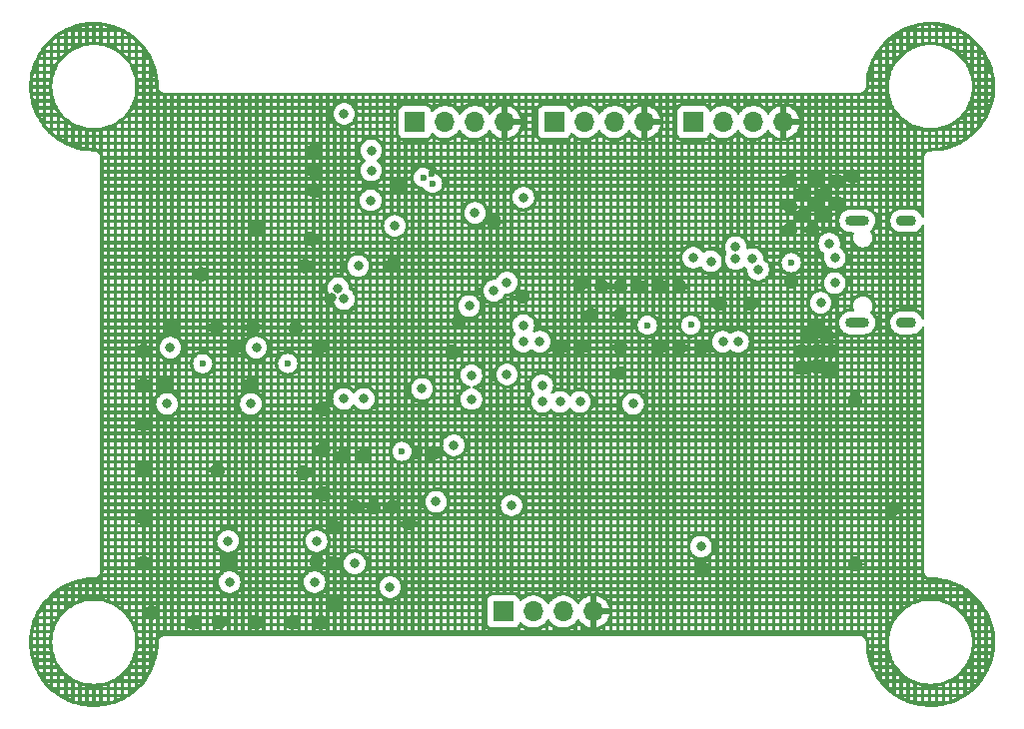
<source format=gbr>
%TF.GenerationSoftware,KiCad,Pcbnew,(6.0.4)*%
%TF.CreationDate,2023-01-30T14:26:25+01:00*%
%TF.ProjectId,Apollo - DSP,41706f6c-6c6f-4202-9d20-4453502e6b69,rev?*%
%TF.SameCoordinates,Original*%
%TF.FileFunction,Copper,L2,Inr*%
%TF.FilePolarity,Positive*%
%FSLAX46Y46*%
G04 Gerber Fmt 4.6, Leading zero omitted, Abs format (unit mm)*
G04 Created by KiCad (PCBNEW (6.0.4)) date 2023-01-30 14:26:25*
%MOMM*%
%LPD*%
G01*
G04 APERTURE LIST*
%TA.AperFunction,ComponentPad*%
%ADD10O,1.700000X0.900000*%
%TD*%
%TA.AperFunction,ComponentPad*%
%ADD11O,2.000000X0.900000*%
%TD*%
%TA.AperFunction,ComponentPad*%
%ADD12R,1.700000X1.700000*%
%TD*%
%TA.AperFunction,ComponentPad*%
%ADD13O,1.700000X1.700000*%
%TD*%
%TA.AperFunction,ViaPad*%
%ADD14C,0.800000*%
%TD*%
%TA.AperFunction,ViaPad*%
%ADD15C,0.600000*%
%TD*%
G04 APERTURE END LIST*
D10*
%TO.N,unconnected-(J1-PadS1)*%
%TO.C,J1*%
X120765000Y-89480000D03*
D11*
X116595000Y-89480000D03*
D10*
X120765000Y-98120000D03*
D11*
X116595000Y-98120000D03*
%TD*%
D12*
%TO.N,3.3V*%
%TO.C,J5*%
X102700000Y-81100000D03*
D13*
%TO.N,Rx*%
X105240000Y-81100000D03*
%TO.N,Tx*%
X107780000Y-81100000D03*
%TO.N,GND*%
X110320000Y-81100000D03*
%TD*%
D12*
%TO.N,+3.3VA*%
%TO.C,J6*%
X86600000Y-122600000D03*
D13*
%TO.N,CH0_IN*%
X89140000Y-122600000D03*
%TO.N,CH1_IN*%
X91680000Y-122600000D03*
%TO.N,GND*%
X94220000Y-122600000D03*
%TD*%
D12*
%TO.N,3.3V*%
%TO.C,J4*%
X90920000Y-81100000D03*
D13*
%TO.N,SDA*%
X93460000Y-81100000D03*
%TO.N,SCL*%
X96000000Y-81100000D03*
%TO.N,GND*%
X98540000Y-81100000D03*
%TD*%
D12*
%TO.N,3.3V*%
%TO.C,J2*%
X79100000Y-81100000D03*
D13*
%TO.N,SWDIO*%
X81640000Y-81100000D03*
%TO.N,SWCLK*%
X84180000Y-81100000D03*
%TO.N,GND*%
X86720000Y-81100000D03*
%TD*%
D14*
%TO.N,GND*%
X56100000Y-110400000D03*
X116430000Y-118570000D03*
X93125000Y-100187500D03*
X114400000Y-102022500D03*
X112800000Y-90222500D03*
X114900000Y-88022500D03*
X71300000Y-112600000D03*
X85800000Y-89500000D03*
X80580000Y-109172500D03*
X65270000Y-103330000D03*
X111900000Y-100522500D03*
D15*
X79200000Y-109100000D03*
D14*
X70600000Y-86900000D03*
X112000000Y-89022500D03*
X63270000Y-118330000D03*
X65400000Y-98500000D03*
X103350000Y-118887500D03*
X61000000Y-94000000D03*
X71300000Y-108900000D03*
X62500000Y-123500000D03*
D15*
X94037500Y-97412500D03*
D14*
X56100000Y-103400000D03*
X112950000Y-88072500D03*
D15*
X111000000Y-94622500D03*
D14*
X73080000Y-109372500D03*
D15*
X96525000Y-97412500D03*
D14*
X70770000Y-118330000D03*
X113850000Y-87172500D03*
X119600000Y-113900000D03*
X110900000Y-86022500D03*
X78600000Y-115122500D03*
X107537500Y-96487500D03*
X103425000Y-100200000D03*
X116420000Y-104680000D03*
X60400000Y-123500000D03*
X98025000Y-95012500D03*
X104937500Y-96487500D03*
X71300000Y-105400000D03*
X114400000Y-100522500D03*
X57970000Y-103230000D03*
X101525000Y-95012500D03*
X116200000Y-85700000D03*
X56800000Y-122700000D03*
X99825000Y-95012500D03*
X114000000Y-99222500D03*
X113900000Y-89022500D03*
X94925000Y-95012500D03*
X110900000Y-90222500D03*
X82800000Y-98022500D03*
X56100000Y-100500000D03*
X70300000Y-91000000D03*
X77200000Y-113722500D03*
X65713864Y-90213864D03*
X62300000Y-98500000D03*
X77200000Y-93200000D03*
D15*
X80556997Y-85456997D03*
D14*
X62370000Y-110630000D03*
X65600000Y-123500000D03*
X96525000Y-100187500D03*
X111900000Y-101922500D03*
X74000000Y-113722500D03*
X114900000Y-86122500D03*
X112350000Y-99272500D03*
X56100000Y-114600000D03*
X72200000Y-118500000D03*
X72028858Y-96020245D03*
X113200000Y-98422500D03*
X68800000Y-123500000D03*
X113200000Y-101822500D03*
X70600000Y-85200000D03*
X58500000Y-98500000D03*
X71100000Y-123500000D03*
X101525000Y-100187500D03*
X93125000Y-94812500D03*
X113100000Y-86022500D03*
X72200000Y-115400000D03*
D15*
X96425000Y-102387500D03*
D14*
X99825000Y-100187500D03*
X113200000Y-100522500D03*
X56100000Y-106700000D03*
X63770000Y-100230000D03*
X74780000Y-109372500D03*
X75600000Y-113722500D03*
X69000000Y-98600000D03*
X91425000Y-100187500D03*
X110900000Y-88222500D03*
X82300000Y-100622500D03*
X96525000Y-95012500D03*
X112000000Y-87122500D03*
X72200000Y-121900000D03*
X70600000Y-83500000D03*
X70970000Y-100230000D03*
X69800000Y-93300000D03*
X88200000Y-95900000D03*
X56100000Y-118500000D03*
X77800000Y-86500000D03*
X69670000Y-110830000D03*
D15*
%TO.N,+5V*%
X102510000Y-98312500D03*
X111000000Y-93022500D03*
X98812500Y-98325000D03*
D14*
X105200000Y-99722500D03*
X106500000Y-99722500D03*
%TO.N,3.3V*%
X74300000Y-93300000D03*
X75400000Y-85200000D03*
X74780000Y-104572500D03*
X75400000Y-83500000D03*
X75350000Y-87750000D03*
X73080000Y-104572500D03*
X88300000Y-99722500D03*
X88300000Y-87500000D03*
X89700000Y-99722500D03*
X84200000Y-88800000D03*
X83700000Y-96700000D03*
X88300000Y-98322500D03*
X103350000Y-117087500D03*
%TO.N,VAA*%
X70770000Y-116630000D03*
X74000000Y-118522500D03*
X63270000Y-116630000D03*
%TO.N,+5VA*%
X80900000Y-113300000D03*
X65200000Y-105000000D03*
X58100000Y-105000000D03*
X97600000Y-105000000D03*
X87300000Y-113600000D03*
%TO.N,+3.3VA*%
X77000000Y-120522500D03*
X89900000Y-103422500D03*
X91400000Y-104822500D03*
X89900000Y-104822500D03*
X93100000Y-104822500D03*
X65670000Y-100230000D03*
X58370000Y-100230000D03*
%TO.N,NRST*%
X77400000Y-89900000D03*
X73100000Y-80400000D03*
%TO.N,USB_CONN_-*%
X114700000Y-94749500D03*
X114700000Y-92600000D03*
%TO.N,CH1_IN*%
X70600000Y-120100000D03*
%TO.N,CH0_IN*%
X63400000Y-120100000D03*
%TO.N,USB_D-*%
X106300000Y-92700000D03*
X108200000Y-93600000D03*
%TO.N,USB_D+*%
X106300000Y-91700497D03*
X107712770Y-92723527D03*
%TO.N,ADC_CH1_IN*%
X73100000Y-96100000D03*
D15*
X68332500Y-101567500D03*
%TO.N,ADC_CH0_IN*%
X61122500Y-101582500D03*
D14*
X72600000Y-95200000D03*
D15*
%TO.N,MISO*%
X78000000Y-109022500D03*
D14*
X79700000Y-103722500D03*
D15*
%TO.N,SDA*%
X79800000Y-85800000D03*
D14*
%TO.N,SD_nCS*%
X86900000Y-102500000D03*
X86900000Y-94700000D03*
D15*
%TO.N,SCL*%
X80600000Y-86300000D03*
D14*
%TO.N,Rx*%
X102700000Y-92600000D03*
%TO.N,Tx*%
X104200000Y-92900000D03*
%TO.N,/POW*%
X114225000Y-91400000D03*
X113500000Y-96422500D03*
%TO.N,RAM_nCS*%
X85800000Y-95400000D03*
X83900000Y-102569000D03*
X82400000Y-108500000D03*
X83900000Y-104600000D03*
%TD*%
%TA.AperFunction,Conductor*%
%TO.N,GND*%
G36*
X122959309Y-72611032D02*
G01*
X123163360Y-72625364D01*
X123409551Y-72642657D01*
X123420084Y-72643843D01*
X123755367Y-72695983D01*
X123866102Y-72713204D01*
X123876491Y-72715270D01*
X124315102Y-72821874D01*
X124325275Y-72824805D01*
X124454011Y-72867835D01*
X124753354Y-72967890D01*
X124763257Y-72971670D01*
X124857853Y-73012416D01*
X125177810Y-73150234D01*
X125187342Y-73154825D01*
X125585418Y-73367602D01*
X125594536Y-73372979D01*
X125926926Y-73588394D01*
X125973328Y-73618466D01*
X125981967Y-73624597D01*
X126151296Y-73755789D01*
X126338769Y-73901040D01*
X126346863Y-73907874D01*
X126679178Y-74213339D01*
X126686661Y-74220822D01*
X126816898Y-74362507D01*
X126992121Y-74553132D01*
X126998956Y-74561226D01*
X127253098Y-74889243D01*
X127275400Y-74918028D01*
X127281531Y-74926667D01*
X127507963Y-75276057D01*
X127527017Y-75305458D01*
X127532398Y-75314582D01*
X127713091Y-75652631D01*
X127745171Y-75712649D01*
X127749766Y-75722190D01*
X127811364Y-75865195D01*
X127928330Y-76136743D01*
X127932110Y-76146646D01*
X127977136Y-76281354D01*
X128063144Y-76538670D01*
X128075193Y-76574719D01*
X128078126Y-76584898D01*
X128121832Y-76764722D01*
X128184729Y-77023505D01*
X128186796Y-77033898D01*
X128196710Y-77097649D01*
X128256157Y-77479916D01*
X128257343Y-77490449D01*
X128278225Y-77787732D01*
X128288968Y-77940683D01*
X128289266Y-77951273D01*
X128287112Y-78104865D01*
X128282935Y-78402615D01*
X128282340Y-78413198D01*
X128238101Y-78862371D01*
X128236621Y-78872862D01*
X128230205Y-78907659D01*
X128154778Y-79316761D01*
X128152419Y-79327095D01*
X128033561Y-79762525D01*
X128030342Y-79772624D01*
X127960891Y-79962517D01*
X127876755Y-80192564D01*
X127875308Y-80196520D01*
X127871255Y-80206305D01*
X127694650Y-80586584D01*
X127681133Y-80615689D01*
X127676270Y-80625102D01*
X127495090Y-80942332D01*
X127452414Y-81017053D01*
X127446776Y-81026025D01*
X127190777Y-81397761D01*
X127184405Y-81406229D01*
X127163087Y-81432205D01*
X126898056Y-81755145D01*
X126890993Y-81763048D01*
X126769108Y-81888401D01*
X126585494Y-82077240D01*
X126576344Y-82086650D01*
X126568646Y-82093928D01*
X126227886Y-82389960D01*
X126219618Y-82396553D01*
X126020248Y-82542260D01*
X125855199Y-82662883D01*
X125846386Y-82668772D01*
X125460871Y-82903531D01*
X125451594Y-82908658D01*
X125047725Y-83110177D01*
X125038050Y-83114507D01*
X124773264Y-83219859D01*
X124627433Y-83277882D01*
X124618646Y-83281378D01*
X124608645Y-83284877D01*
X124371573Y-83356792D01*
X124176728Y-83415898D01*
X124166464Y-83418546D01*
X123725053Y-83512802D01*
X123714603Y-83514578D01*
X123633851Y-83524825D01*
X123266804Y-83571403D01*
X123256264Y-83572291D01*
X123030178Y-83581809D01*
X122843597Y-83589664D01*
X122818916Y-83588277D01*
X122815148Y-83587690D01*
X122815145Y-83587690D01*
X122806276Y-83586309D01*
X122776950Y-83590144D01*
X122759857Y-83591205D01*
X122730279Y-83591024D01*
X122705596Y-83598079D01*
X122687308Y-83601866D01*
X122661848Y-83605195D01*
X122653636Y-83608808D01*
X122653634Y-83608809D01*
X122634774Y-83617108D01*
X122618662Y-83622925D01*
X122590229Y-83631051D01*
X122568511Y-83644755D01*
X122552029Y-83653517D01*
X122528526Y-83663859D01*
X122521656Y-83669634D01*
X122505891Y-83682886D01*
X122492050Y-83692997D01*
X122474635Y-83703985D01*
X122474633Y-83703986D01*
X122467042Y-83708776D01*
X122461100Y-83715504D01*
X122450047Y-83728019D01*
X122436687Y-83741057D01*
X122417027Y-83757583D01*
X122412056Y-83765050D01*
X122412052Y-83765055D01*
X122400635Y-83782207D01*
X122390197Y-83795786D01*
X122370622Y-83817951D01*
X122366807Y-83826077D01*
X122366805Y-83826080D01*
X122359712Y-83841189D01*
X122350549Y-83857453D01*
X122336316Y-83878834D01*
X122327494Y-83907071D01*
X122321289Y-83923026D01*
X122308719Y-83949800D01*
X122307339Y-83958665D01*
X122304769Y-83975168D01*
X122300537Y-83993352D01*
X122292879Y-84017864D01*
X122292487Y-84039254D01*
X122292237Y-84052905D01*
X122292047Y-84056874D01*
X122291500Y-84060386D01*
X122291500Y-84091946D01*
X122291479Y-84094255D01*
X122290210Y-84163498D01*
X122291247Y-84167303D01*
X122291500Y-84171378D01*
X122291500Y-89058483D01*
X122271498Y-89126604D01*
X122217842Y-89173097D01*
X122147568Y-89183201D01*
X122082988Y-89153707D01*
X122047250Y-89101991D01*
X122033140Y-89063641D01*
X122033139Y-89063639D01*
X122030937Y-89057654D01*
X121928326Y-88892160D01*
X121794534Y-88750678D01*
X121772324Y-88735126D01*
X121673512Y-88665938D01*
X121635025Y-88638989D01*
X121568202Y-88610072D01*
X121462175Y-88564190D01*
X121462171Y-88564189D01*
X121456316Y-88561655D01*
X121450069Y-88560350D01*
X121450066Y-88560349D01*
X121270443Y-88522824D01*
X121270438Y-88522823D01*
X121265707Y-88521835D01*
X121259315Y-88521500D01*
X120316337Y-88521500D01*
X120247049Y-88528538D01*
X120177622Y-88535590D01*
X120177621Y-88535590D01*
X120171273Y-88536235D01*
X120141032Y-88545712D01*
X119991549Y-88592556D01*
X119991544Y-88592558D01*
X119985459Y-88594465D01*
X119924481Y-88628266D01*
X119820729Y-88685777D01*
X119820726Y-88685779D01*
X119815150Y-88688870D01*
X119810309Y-88693019D01*
X119810305Y-88693022D01*
X119771862Y-88725972D01*
X119667302Y-88815591D01*
X119547954Y-88969453D01*
X119545138Y-88975176D01*
X119545136Y-88975179D01*
X119479346Y-89108882D01*
X119461982Y-89144171D01*
X119460373Y-89150349D01*
X119460372Y-89150351D01*
X119438477Y-89234409D01*
X119412898Y-89332607D01*
X119402707Y-89527064D01*
X119431825Y-89719599D01*
X119434028Y-89725585D01*
X119434029Y-89725591D01*
X119496860Y-89896360D01*
X119496862Y-89896365D01*
X119499063Y-89902346D01*
X119601674Y-90067840D01*
X119735466Y-90209322D01*
X119740696Y-90212984D01*
X119740697Y-90212985D01*
X119821961Y-90269886D01*
X119894975Y-90321011D01*
X119900838Y-90323548D01*
X120067825Y-90395810D01*
X120067829Y-90395811D01*
X120073684Y-90398345D01*
X120079931Y-90399650D01*
X120079934Y-90399651D01*
X120259557Y-90437176D01*
X120259562Y-90437177D01*
X120264293Y-90438165D01*
X120270685Y-90438500D01*
X121213663Y-90438500D01*
X121335720Y-90426102D01*
X121352378Y-90424410D01*
X121352379Y-90424410D01*
X121358727Y-90423765D01*
X121415061Y-90406111D01*
X121538451Y-90367444D01*
X121538456Y-90367442D01*
X121544541Y-90365535D01*
X121641082Y-90312021D01*
X121709271Y-90274223D01*
X121709274Y-90274221D01*
X121714850Y-90271130D01*
X121719691Y-90266981D01*
X121719695Y-90266978D01*
X121857855Y-90148560D01*
X121862698Y-90144409D01*
X121982046Y-89990547D01*
X121994754Y-89964722D01*
X122042825Y-89867028D01*
X122052446Y-89847476D01*
X122100468Y-89795186D01*
X122169138Y-89777160D01*
X122236653Y-89799120D01*
X122281577Y-89854096D01*
X122291500Y-89903107D01*
X122291500Y-97698483D01*
X122271498Y-97766604D01*
X122217842Y-97813097D01*
X122147568Y-97823201D01*
X122082988Y-97793707D01*
X122047250Y-97741991D01*
X122033140Y-97703641D01*
X122033139Y-97703639D01*
X122030937Y-97697654D01*
X121978391Y-97612907D01*
X121931688Y-97537582D01*
X121931687Y-97537581D01*
X121928326Y-97532160D01*
X121867807Y-97468162D01*
X121798919Y-97395315D01*
X121794534Y-97390678D01*
X121635025Y-97278989D01*
X121549206Y-97241852D01*
X121462175Y-97204190D01*
X121462171Y-97204189D01*
X121456316Y-97201655D01*
X121450069Y-97200350D01*
X121450066Y-97200349D01*
X121270443Y-97162824D01*
X121270438Y-97162823D01*
X121265707Y-97161835D01*
X121259315Y-97161500D01*
X120316337Y-97161500D01*
X120298075Y-97163355D01*
X120177622Y-97175590D01*
X120177621Y-97175590D01*
X120171273Y-97176235D01*
X120114939Y-97193889D01*
X119991549Y-97232556D01*
X119991544Y-97232558D01*
X119985459Y-97234465D01*
X119909713Y-97276452D01*
X119820729Y-97325777D01*
X119820726Y-97325779D01*
X119815150Y-97328870D01*
X119810309Y-97333019D01*
X119810305Y-97333022D01*
X119743037Y-97390678D01*
X119667302Y-97455591D01*
X119663391Y-97460633D01*
X119663390Y-97460634D01*
X119597069Y-97546134D01*
X119547954Y-97609453D01*
X119545138Y-97615176D01*
X119545136Y-97615179D01*
X119486759Y-97733817D01*
X119461982Y-97784171D01*
X119460373Y-97790349D01*
X119460372Y-97790351D01*
X119416904Y-97957229D01*
X119412898Y-97972607D01*
X119412564Y-97978986D01*
X119403752Y-98147129D01*
X119402707Y-98167064D01*
X119425301Y-98316462D01*
X119428916Y-98340361D01*
X119431825Y-98359599D01*
X119434028Y-98365585D01*
X119434029Y-98365591D01*
X119496860Y-98536360D01*
X119496862Y-98536365D01*
X119499063Y-98542346D01*
X119502425Y-98547768D01*
X119593128Y-98694056D01*
X119601674Y-98707840D01*
X119606055Y-98712473D01*
X119606056Y-98712474D01*
X119702064Y-98814000D01*
X119735466Y-98849322D01*
X119740696Y-98852984D01*
X119740697Y-98852985D01*
X119821961Y-98909886D01*
X119894975Y-98961011D01*
X119931177Y-98976677D01*
X120067825Y-99035810D01*
X120067829Y-99035811D01*
X120073684Y-99038345D01*
X120079931Y-99039650D01*
X120079934Y-99039651D01*
X120259557Y-99077176D01*
X120259562Y-99077177D01*
X120264293Y-99078165D01*
X120270685Y-99078500D01*
X121213663Y-99078500D01*
X121282951Y-99071462D01*
X121352378Y-99064410D01*
X121352379Y-99064410D01*
X121358727Y-99063765D01*
X121422966Y-99043634D01*
X121538451Y-99007444D01*
X121538456Y-99007442D01*
X121544541Y-99005535D01*
X121666033Y-98938190D01*
X121709271Y-98914223D01*
X121709274Y-98914221D01*
X121714850Y-98911130D01*
X121719691Y-98906981D01*
X121719695Y-98906978D01*
X121857855Y-98788560D01*
X121862698Y-98784409D01*
X121870495Y-98774358D01*
X121978131Y-98635594D01*
X121982046Y-98630547D01*
X122052446Y-98487476D01*
X122100468Y-98435186D01*
X122169138Y-98417160D01*
X122236653Y-98439120D01*
X122281577Y-98494096D01*
X122291500Y-98543107D01*
X122291500Y-119191377D01*
X122291498Y-119192147D01*
X122291024Y-119269721D01*
X122293491Y-119278352D01*
X122299150Y-119298153D01*
X122302728Y-119314915D01*
X122306920Y-119344187D01*
X122310634Y-119352355D01*
X122310634Y-119352356D01*
X122317548Y-119367562D01*
X122323996Y-119385086D01*
X122331051Y-119409771D01*
X122335843Y-119417365D01*
X122335844Y-119417368D01*
X122346830Y-119434780D01*
X122354969Y-119449863D01*
X122367208Y-119476782D01*
X122373069Y-119483584D01*
X122383970Y-119496235D01*
X122395073Y-119511239D01*
X122408776Y-119532958D01*
X122415501Y-119538897D01*
X122415504Y-119538901D01*
X122430938Y-119552532D01*
X122442982Y-119564724D01*
X122456427Y-119580327D01*
X122456430Y-119580329D01*
X122462287Y-119587127D01*
X122469816Y-119592007D01*
X122469817Y-119592008D01*
X122483835Y-119601094D01*
X122498709Y-119612385D01*
X122511217Y-119623431D01*
X122517951Y-119629378D01*
X122540055Y-119639756D01*
X122544711Y-119641942D01*
X122559691Y-119650263D01*
X122576983Y-119661471D01*
X122576988Y-119661473D01*
X122584515Y-119666352D01*
X122593108Y-119668922D01*
X122593113Y-119668924D01*
X122609120Y-119673711D01*
X122626564Y-119680372D01*
X122641676Y-119687467D01*
X122641678Y-119687468D01*
X122649800Y-119691281D01*
X122658667Y-119692662D01*
X122658668Y-119692662D01*
X122668310Y-119694163D01*
X122679017Y-119695830D01*
X122695732Y-119699613D01*
X122715466Y-119705515D01*
X122715472Y-119705516D01*
X122724066Y-119708086D01*
X122733038Y-119708141D01*
X122733039Y-119708141D01*
X122749740Y-119708243D01*
X122768354Y-119709741D01*
X122784850Y-119712310D01*
X122784855Y-119712310D01*
X122793724Y-119713691D01*
X122814510Y-119710973D01*
X122836140Y-119710021D01*
X123256263Y-119727709D01*
X123266804Y-119728597D01*
X123633851Y-119775175D01*
X123714603Y-119785422D01*
X123725053Y-119787198D01*
X123935133Y-119832057D01*
X124153169Y-119878615D01*
X124166464Y-119881454D01*
X124176728Y-119884102D01*
X124608645Y-120015123D01*
X124618646Y-120018622D01*
X125038050Y-120185493D01*
X125047725Y-120189823D01*
X125451594Y-120391342D01*
X125460871Y-120396469D01*
X125846386Y-120631228D01*
X125855199Y-120637117D01*
X125861678Y-120641852D01*
X126219618Y-120903447D01*
X126227886Y-120910040D01*
X126567699Y-121205249D01*
X126568642Y-121206068D01*
X126576341Y-121213347D01*
X126646001Y-121284989D01*
X126890993Y-121536952D01*
X126898056Y-121544855D01*
X127184403Y-121893769D01*
X127190775Y-121902236D01*
X127368770Y-122160702D01*
X127446774Y-122273972D01*
X127452412Y-122282943D01*
X127669316Y-122662722D01*
X127676268Y-122674894D01*
X127681131Y-122684308D01*
X127806624Y-122954525D01*
X127871252Y-123093687D01*
X127875304Y-123103471D01*
X127936565Y-123270971D01*
X128030342Y-123527376D01*
X128033561Y-123537475D01*
X128152419Y-123972905D01*
X128154778Y-123983239D01*
X128236620Y-124427133D01*
X128238100Y-124437625D01*
X128241884Y-124476036D01*
X128282340Y-124886802D01*
X128282935Y-124897385D01*
X128284862Y-125034774D01*
X128287319Y-125209891D01*
X128289266Y-125348721D01*
X128288968Y-125359309D01*
X128276607Y-125535302D01*
X128257343Y-125809551D01*
X128256157Y-125820084D01*
X128186797Y-126266099D01*
X128184730Y-126276491D01*
X128082758Y-126696048D01*
X128078128Y-126715096D01*
X128075193Y-126725281D01*
X127932110Y-127153354D01*
X127928330Y-127163257D01*
X127884473Y-127265075D01*
X127760362Y-127553211D01*
X127749770Y-127577801D01*
X127745175Y-127587342D01*
X127532402Y-127985412D01*
X127527021Y-127994536D01*
X127342408Y-128279398D01*
X127281534Y-128373328D01*
X127275403Y-128381967D01*
X127008573Y-128726362D01*
X126998960Y-128738769D01*
X126992126Y-128746863D01*
X126686661Y-129079178D01*
X126679178Y-129086661D01*
X126346868Y-129392121D01*
X126338774Y-129398956D01*
X126047825Y-129624378D01*
X125981972Y-129675400D01*
X125973333Y-129681531D01*
X125594536Y-129927021D01*
X125585418Y-129932398D01*
X125187342Y-130145175D01*
X125177810Y-130149766D01*
X124931188Y-130255996D01*
X124763257Y-130328330D01*
X124753354Y-130332110D01*
X124541477Y-130402930D01*
X124325275Y-130475195D01*
X124315102Y-130478126D01*
X123876491Y-130584730D01*
X123866102Y-130586796D01*
X123783428Y-130599653D01*
X123420084Y-130656157D01*
X123409551Y-130657343D01*
X123163360Y-130674636D01*
X122959309Y-130688968D01*
X122948727Y-130689266D01*
X122728812Y-130686181D01*
X122497385Y-130682935D01*
X122486802Y-130682340D01*
X122213982Y-130655470D01*
X122037625Y-130638100D01*
X122027138Y-130636621D01*
X121745687Y-130584729D01*
X121583239Y-130554778D01*
X121572905Y-130552419D01*
X121137475Y-130433561D01*
X121127376Y-130430342D01*
X120854190Y-130330428D01*
X120703471Y-130275304D01*
X120693695Y-130271255D01*
X120302092Y-130089390D01*
X121062722Y-130089390D01*
X121222934Y-130147985D01*
X121284247Y-130164722D01*
X121364722Y-130164722D01*
X121662722Y-130164722D01*
X121964722Y-130164722D01*
X122262722Y-130164722D01*
X122564722Y-130164722D01*
X122862722Y-130164722D01*
X123164722Y-130164722D01*
X123462722Y-130164722D01*
X123764722Y-130164722D01*
X124062722Y-130164722D01*
X124314111Y-130164722D01*
X124364722Y-130147805D01*
X124364722Y-130047166D01*
X124662722Y-130047166D01*
X124964722Y-129917082D01*
X124964722Y-129862722D01*
X124662722Y-129862722D01*
X124662722Y-130047166D01*
X124364722Y-130047166D01*
X124364722Y-129862722D01*
X124062722Y-129862722D01*
X124062722Y-130164722D01*
X123764722Y-130164722D01*
X123764722Y-129862722D01*
X123462722Y-129862722D01*
X123462722Y-130164722D01*
X123164722Y-130164722D01*
X123164722Y-129862722D01*
X122862722Y-129862722D01*
X122862722Y-130164722D01*
X122564722Y-130164722D01*
X122564722Y-129862722D01*
X122262722Y-129862722D01*
X122262722Y-130164722D01*
X121964722Y-130164722D01*
X121964722Y-129862722D01*
X121662722Y-129862722D01*
X121662722Y-130164722D01*
X121364722Y-130164722D01*
X121364722Y-129862722D01*
X121062722Y-129862722D01*
X121062722Y-130089390D01*
X120302092Y-130089390D01*
X120284308Y-130081131D01*
X120274894Y-130076268D01*
X119900995Y-129862722D01*
X120521509Y-129862722D01*
X120764722Y-129975673D01*
X120764722Y-129862722D01*
X120521509Y-129862722D01*
X119900995Y-129862722D01*
X119882943Y-129852412D01*
X119873972Y-129846774D01*
X119502239Y-129590777D01*
X119493769Y-129584403D01*
X119424025Y-129527165D01*
X119363142Y-129477200D01*
X119862722Y-129477200D01*
X119989812Y-129564722D01*
X120164722Y-129564722D01*
X120462722Y-129564722D01*
X120764722Y-129564722D01*
X121062722Y-129564722D01*
X121364722Y-129564722D01*
X121662722Y-129564722D01*
X121964722Y-129564722D01*
X122262722Y-129564722D01*
X122564722Y-129564722D01*
X122862722Y-129564722D01*
X123164722Y-129564722D01*
X123462722Y-129564722D01*
X123764722Y-129564722D01*
X124062722Y-129564722D01*
X124364722Y-129564722D01*
X124662722Y-129564722D01*
X124964722Y-129564722D01*
X125262722Y-129564722D01*
X125564722Y-129564722D01*
X125564722Y-129390816D01*
X125862722Y-129390816D01*
X126028051Y-129262722D01*
X125862722Y-129262722D01*
X125862722Y-129390816D01*
X125564722Y-129390816D01*
X125564722Y-129262722D01*
X125262722Y-129262722D01*
X125262722Y-129564722D01*
X124964722Y-129564722D01*
X124964722Y-129262722D01*
X124662722Y-129262722D01*
X124662722Y-129564722D01*
X124364722Y-129564722D01*
X124364722Y-129262722D01*
X124062722Y-129262722D01*
X124062722Y-129564722D01*
X123764722Y-129564722D01*
X123764722Y-129262722D01*
X123462722Y-129262722D01*
X123462722Y-129564722D01*
X123164722Y-129564722D01*
X123164722Y-129262722D01*
X122862722Y-129262722D01*
X122862722Y-129564722D01*
X122564722Y-129564722D01*
X122564722Y-129262722D01*
X122262722Y-129262722D01*
X122262722Y-129564722D01*
X121964722Y-129564722D01*
X121964722Y-129262722D01*
X121662722Y-129262722D01*
X121662722Y-129564722D01*
X121364722Y-129564722D01*
X121364722Y-129262722D01*
X121062722Y-129262722D01*
X121062722Y-129564722D01*
X120764722Y-129564722D01*
X120764722Y-129262722D01*
X120462722Y-129262722D01*
X120462722Y-129564722D01*
X120164722Y-129564722D01*
X120164722Y-129262722D01*
X119862722Y-129262722D01*
X119862722Y-129477200D01*
X119363142Y-129477200D01*
X119144855Y-129298056D01*
X119136952Y-129290993D01*
X118813350Y-128976344D01*
X118806068Y-128968642D01*
X118802663Y-128964722D01*
X119262722Y-128964722D01*
X119564722Y-128964722D01*
X119862722Y-128964722D01*
X120164722Y-128964722D01*
X120462722Y-128964722D01*
X120764722Y-128964722D01*
X121062722Y-128964722D01*
X121364722Y-128964722D01*
X121364722Y-128836047D01*
X121662722Y-128836047D01*
X121662722Y-128964722D01*
X121964722Y-128964722D01*
X123462722Y-128964722D01*
X123764722Y-128964722D01*
X124062722Y-128964722D01*
X124364722Y-128964722D01*
X124662722Y-128964722D01*
X124964722Y-128964722D01*
X125262722Y-128964722D01*
X125564722Y-128964722D01*
X125862722Y-128964722D01*
X126164722Y-128964722D01*
X126164722Y-128880860D01*
X126462722Y-128880860D01*
X126472173Y-128872173D01*
X126664700Y-128662722D01*
X126462722Y-128662722D01*
X126462722Y-128880860D01*
X126164722Y-128880860D01*
X126164722Y-128662722D01*
X125862722Y-128662722D01*
X125862722Y-128964722D01*
X125564722Y-128964722D01*
X125564722Y-128662722D01*
X125262722Y-128662722D01*
X125262722Y-128964722D01*
X124964722Y-128964722D01*
X124964722Y-128662722D01*
X124662722Y-128662722D01*
X124662722Y-128964722D01*
X124364722Y-128964722D01*
X124364722Y-128674870D01*
X124364284Y-128675093D01*
X124361330Y-128676550D01*
X124359154Y-128677588D01*
X124356149Y-128678973D01*
X124344100Y-128684337D01*
X124341083Y-128685633D01*
X124338860Y-128686554D01*
X124335787Y-128687780D01*
X124062722Y-128792600D01*
X124062722Y-128964722D01*
X123764722Y-128964722D01*
X123764722Y-128882284D01*
X123607587Y-128924388D01*
X123604377Y-128925203D01*
X123602035Y-128925765D01*
X123598831Y-128926490D01*
X123585931Y-128929232D01*
X123582702Y-128929874D01*
X123580334Y-128930313D01*
X123577077Y-128930873D01*
X123462722Y-128948985D01*
X123462722Y-128964722D01*
X121964722Y-128964722D01*
X121964722Y-128916968D01*
X121662722Y-128836047D01*
X121364722Y-128836047D01*
X121364722Y-128726362D01*
X121264212Y-128687780D01*
X121261140Y-128686554D01*
X121258917Y-128685633D01*
X121255900Y-128684337D01*
X121243851Y-128678973D01*
X121240846Y-128677588D01*
X121238670Y-128676550D01*
X121235716Y-128675093D01*
X121211437Y-128662722D01*
X121062722Y-128662722D01*
X121062722Y-128964722D01*
X120764722Y-128964722D01*
X120764722Y-128662722D01*
X120462722Y-128662722D01*
X120462722Y-128964722D01*
X120164722Y-128964722D01*
X120164722Y-128662722D01*
X119862722Y-128662722D01*
X119862722Y-128964722D01*
X119564722Y-128964722D01*
X119564722Y-128662722D01*
X119262722Y-128662722D01*
X119262722Y-128964722D01*
X118802663Y-128964722D01*
X118761177Y-128916968D01*
X118540303Y-128662722D01*
X118935050Y-128662722D01*
X118964722Y-128696877D01*
X118964722Y-128662722D01*
X118935050Y-128662722D01*
X118540303Y-128662722D01*
X118510040Y-128627886D01*
X118503447Y-128619618D01*
X118326698Y-128377773D01*
X118293621Y-128332513D01*
X118662722Y-128332513D01*
X118686261Y-128364722D01*
X118964722Y-128364722D01*
X119262722Y-128364722D01*
X119564722Y-128364722D01*
X119862722Y-128364722D01*
X120164722Y-128364722D01*
X120164722Y-128205360D01*
X120462722Y-128205360D01*
X120462722Y-128364722D01*
X120684211Y-128364722D01*
X120572624Y-128292257D01*
X120569868Y-128290415D01*
X120567881Y-128289049D01*
X120565195Y-128287151D01*
X120554525Y-128279398D01*
X120551914Y-128277448D01*
X120550005Y-128275984D01*
X120547388Y-128273921D01*
X120462722Y-128205360D01*
X120164722Y-128205360D01*
X120164722Y-128062722D01*
X119862722Y-128062722D01*
X119862722Y-128364722D01*
X119564722Y-128364722D01*
X119564722Y-128062722D01*
X119262722Y-128062722D01*
X119262722Y-128364722D01*
X118964722Y-128364722D01*
X118964722Y-128062722D01*
X118662722Y-128062722D01*
X118662722Y-128332513D01*
X118293621Y-128332513D01*
X118237117Y-128255199D01*
X118231228Y-128246386D01*
X117996469Y-127860871D01*
X117991342Y-127851594D01*
X117797306Y-127462722D01*
X118130343Y-127462722D01*
X118254758Y-127712064D01*
X118286824Y-127764722D01*
X118364722Y-127764722D01*
X118662722Y-127764722D01*
X118964722Y-127764722D01*
X119262722Y-127764722D01*
X119564722Y-127764722D01*
X119564722Y-127621352D01*
X119862722Y-127621352D01*
X119862722Y-127764722D01*
X119981519Y-127764722D01*
X119978381Y-127761584D01*
X119976057Y-127759199D01*
X119974400Y-127757452D01*
X119972183Y-127755053D01*
X119963358Y-127745252D01*
X119961213Y-127742807D01*
X119959648Y-127740976D01*
X119957509Y-127738404D01*
X119862722Y-127621352D01*
X119564722Y-127621352D01*
X119564722Y-127462722D01*
X119262722Y-127462722D01*
X119262722Y-127764722D01*
X118964722Y-127764722D01*
X118964722Y-127462722D01*
X118662722Y-127462722D01*
X118662722Y-127764722D01*
X118364722Y-127764722D01*
X118364722Y-127462722D01*
X118130343Y-127462722D01*
X117797306Y-127462722D01*
X117789823Y-127447725D01*
X117785493Y-127438050D01*
X117676742Y-127164722D01*
X118062722Y-127164722D01*
X118364722Y-127164722D01*
X118662722Y-127164722D01*
X118964722Y-127164722D01*
X119262722Y-127164722D01*
X119537174Y-127164722D01*
X119507455Y-127118958D01*
X119505693Y-127116166D01*
X119504435Y-127114113D01*
X119502751Y-127111282D01*
X119496157Y-127099861D01*
X119494547Y-127096986D01*
X119493398Y-127094870D01*
X119491860Y-127091947D01*
X119375064Y-126862722D01*
X119262722Y-126862722D01*
X119262722Y-127164722D01*
X118964722Y-127164722D01*
X118964722Y-126862722D01*
X118662722Y-126862722D01*
X118662722Y-127164722D01*
X118364722Y-127164722D01*
X118364722Y-126862722D01*
X118062722Y-126862722D01*
X118062722Y-127164722D01*
X117676742Y-127164722D01*
X117618622Y-127018646D01*
X117615122Y-127008641D01*
X117520298Y-126696048D01*
X117484102Y-126576728D01*
X117481454Y-126566464D01*
X117481082Y-126564722D01*
X118062722Y-126564722D01*
X118364722Y-126564722D01*
X118662722Y-126564722D01*
X118964722Y-126564722D01*
X118964722Y-126262722D01*
X118662722Y-126262722D01*
X118662722Y-126564722D01*
X118364722Y-126564722D01*
X118364722Y-126262722D01*
X118062722Y-126262722D01*
X118062722Y-126564722D01*
X117481082Y-126564722D01*
X117466656Y-126497161D01*
X117416595Y-126262722D01*
X117721313Y-126262722D01*
X117764722Y-126466009D01*
X117764722Y-126262722D01*
X117721313Y-126262722D01*
X117416595Y-126262722D01*
X117387198Y-126125053D01*
X117385422Y-126114603D01*
X117362054Y-125930459D01*
X117328597Y-125666804D01*
X117328253Y-125662722D01*
X117628469Y-125662722D01*
X117666793Y-125964722D01*
X117764722Y-125964722D01*
X118062722Y-125964722D01*
X118364722Y-125964722D01*
X118662722Y-125964722D01*
X118964722Y-125964722D01*
X118964722Y-125662722D01*
X118662722Y-125662722D01*
X118662722Y-125964722D01*
X118364722Y-125964722D01*
X118364722Y-125662722D01*
X118062722Y-125662722D01*
X118062722Y-125964722D01*
X117764722Y-125964722D01*
X117764722Y-125662722D01*
X117628469Y-125662722D01*
X117328253Y-125662722D01*
X117327708Y-125656253D01*
X117323823Y-125563951D01*
X117315435Y-125364722D01*
X117310336Y-125243597D01*
X117311723Y-125218916D01*
X117312310Y-125215148D01*
X117312310Y-125215145D01*
X117313691Y-125206276D01*
X117309856Y-125176950D01*
X117308795Y-125159851D01*
X117308869Y-125147875D01*
X117308976Y-125130279D01*
X117301921Y-125105596D01*
X117298134Y-125087308D01*
X117297050Y-125079015D01*
X117294919Y-125062722D01*
X117598843Y-125062722D01*
X117599003Y-125063484D01*
X117600533Y-125072307D01*
X117605382Y-125107702D01*
X117606282Y-125116616D01*
X117606707Y-125123142D01*
X117606971Y-125132102D01*
X117606862Y-125149946D01*
X117609175Y-125167634D01*
X117610020Y-125176554D01*
X117610405Y-125183080D01*
X117610615Y-125192038D01*
X117610179Y-125227760D01*
X117609751Y-125236708D01*
X117609207Y-125243222D01*
X117608746Y-125247079D01*
X117613699Y-125364722D01*
X117764722Y-125364722D01*
X118062722Y-125364722D01*
X118364722Y-125364722D01*
X118662722Y-125364722D01*
X118964722Y-125364722D01*
X118964722Y-125200000D01*
X119286685Y-125200000D01*
X119305931Y-125567241D01*
X119306444Y-125570481D01*
X119306445Y-125570489D01*
X119321702Y-125666815D01*
X119363459Y-125930459D01*
X119458639Y-126285674D01*
X119459824Y-126288762D01*
X119459825Y-126288764D01*
X119509902Y-126419218D01*
X119590427Y-126628994D01*
X119591925Y-126631934D01*
X119709518Y-126862722D01*
X119757380Y-126956657D01*
X119759176Y-126959423D01*
X119759178Y-126959426D01*
X119845238Y-127091947D01*
X119957668Y-127265075D01*
X120189098Y-127550867D01*
X120449133Y-127810902D01*
X120734925Y-128042332D01*
X120737700Y-128044134D01*
X120985967Y-128205360D01*
X121043342Y-128242620D01*
X121046276Y-128244115D01*
X121046283Y-128244119D01*
X121140760Y-128292257D01*
X121371006Y-128409573D01*
X121714326Y-128541361D01*
X122069541Y-128636541D01*
X122234842Y-128662722D01*
X122429511Y-128693555D01*
X122429519Y-128693556D01*
X122432759Y-128694069D01*
X122800000Y-128713315D01*
X123167241Y-128694069D01*
X123170481Y-128693556D01*
X123170489Y-128693555D01*
X123365158Y-128662722D01*
X123530459Y-128636541D01*
X123885674Y-128541361D01*
X124228994Y-128409573D01*
X124317019Y-128364722D01*
X124915789Y-128364722D01*
X124964722Y-128364722D01*
X125262722Y-128364722D01*
X125564722Y-128364722D01*
X125862722Y-128364722D01*
X126164722Y-128364722D01*
X126462722Y-128364722D01*
X126764722Y-128364722D01*
X126764722Y-128163019D01*
X127062722Y-128163019D01*
X127127722Y-128062722D01*
X127062722Y-128062722D01*
X127062722Y-128163019D01*
X126764722Y-128163019D01*
X126764722Y-128062722D01*
X126462722Y-128062722D01*
X126462722Y-128364722D01*
X126164722Y-128364722D01*
X126164722Y-128062722D01*
X125862722Y-128062722D01*
X125862722Y-128364722D01*
X125564722Y-128364722D01*
X125564722Y-128062722D01*
X125313421Y-128062722D01*
X125262722Y-128103777D01*
X125262722Y-128364722D01*
X124964722Y-128364722D01*
X124964722Y-128332945D01*
X124915789Y-128364722D01*
X124317019Y-128364722D01*
X124459240Y-128292257D01*
X124553717Y-128244119D01*
X124553724Y-128244115D01*
X124556658Y-128242620D01*
X124614034Y-128205360D01*
X124862300Y-128044134D01*
X124865075Y-128042332D01*
X125150867Y-127810902D01*
X125197047Y-127764722D01*
X125862722Y-127764722D01*
X126164722Y-127764722D01*
X126462722Y-127764722D01*
X126764722Y-127764722D01*
X127062722Y-127764722D01*
X127312465Y-127764722D01*
X127364722Y-127666957D01*
X127364722Y-127462722D01*
X127062722Y-127462722D01*
X127062722Y-127764722D01*
X126764722Y-127764722D01*
X126764722Y-127462722D01*
X126462722Y-127462722D01*
X126462722Y-127764722D01*
X126164722Y-127764722D01*
X126164722Y-127462722D01*
X125865735Y-127462722D01*
X125862722Y-127466442D01*
X125862722Y-127764722D01*
X125197047Y-127764722D01*
X125410902Y-127550867D01*
X125642332Y-127265075D01*
X125707502Y-127164722D01*
X126062826Y-127164722D01*
X126164722Y-127164722D01*
X126462722Y-127164722D01*
X126764722Y-127164722D01*
X127062722Y-127164722D01*
X127364722Y-127164722D01*
X127364722Y-127019272D01*
X127662722Y-127019272D01*
X127715049Y-126862722D01*
X127662722Y-126862722D01*
X127662722Y-127019272D01*
X127364722Y-127019272D01*
X127364722Y-126862722D01*
X127062722Y-126862722D01*
X127062722Y-127164722D01*
X126764722Y-127164722D01*
X126764722Y-126862722D01*
X126462722Y-126862722D01*
X126462722Y-127164722D01*
X126164722Y-127164722D01*
X126164722Y-126980899D01*
X126108140Y-127091947D01*
X126106602Y-127094870D01*
X126105453Y-127096986D01*
X126103843Y-127099861D01*
X126097249Y-127111282D01*
X126095565Y-127114113D01*
X126094307Y-127116166D01*
X126092545Y-127118958D01*
X126062826Y-127164722D01*
X125707502Y-127164722D01*
X125754762Y-127091947D01*
X125840822Y-126959426D01*
X125840824Y-126959423D01*
X125842620Y-126956657D01*
X125890483Y-126862722D01*
X126008075Y-126631934D01*
X126009573Y-126628994D01*
X126034245Y-126564722D01*
X126462722Y-126564722D01*
X126764722Y-126564722D01*
X127062722Y-126564722D01*
X127364722Y-126564722D01*
X127662722Y-126564722D01*
X127807999Y-126564722D01*
X127881399Y-126262722D01*
X127662722Y-126262722D01*
X127662722Y-126564722D01*
X127364722Y-126564722D01*
X127364722Y-126262722D01*
X127062722Y-126262722D01*
X127062722Y-126564722D01*
X126764722Y-126564722D01*
X126764722Y-126262722D01*
X126462722Y-126262722D01*
X126462722Y-126564722D01*
X126034245Y-126564722D01*
X126090098Y-126419218D01*
X126140175Y-126288764D01*
X126140176Y-126288762D01*
X126141361Y-126285674D01*
X126227360Y-125964722D01*
X126532830Y-125964722D01*
X126764722Y-125964722D01*
X127062722Y-125964722D01*
X127364722Y-125964722D01*
X127662722Y-125964722D01*
X127932082Y-125964722D01*
X127960584Y-125781445D01*
X127964722Y-125722527D01*
X127964722Y-125662722D01*
X127662722Y-125662722D01*
X127662722Y-125964722D01*
X127364722Y-125964722D01*
X127364722Y-125662722D01*
X127062722Y-125662722D01*
X127062722Y-125964722D01*
X126764722Y-125964722D01*
X126764722Y-125662722D01*
X126580662Y-125662722D01*
X126532830Y-125964722D01*
X126227360Y-125964722D01*
X126236541Y-125930459D01*
X126278298Y-125666815D01*
X126293555Y-125570489D01*
X126293556Y-125570481D01*
X126294069Y-125567241D01*
X126304682Y-125364722D01*
X126603091Y-125364722D01*
X126764722Y-125364722D01*
X127062722Y-125364722D01*
X127364722Y-125364722D01*
X127662722Y-125364722D01*
X127964722Y-125364722D01*
X127964722Y-125062722D01*
X127662722Y-125062722D01*
X127662722Y-125364722D01*
X127364722Y-125364722D01*
X127364722Y-125062722D01*
X127062722Y-125062722D01*
X127062722Y-125364722D01*
X126764722Y-125364722D01*
X126764722Y-125062722D01*
X126604529Y-125062722D01*
X126610906Y-125184405D01*
X126611036Y-125187702D01*
X126611099Y-125190109D01*
X126611142Y-125193406D01*
X126611142Y-125206594D01*
X126611099Y-125209891D01*
X126611036Y-125212298D01*
X126610906Y-125215595D01*
X126603091Y-125364722D01*
X126304682Y-125364722D01*
X126313315Y-125200000D01*
X126294069Y-124832759D01*
X126291578Y-124817027D01*
X126261006Y-124624010D01*
X126236541Y-124469541D01*
X126234714Y-124462722D01*
X126537177Y-124462722D01*
X126585009Y-124764722D01*
X126764722Y-124764722D01*
X127062722Y-124764722D01*
X127364722Y-124764722D01*
X127662722Y-124764722D01*
X127964722Y-124764722D01*
X127964722Y-124702254D01*
X127942247Y-124474053D01*
X127940158Y-124462722D01*
X127662722Y-124462722D01*
X127662722Y-124764722D01*
X127364722Y-124764722D01*
X127364722Y-124462722D01*
X127062722Y-124462722D01*
X127062722Y-124764722D01*
X126764722Y-124764722D01*
X126764722Y-124462722D01*
X126537177Y-124462722D01*
X126234714Y-124462722D01*
X126154208Y-124162272D01*
X126462722Y-124162272D01*
X126463378Y-124164722D01*
X126764722Y-124164722D01*
X127062722Y-124164722D01*
X127364722Y-124164722D01*
X127662722Y-124164722D01*
X127885216Y-124164722D01*
X127863029Y-124044388D01*
X127813440Y-123862722D01*
X127662722Y-123862722D01*
X127662722Y-124164722D01*
X127364722Y-124164722D01*
X127364722Y-123862722D01*
X127062722Y-123862722D01*
X127062722Y-124164722D01*
X126764722Y-124164722D01*
X126764722Y-123862722D01*
X126462722Y-123862722D01*
X126462722Y-124162272D01*
X126154208Y-124162272D01*
X126141361Y-124114326D01*
X126097365Y-123999711D01*
X126071898Y-123933368D01*
X126009573Y-123771006D01*
X125983198Y-123719242D01*
X125904466Y-123564722D01*
X126462722Y-123564722D01*
X126764722Y-123564722D01*
X127062722Y-123564722D01*
X127364722Y-123564722D01*
X127364722Y-123389805D01*
X127662722Y-123389805D01*
X127662722Y-123564722D01*
X127726695Y-123564722D01*
X127662722Y-123389805D01*
X127364722Y-123389805D01*
X127364722Y-123262722D01*
X127062722Y-123262722D01*
X127062722Y-123564722D01*
X126764722Y-123564722D01*
X126764722Y-123262722D01*
X126462722Y-123262722D01*
X126462722Y-123564722D01*
X125904466Y-123564722D01*
X125844119Y-123446284D01*
X125844115Y-123446277D01*
X125842620Y-123443343D01*
X125748729Y-123298762D01*
X125725324Y-123262722D01*
X126080648Y-123262722D01*
X126092545Y-123281042D01*
X126094307Y-123283834D01*
X126095565Y-123285887D01*
X126097249Y-123288718D01*
X126103843Y-123300139D01*
X126105453Y-123303014D01*
X126106602Y-123305130D01*
X126108140Y-123308053D01*
X126164722Y-123419101D01*
X126164722Y-123262722D01*
X126080648Y-123262722D01*
X125725324Y-123262722D01*
X125644134Y-123137700D01*
X125642332Y-123134925D01*
X125479268Y-122933558D01*
X125862722Y-122933558D01*
X125873921Y-122947387D01*
X125875984Y-122950005D01*
X125877448Y-122951914D01*
X125879398Y-122954525D01*
X125886807Y-122964722D01*
X126164722Y-122964722D01*
X126462722Y-122964722D01*
X126764722Y-122964722D01*
X127062722Y-122964722D01*
X127364722Y-122964722D01*
X127364722Y-122730278D01*
X127326138Y-122662722D01*
X127062722Y-122662722D01*
X127062722Y-122964722D01*
X126764722Y-122964722D01*
X126764722Y-122662722D01*
X126462722Y-122662722D01*
X126462722Y-122964722D01*
X126164722Y-122964722D01*
X126164722Y-122662722D01*
X125862722Y-122662722D01*
X125862722Y-122933558D01*
X125479268Y-122933558D01*
X125410902Y-122849133D01*
X125150867Y-122589098D01*
X124865075Y-122357668D01*
X124770458Y-122296223D01*
X125262722Y-122296223D01*
X125338404Y-122357509D01*
X125340976Y-122359648D01*
X125342807Y-122361213D01*
X125345252Y-122363358D01*
X125346767Y-122364722D01*
X125564722Y-122364722D01*
X125862722Y-122364722D01*
X126164722Y-122364722D01*
X126462722Y-122364722D01*
X126764722Y-122364722D01*
X126764722Y-122241699D01*
X127062722Y-122241699D01*
X127062722Y-122364722D01*
X127147443Y-122364722D01*
X127062722Y-122241699D01*
X126764722Y-122241699D01*
X126764722Y-122062722D01*
X126462722Y-122062722D01*
X126462722Y-122364722D01*
X126164722Y-122364722D01*
X126164722Y-122062722D01*
X125862722Y-122062722D01*
X125862722Y-122364722D01*
X125564722Y-122364722D01*
X125564722Y-122062722D01*
X125262722Y-122062722D01*
X125262722Y-122296223D01*
X124770458Y-122296223D01*
X124635766Y-122208753D01*
X124559427Y-122159178D01*
X124559424Y-122159176D01*
X124556658Y-122157380D01*
X124553724Y-122155885D01*
X124553717Y-122155881D01*
X124370881Y-122062722D01*
X124958050Y-122062722D01*
X124964722Y-122067055D01*
X124964722Y-122062722D01*
X124958050Y-122062722D01*
X124370881Y-122062722D01*
X124231934Y-121991925D01*
X124228994Y-121990427D01*
X123885674Y-121858639D01*
X123535173Y-121764722D01*
X124662722Y-121764722D01*
X124964722Y-121764722D01*
X125262722Y-121764722D01*
X125564722Y-121764722D01*
X125862722Y-121764722D01*
X126164722Y-121764722D01*
X126164722Y-121523967D01*
X126462722Y-121523967D01*
X126462722Y-121764722D01*
X126692991Y-121764722D01*
X126672291Y-121739500D01*
X126462722Y-121523967D01*
X126164722Y-121523967D01*
X126164722Y-121462722D01*
X125862722Y-121462722D01*
X125862722Y-121764722D01*
X125564722Y-121764722D01*
X125564722Y-121462722D01*
X125262722Y-121462722D01*
X125262722Y-121764722D01*
X124964722Y-121764722D01*
X124964722Y-121462722D01*
X124662722Y-121462722D01*
X124662722Y-121764722D01*
X123535173Y-121764722D01*
X123530459Y-121763459D01*
X123337442Y-121732888D01*
X123170489Y-121706445D01*
X123170481Y-121706444D01*
X123167241Y-121705931D01*
X122800000Y-121686685D01*
X122432759Y-121705931D01*
X122429519Y-121706444D01*
X122429511Y-121706445D01*
X122262558Y-121732888D01*
X122069541Y-121763459D01*
X121714326Y-121858639D01*
X121371006Y-121990427D01*
X121368066Y-121991925D01*
X121046284Y-122155881D01*
X121046277Y-122155885D01*
X121043343Y-122157380D01*
X121040577Y-122159176D01*
X121040574Y-122159178D01*
X120992564Y-122190356D01*
X120734925Y-122357668D01*
X120449133Y-122589098D01*
X120189098Y-122849133D01*
X119957668Y-123134925D01*
X119955866Y-123137700D01*
X119851272Y-123298762D01*
X119757380Y-123443343D01*
X119755885Y-123446277D01*
X119755881Y-123446284D01*
X119616802Y-123719242D01*
X119590427Y-123771006D01*
X119528102Y-123933368D01*
X119502636Y-123999711D01*
X119458639Y-124114326D01*
X119363459Y-124469541D01*
X119338994Y-124624010D01*
X119308423Y-124817027D01*
X119305931Y-124832759D01*
X119286685Y-125200000D01*
X118964722Y-125200000D01*
X118964722Y-125062722D01*
X118662722Y-125062722D01*
X118662722Y-125364722D01*
X118364722Y-125364722D01*
X118364722Y-125062722D01*
X118062722Y-125062722D01*
X118062722Y-125364722D01*
X117764722Y-125364722D01*
X117764722Y-125062722D01*
X117598843Y-125062722D01*
X117294919Y-125062722D01*
X117294805Y-125061848D01*
X117282892Y-125034774D01*
X117277075Y-125018662D01*
X117268949Y-124990229D01*
X117255245Y-124968511D01*
X117246482Y-124952028D01*
X117236141Y-124928526D01*
X117217114Y-124905891D01*
X117207003Y-124892050D01*
X117196015Y-124874635D01*
X117196014Y-124874633D01*
X117191224Y-124867042D01*
X117171981Y-124850047D01*
X117158943Y-124836687D01*
X117142417Y-124817027D01*
X117134950Y-124812056D01*
X117134945Y-124812052D01*
X117117793Y-124800635D01*
X117104214Y-124790197D01*
X117082049Y-124770622D01*
X117073923Y-124766807D01*
X117073920Y-124766805D01*
X117058811Y-124759712D01*
X117042547Y-124750549D01*
X117021166Y-124736316D01*
X117016797Y-124734951D01*
X117462722Y-124734951D01*
X117464254Y-124736774D01*
X117469768Y-124743829D01*
X117473609Y-124749120D01*
X117478615Y-124756559D01*
X117483696Y-124764722D01*
X117764722Y-124764722D01*
X118062722Y-124764722D01*
X118364722Y-124764722D01*
X118662722Y-124764722D01*
X118964722Y-124764722D01*
X118964722Y-124462722D01*
X118662722Y-124462722D01*
X118662722Y-124764722D01*
X118364722Y-124764722D01*
X118364722Y-124462722D01*
X118062722Y-124462722D01*
X118062722Y-124764722D01*
X117764722Y-124764722D01*
X117764722Y-124462722D01*
X117462722Y-124462722D01*
X117462722Y-124734951D01*
X117016797Y-124734951D01*
X116992929Y-124727494D01*
X116976974Y-124721289D01*
X116950200Y-124708719D01*
X116924832Y-124704769D01*
X116906648Y-124700537D01*
X116882136Y-124692879D01*
X116851416Y-124692316D01*
X116847095Y-124692237D01*
X116843126Y-124692047D01*
X116839614Y-124691500D01*
X116808054Y-124691500D01*
X116805745Y-124691479D01*
X116745475Y-124690374D01*
X116745472Y-124690374D01*
X116736502Y-124690210D01*
X116732697Y-124691247D01*
X116728622Y-124691500D01*
X57908623Y-124691500D01*
X57907853Y-124691498D01*
X57907037Y-124691493D01*
X57830279Y-124691024D01*
X57807918Y-124697415D01*
X57801847Y-124699150D01*
X57785085Y-124702728D01*
X57755813Y-124706920D01*
X57747645Y-124710634D01*
X57747644Y-124710634D01*
X57732438Y-124717548D01*
X57714914Y-124723996D01*
X57690229Y-124731051D01*
X57682635Y-124735843D01*
X57682632Y-124735844D01*
X57665220Y-124746830D01*
X57650137Y-124754969D01*
X57623218Y-124767208D01*
X57616416Y-124773069D01*
X57603765Y-124783970D01*
X57588761Y-124795073D01*
X57567042Y-124808776D01*
X57561103Y-124815501D01*
X57561099Y-124815504D01*
X57547468Y-124830938D01*
X57535276Y-124842982D01*
X57519673Y-124856427D01*
X57519671Y-124856430D01*
X57512873Y-124862287D01*
X57507993Y-124869816D01*
X57507992Y-124869817D01*
X57498906Y-124883835D01*
X57487615Y-124898709D01*
X57476569Y-124911217D01*
X57470622Y-124917951D01*
X57458058Y-124944711D01*
X57449737Y-124959691D01*
X57438529Y-124976983D01*
X57438527Y-124976988D01*
X57433648Y-124984515D01*
X57431078Y-124993108D01*
X57431076Y-124993113D01*
X57426289Y-125009120D01*
X57419628Y-125026564D01*
X57412533Y-125041676D01*
X57408719Y-125049800D01*
X57407338Y-125058667D01*
X57407338Y-125058668D01*
X57404170Y-125079015D01*
X57400387Y-125095732D01*
X57394485Y-125115466D01*
X57394484Y-125115472D01*
X57391914Y-125124066D01*
X57391859Y-125133038D01*
X57391859Y-125133039D01*
X57391757Y-125149740D01*
X57390259Y-125168354D01*
X57387690Y-125184850D01*
X57387690Y-125184855D01*
X57386309Y-125193724D01*
X57389027Y-125214510D01*
X57389979Y-125236140D01*
X57375903Y-125570489D01*
X57372292Y-125656253D01*
X57371403Y-125666804D01*
X57337946Y-125930459D01*
X57314578Y-126114603D01*
X57312802Y-126125053D01*
X57233345Y-126497161D01*
X57218546Y-126566464D01*
X57215898Y-126576728D01*
X57179703Y-126696048D01*
X57084878Y-127008641D01*
X57081378Y-127018646D01*
X56914507Y-127438050D01*
X56910177Y-127447725D01*
X56708658Y-127851594D01*
X56703531Y-127860871D01*
X56468772Y-128246386D01*
X56462883Y-128255199D01*
X56373302Y-128377773D01*
X56196553Y-128619618D01*
X56189960Y-128627886D01*
X55938823Y-128916968D01*
X55893932Y-128968642D01*
X55886650Y-128976344D01*
X55563048Y-129290993D01*
X55555145Y-129298056D01*
X55336858Y-129477200D01*
X55275976Y-129527165D01*
X55206231Y-129584403D01*
X55197761Y-129590777D01*
X54826028Y-129846774D01*
X54817057Y-129852412D01*
X54425106Y-130076268D01*
X54415692Y-130081131D01*
X54006305Y-130271255D01*
X53996529Y-130275304D01*
X53845810Y-130330428D01*
X53572624Y-130430342D01*
X53562525Y-130433561D01*
X53127095Y-130552419D01*
X53116761Y-130554778D01*
X52954313Y-130584729D01*
X52672862Y-130636621D01*
X52662375Y-130638100D01*
X52486018Y-130655470D01*
X52213198Y-130682340D01*
X52202615Y-130682935D01*
X51971188Y-130686181D01*
X51751273Y-130689266D01*
X51740691Y-130688968D01*
X51536640Y-130674636D01*
X51290449Y-130657343D01*
X51279916Y-130656157D01*
X50916572Y-130599653D01*
X50833898Y-130586796D01*
X50823509Y-130584730D01*
X50384898Y-130478126D01*
X50374725Y-130475195D01*
X50158523Y-130402930D01*
X49946646Y-130332110D01*
X49936743Y-130328330D01*
X49768812Y-130255996D01*
X49522190Y-130149766D01*
X49512658Y-130145175D01*
X49472206Y-130123553D01*
X50262722Y-130123553D01*
X50385889Y-130164722D01*
X50564722Y-130164722D01*
X50862722Y-130164722D01*
X51164722Y-130164722D01*
X51462722Y-130164722D01*
X51764722Y-130164722D01*
X52062722Y-130164722D01*
X52364722Y-130164722D01*
X52662722Y-130164722D01*
X52964722Y-130164722D01*
X53262722Y-130164722D01*
X53415753Y-130164722D01*
X53477066Y-130147985D01*
X53564722Y-130115927D01*
X53564722Y-130006937D01*
X53862722Y-130006937D01*
X53887359Y-129997927D01*
X54164722Y-129869116D01*
X54164722Y-129862722D01*
X53862722Y-129862722D01*
X53862722Y-130006937D01*
X53564722Y-130006937D01*
X53564722Y-129862722D01*
X53262722Y-129862722D01*
X53262722Y-130164722D01*
X52964722Y-130164722D01*
X52964722Y-129862722D01*
X52662722Y-129862722D01*
X52662722Y-130164722D01*
X52364722Y-130164722D01*
X52364722Y-129862722D01*
X52062722Y-129862722D01*
X52062722Y-130164722D01*
X51764722Y-130164722D01*
X51764722Y-129862722D01*
X51462722Y-129862722D01*
X51462722Y-130164722D01*
X51164722Y-130164722D01*
X51164722Y-129862722D01*
X50862722Y-129862722D01*
X50862722Y-130164722D01*
X50564722Y-130164722D01*
X50564722Y-129862722D01*
X50262722Y-129862722D01*
X50262722Y-130123553D01*
X49472206Y-130123553D01*
X49114582Y-129932398D01*
X49105464Y-129927021D01*
X49041905Y-129885830D01*
X49662722Y-129885830D01*
X49964722Y-130015913D01*
X49964722Y-129862722D01*
X49662722Y-129862722D01*
X49662722Y-129885830D01*
X49041905Y-129885830D01*
X48726667Y-129681531D01*
X48718028Y-129675400D01*
X48652175Y-129624378D01*
X48548706Y-129544212D01*
X49062722Y-129544212D01*
X49094369Y-129564722D01*
X49364722Y-129564722D01*
X49662722Y-129564722D01*
X49964722Y-129564722D01*
X50262722Y-129564722D01*
X50564722Y-129564722D01*
X50862722Y-129564722D01*
X51164722Y-129564722D01*
X51462722Y-129564722D01*
X51764722Y-129564722D01*
X52062722Y-129564722D01*
X52364722Y-129564722D01*
X52662722Y-129564722D01*
X52964722Y-129564722D01*
X53262722Y-129564722D01*
X53564722Y-129564722D01*
X53862722Y-129564722D01*
X54164722Y-129564722D01*
X54462722Y-129564722D01*
X54710187Y-129564722D01*
X54764722Y-129527165D01*
X54764722Y-129316672D01*
X55062722Y-129316672D01*
X55128460Y-129262722D01*
X55062722Y-129262722D01*
X55062722Y-129316672D01*
X54764722Y-129316672D01*
X54764722Y-129262722D01*
X54462722Y-129262722D01*
X54462722Y-129564722D01*
X54164722Y-129564722D01*
X54164722Y-129262722D01*
X53862722Y-129262722D01*
X53862722Y-129564722D01*
X53564722Y-129564722D01*
X53564722Y-129262722D01*
X53262722Y-129262722D01*
X53262722Y-129564722D01*
X52964722Y-129564722D01*
X52964722Y-129262722D01*
X52662722Y-129262722D01*
X52662722Y-129564722D01*
X52364722Y-129564722D01*
X52364722Y-129262722D01*
X52062722Y-129262722D01*
X52062722Y-129564722D01*
X51764722Y-129564722D01*
X51764722Y-129262722D01*
X51462722Y-129262722D01*
X51462722Y-129564722D01*
X51164722Y-129564722D01*
X51164722Y-129262722D01*
X50862722Y-129262722D01*
X50862722Y-129564722D01*
X50564722Y-129564722D01*
X50564722Y-129262722D01*
X50262722Y-129262722D01*
X50262722Y-129564722D01*
X49964722Y-129564722D01*
X49964722Y-129262722D01*
X49662722Y-129262722D01*
X49662722Y-129564722D01*
X49364722Y-129564722D01*
X49364722Y-129262722D01*
X49062722Y-129262722D01*
X49062722Y-129544212D01*
X48548706Y-129544212D01*
X48361226Y-129398956D01*
X48353132Y-129392121D01*
X48212359Y-129262722D01*
X48671949Y-129262722D01*
X48764722Y-129334601D01*
X48764722Y-129262722D01*
X48671949Y-129262722D01*
X48212359Y-129262722D01*
X48020822Y-129086661D01*
X48013339Y-129079178D01*
X47908131Y-128964722D01*
X48462722Y-128964722D01*
X48764722Y-128964722D01*
X49062722Y-128964722D01*
X49364722Y-128964722D01*
X49662722Y-128964722D01*
X49964722Y-128964722D01*
X50262722Y-128964722D01*
X50564722Y-128964722D01*
X50564722Y-128862842D01*
X50862722Y-128862842D01*
X50862722Y-128964722D01*
X51164722Y-128964722D01*
X52662722Y-128964722D01*
X52964722Y-128964722D01*
X53262722Y-128964722D01*
X53564722Y-128964722D01*
X53862722Y-128964722D01*
X54164722Y-128964722D01*
X54462722Y-128964722D01*
X54764722Y-128964722D01*
X55062722Y-128964722D01*
X55364722Y-128964722D01*
X55364722Y-128778431D01*
X55662722Y-128778431D01*
X55673712Y-128767745D01*
X55764950Y-128662722D01*
X55662722Y-128662722D01*
X55662722Y-128778431D01*
X55364722Y-128778431D01*
X55364722Y-128662722D01*
X55062722Y-128662722D01*
X55062722Y-128964722D01*
X54764722Y-128964722D01*
X54764722Y-128662722D01*
X54462722Y-128662722D01*
X54462722Y-128964722D01*
X54164722Y-128964722D01*
X54164722Y-128662722D01*
X53862722Y-128662722D01*
X53862722Y-128964722D01*
X53564722Y-128964722D01*
X53564722Y-128662722D01*
X53488563Y-128662722D01*
X53464284Y-128675093D01*
X53461330Y-128676550D01*
X53459154Y-128677588D01*
X53456149Y-128678973D01*
X53444100Y-128684337D01*
X53441083Y-128685633D01*
X53438860Y-128686554D01*
X53435787Y-128687780D01*
X53262722Y-128754213D01*
X53262722Y-128964722D01*
X52964722Y-128964722D01*
X52964722Y-128855489D01*
X52707587Y-128924388D01*
X52704377Y-128925203D01*
X52702035Y-128925765D01*
X52698831Y-128926490D01*
X52685931Y-128929232D01*
X52682702Y-128929874D01*
X52680334Y-128930313D01*
X52677077Y-128930873D01*
X52662722Y-128933147D01*
X52662722Y-128964722D01*
X51164722Y-128964722D01*
X51164722Y-128937493D01*
X51122923Y-128930873D01*
X51119666Y-128930313D01*
X51117298Y-128929874D01*
X51114069Y-128929232D01*
X51101169Y-128926490D01*
X51097965Y-128925765D01*
X51095623Y-128925203D01*
X51092413Y-128924388D01*
X50862722Y-128862842D01*
X50564722Y-128862842D01*
X50564722Y-128764748D01*
X50364213Y-128687780D01*
X50361140Y-128686554D01*
X50358917Y-128685633D01*
X50355900Y-128684337D01*
X50343851Y-128678973D01*
X50340846Y-128677588D01*
X50338670Y-128676550D01*
X50335716Y-128675093D01*
X50311437Y-128662722D01*
X50262722Y-128662722D01*
X50262722Y-128964722D01*
X49964722Y-128964722D01*
X49964722Y-128662722D01*
X49662722Y-128662722D01*
X49662722Y-128964722D01*
X49364722Y-128964722D01*
X49364722Y-128662722D01*
X49062722Y-128662722D01*
X49062722Y-128964722D01*
X48764722Y-128964722D01*
X48764722Y-128662722D01*
X48462722Y-128662722D01*
X48462722Y-128964722D01*
X47908131Y-128964722D01*
X47707874Y-128746863D01*
X47701040Y-128738769D01*
X47691428Y-128726362D01*
X47642121Y-128662722D01*
X48035300Y-128662722D01*
X48164722Y-128803521D01*
X48164722Y-128662722D01*
X48035300Y-128662722D01*
X47642121Y-128662722D01*
X47424597Y-128381967D01*
X47418466Y-128373328D01*
X47412889Y-128364722D01*
X47862722Y-128364722D01*
X48164722Y-128364722D01*
X48462722Y-128364722D01*
X48764722Y-128364722D01*
X49062722Y-128364722D01*
X49364722Y-128364722D01*
X49364722Y-128285354D01*
X49662722Y-128285354D01*
X49662722Y-128364722D01*
X49784211Y-128364722D01*
X49672624Y-128292257D01*
X49669868Y-128290415D01*
X49667881Y-128289049D01*
X49665195Y-128287151D01*
X49662722Y-128285354D01*
X49364722Y-128285354D01*
X49364722Y-128062722D01*
X49062722Y-128062722D01*
X49062722Y-128364722D01*
X48764722Y-128364722D01*
X48764722Y-128062722D01*
X48462722Y-128062722D01*
X48462722Y-128364722D01*
X48164722Y-128364722D01*
X48164722Y-128062722D01*
X47862722Y-128062722D01*
X47862722Y-128364722D01*
X47412889Y-128364722D01*
X47357592Y-128279398D01*
X47172979Y-127994536D01*
X47167598Y-127985412D01*
X46954825Y-127587342D01*
X46950230Y-127577801D01*
X46939639Y-127553211D01*
X46930164Y-127531215D01*
X47262722Y-127531215D01*
X47387535Y-127764722D01*
X47564722Y-127764722D01*
X47862722Y-127764722D01*
X48164722Y-127764722D01*
X48462722Y-127764722D01*
X48764722Y-127764722D01*
X48764722Y-127744527D01*
X49062722Y-127744527D01*
X49062722Y-127764722D01*
X49081519Y-127764722D01*
X49078381Y-127761584D01*
X49076057Y-127759199D01*
X49074400Y-127757452D01*
X49072183Y-127755053D01*
X49063358Y-127745252D01*
X49062722Y-127744527D01*
X48764722Y-127744527D01*
X48764722Y-127462722D01*
X48462722Y-127462722D01*
X48462722Y-127764722D01*
X48164722Y-127764722D01*
X48164722Y-127462722D01*
X47862722Y-127462722D01*
X47862722Y-127764722D01*
X47564722Y-127764722D01*
X47564722Y-127462722D01*
X47262722Y-127462722D01*
X47262722Y-127531215D01*
X46930164Y-127531215D01*
X46815527Y-127265075D01*
X46772301Y-127164722D01*
X47262722Y-127164722D01*
X47564722Y-127164722D01*
X47862722Y-127164722D01*
X48164722Y-127164722D01*
X48462722Y-127164722D01*
X48637174Y-127164722D01*
X48607455Y-127118958D01*
X48605693Y-127116166D01*
X48604435Y-127114113D01*
X48602751Y-127111282D01*
X48596157Y-127099861D01*
X48594547Y-127096986D01*
X48593398Y-127094870D01*
X48591860Y-127091947D01*
X48475064Y-126862722D01*
X48462722Y-126862722D01*
X48462722Y-127164722D01*
X48164722Y-127164722D01*
X48164722Y-126862722D01*
X47862722Y-126862722D01*
X47862722Y-127164722D01*
X47564722Y-127164722D01*
X47564722Y-126862722D01*
X47262722Y-126862722D01*
X47262722Y-127164722D01*
X46772301Y-127164722D01*
X46771670Y-127163257D01*
X46767890Y-127153354D01*
X46624807Y-126725281D01*
X46621872Y-126715096D01*
X46617243Y-126696048D01*
X46515270Y-126276491D01*
X46513203Y-126266099D01*
X46512678Y-126262722D01*
X46818601Y-126262722D01*
X46892001Y-126564722D01*
X46964722Y-126564722D01*
X47262722Y-126564722D01*
X47564722Y-126564722D01*
X47862722Y-126564722D01*
X48164722Y-126564722D01*
X48164722Y-126262722D01*
X47862722Y-126262722D01*
X47862722Y-126564722D01*
X47564722Y-126564722D01*
X47564722Y-126262722D01*
X47262722Y-126262722D01*
X47262722Y-126564722D01*
X46964722Y-126564722D01*
X46964722Y-126262722D01*
X46818601Y-126262722D01*
X46512678Y-126262722D01*
X46443843Y-125820084D01*
X46442657Y-125809551D01*
X46432343Y-125662722D01*
X46731077Y-125662722D01*
X46739416Y-125781444D01*
X46767918Y-125964722D01*
X46964722Y-125964722D01*
X47262722Y-125964722D01*
X47564722Y-125964722D01*
X47862722Y-125964722D01*
X48164722Y-125964722D01*
X48164722Y-125949265D01*
X48119338Y-125662722D01*
X47862722Y-125662722D01*
X47862722Y-125964722D01*
X47564722Y-125964722D01*
X47564722Y-125662722D01*
X47262722Y-125662722D01*
X47262722Y-125964722D01*
X46964722Y-125964722D01*
X46964722Y-125662722D01*
X46731077Y-125662722D01*
X46432343Y-125662722D01*
X46423393Y-125535302D01*
X46411032Y-125359309D01*
X46410734Y-125348721D01*
X46410777Y-125345662D01*
X46708806Y-125345662D01*
X46710145Y-125364722D01*
X46964722Y-125364722D01*
X47262722Y-125364722D01*
X47564722Y-125364722D01*
X47862722Y-125364722D01*
X48096909Y-125364722D01*
X48089094Y-125215595D01*
X48088964Y-125212298D01*
X48088901Y-125209891D01*
X48088858Y-125206594D01*
X48088858Y-125200000D01*
X48386685Y-125200000D01*
X48405931Y-125567241D01*
X48406444Y-125570481D01*
X48406445Y-125570489D01*
X48421702Y-125666815D01*
X48463459Y-125930459D01*
X48558639Y-126285674D01*
X48559824Y-126288762D01*
X48559825Y-126288764D01*
X48609902Y-126419218D01*
X48690427Y-126628994D01*
X48691925Y-126631934D01*
X48809518Y-126862722D01*
X48857380Y-126956657D01*
X48859176Y-126959423D01*
X48859178Y-126959426D01*
X48945238Y-127091947D01*
X49057668Y-127265075D01*
X49289098Y-127550867D01*
X49549133Y-127810902D01*
X49834925Y-128042332D01*
X49837700Y-128044134D01*
X50085967Y-128205360D01*
X50143342Y-128242620D01*
X50146276Y-128244115D01*
X50146283Y-128244119D01*
X50240760Y-128292257D01*
X50471006Y-128409573D01*
X50814326Y-128541361D01*
X51169541Y-128636541D01*
X51334842Y-128662722D01*
X51529511Y-128693555D01*
X51529519Y-128693556D01*
X51532759Y-128694069D01*
X51900000Y-128713315D01*
X52267241Y-128694069D01*
X52270481Y-128693556D01*
X52270489Y-128693555D01*
X52465158Y-128662722D01*
X52630459Y-128636541D01*
X52985674Y-128541361D01*
X53328994Y-128409573D01*
X53417019Y-128364722D01*
X54015789Y-128364722D01*
X54164722Y-128364722D01*
X54462722Y-128364722D01*
X54764722Y-128364722D01*
X55062722Y-128364722D01*
X55364722Y-128364722D01*
X55662722Y-128364722D01*
X55964722Y-128364722D01*
X55964722Y-128062722D01*
X55662722Y-128062722D01*
X55662722Y-128364722D01*
X55364722Y-128364722D01*
X55364722Y-128062722D01*
X55062722Y-128062722D01*
X55062722Y-128364722D01*
X54764722Y-128364722D01*
X54764722Y-128062722D01*
X54462722Y-128062722D01*
X54462722Y-128364722D01*
X54164722Y-128364722D01*
X54164722Y-128264115D01*
X54152612Y-128273921D01*
X54149995Y-128275984D01*
X54148086Y-128277448D01*
X54145475Y-128279398D01*
X54134805Y-128287151D01*
X54132119Y-128289049D01*
X54130132Y-128290415D01*
X54127376Y-128292257D01*
X54015789Y-128364722D01*
X53417019Y-128364722D01*
X53559240Y-128292257D01*
X53653717Y-128244119D01*
X53653724Y-128244115D01*
X53656658Y-128242620D01*
X53714034Y-128205360D01*
X53962300Y-128044134D01*
X53965075Y-128042332D01*
X54250867Y-127810902D01*
X54297047Y-127764722D01*
X54718481Y-127764722D01*
X54764722Y-127764722D01*
X55062722Y-127764722D01*
X55364722Y-127764722D01*
X55662722Y-127764722D01*
X55964722Y-127764722D01*
X56262722Y-127764722D01*
X56413176Y-127764722D01*
X56445242Y-127712064D01*
X56564722Y-127472612D01*
X56564722Y-127462722D01*
X56262722Y-127462722D01*
X56262722Y-127764722D01*
X55964722Y-127764722D01*
X55964722Y-127462722D01*
X55662722Y-127462722D01*
X55662722Y-127764722D01*
X55364722Y-127764722D01*
X55364722Y-127462722D01*
X55062722Y-127462722D01*
X55062722Y-127764722D01*
X54764722Y-127764722D01*
X54764722Y-127710951D01*
X54742491Y-127738404D01*
X54740352Y-127740976D01*
X54738787Y-127742807D01*
X54736642Y-127745252D01*
X54727817Y-127755053D01*
X54725600Y-127757452D01*
X54723943Y-127759199D01*
X54721619Y-127761584D01*
X54718481Y-127764722D01*
X54297047Y-127764722D01*
X54510902Y-127550867D01*
X54742332Y-127265075D01*
X54807502Y-127164722D01*
X55162826Y-127164722D01*
X55364722Y-127164722D01*
X55662722Y-127164722D01*
X55964722Y-127164722D01*
X56262722Y-127164722D01*
X56564722Y-127164722D01*
X56564722Y-126862722D01*
X56262722Y-126862722D01*
X56262722Y-127164722D01*
X55964722Y-127164722D01*
X55964722Y-126862722D01*
X55662722Y-126862722D01*
X55662722Y-127164722D01*
X55364722Y-127164722D01*
X55364722Y-126862722D01*
X55324936Y-126862722D01*
X55208140Y-127091947D01*
X55206602Y-127094870D01*
X55205453Y-127096986D01*
X55203843Y-127099861D01*
X55197249Y-127111282D01*
X55195565Y-127114113D01*
X55194307Y-127116166D01*
X55192545Y-127118958D01*
X55162826Y-127164722D01*
X54807502Y-127164722D01*
X54854762Y-127091947D01*
X54940822Y-126959426D01*
X54940824Y-126959423D01*
X54942620Y-126956657D01*
X54990483Y-126862722D01*
X55108075Y-126631934D01*
X55109573Y-126628994D01*
X55134245Y-126564722D01*
X55662722Y-126564722D01*
X55964722Y-126564722D01*
X56262722Y-126564722D01*
X56564722Y-126564722D01*
X56862722Y-126564722D01*
X56908132Y-126564722D01*
X56928626Y-126497161D01*
X56978687Y-126262722D01*
X56862722Y-126262722D01*
X56862722Y-126564722D01*
X56564722Y-126564722D01*
X56564722Y-126262722D01*
X56262722Y-126262722D01*
X56262722Y-126564722D01*
X55964722Y-126564722D01*
X55964722Y-126262722D01*
X55662722Y-126262722D01*
X55662722Y-126564722D01*
X55134245Y-126564722D01*
X55190098Y-126419218D01*
X55240175Y-126288764D01*
X55240176Y-126288762D01*
X55241361Y-126285674D01*
X55327360Y-125964722D01*
X55662722Y-125964722D01*
X55964722Y-125964722D01*
X56262722Y-125964722D01*
X56564722Y-125964722D01*
X56862722Y-125964722D01*
X57033207Y-125964722D01*
X57071531Y-125662722D01*
X56862722Y-125662722D01*
X56862722Y-125964722D01*
X56564722Y-125964722D01*
X56564722Y-125662722D01*
X56262722Y-125662722D01*
X56262722Y-125964722D01*
X55964722Y-125964722D01*
X55964722Y-125662722D01*
X55680662Y-125662722D01*
X55662722Y-125775990D01*
X55662722Y-125964722D01*
X55327360Y-125964722D01*
X55336541Y-125930459D01*
X55378298Y-125666815D01*
X55393555Y-125570489D01*
X55393556Y-125570481D01*
X55394069Y-125567241D01*
X55404682Y-125364722D01*
X55703091Y-125364722D01*
X55964722Y-125364722D01*
X56262722Y-125364722D01*
X56564722Y-125364722D01*
X56862722Y-125364722D01*
X57086303Y-125364722D01*
X57091620Y-125238445D01*
X57090825Y-125232371D01*
X57089980Y-125223448D01*
X57089595Y-125216921D01*
X57089385Y-125207964D01*
X57089821Y-125172239D01*
X57090250Y-125163275D01*
X57090795Y-125156759D01*
X57091857Y-125147875D01*
X57093840Y-125135138D01*
X57093919Y-125122245D01*
X57094292Y-125113301D01*
X57094796Y-125106783D01*
X57095805Y-125097874D01*
X57101058Y-125062722D01*
X56862722Y-125062722D01*
X56862722Y-125364722D01*
X56564722Y-125364722D01*
X56564722Y-125062722D01*
X56262722Y-125062722D01*
X56262722Y-125364722D01*
X55964722Y-125364722D01*
X55964722Y-125062722D01*
X55704529Y-125062722D01*
X55710906Y-125184405D01*
X55711036Y-125187702D01*
X55711099Y-125190109D01*
X55711142Y-125193406D01*
X55711142Y-125206594D01*
X55711099Y-125209891D01*
X55711036Y-125212298D01*
X55710906Y-125215595D01*
X55703091Y-125364722D01*
X55404682Y-125364722D01*
X55413315Y-125200000D01*
X55394069Y-124832759D01*
X55391578Y-124817027D01*
X55361006Y-124624010D01*
X55662722Y-124624010D01*
X55685009Y-124764722D01*
X55964722Y-124764722D01*
X56262722Y-124764722D01*
X56564722Y-124764722D01*
X56862722Y-124764722D01*
X57164722Y-124764722D01*
X57164722Y-124517631D01*
X57462722Y-124517631D01*
X57478401Y-124507604D01*
X57486114Y-124503049D01*
X57491858Y-124499927D01*
X57499879Y-124495931D01*
X57516123Y-124488546D01*
X57531210Y-124479026D01*
X57538943Y-124474522D01*
X57544705Y-124471435D01*
X57552757Y-124467483D01*
X57563400Y-124462722D01*
X117136808Y-124462722D01*
X117164722Y-124476036D01*
X117164722Y-124462722D01*
X117136808Y-124462722D01*
X57563400Y-124462722D01*
X57462722Y-124462722D01*
X57462722Y-124517631D01*
X57164722Y-124517631D01*
X57164722Y-124462722D01*
X56862722Y-124462722D01*
X56862722Y-124764722D01*
X56564722Y-124764722D01*
X56564722Y-124462722D01*
X56262722Y-124462722D01*
X56262722Y-124764722D01*
X55964722Y-124764722D01*
X55964722Y-124462722D01*
X55662722Y-124462722D01*
X55662722Y-124624010D01*
X55361006Y-124624010D01*
X55336541Y-124469541D01*
X55254865Y-124164722D01*
X55662722Y-124164722D01*
X55964722Y-124164722D01*
X56262722Y-124164722D01*
X56564722Y-124164722D01*
X56862722Y-124164722D01*
X57164722Y-124164722D01*
X57462722Y-124164722D01*
X57764722Y-124164722D01*
X58062722Y-124164722D01*
X58364722Y-124164722D01*
X58662722Y-124164722D01*
X58964722Y-124164722D01*
X59262722Y-124164722D01*
X59564722Y-124164722D01*
X59862722Y-124164722D01*
X60164722Y-124164722D01*
X60462722Y-124164722D01*
X60764722Y-124164722D01*
X61062722Y-124164722D01*
X61364722Y-124164722D01*
X61662722Y-124164722D01*
X61964722Y-124164722D01*
X61964722Y-124081751D01*
X62262722Y-124081751D01*
X62262722Y-124164722D01*
X62564722Y-124164722D01*
X62862722Y-124164722D01*
X63164722Y-124164722D01*
X63462722Y-124164722D01*
X63764722Y-124164722D01*
X64062722Y-124164722D01*
X64364722Y-124164722D01*
X64662722Y-124164722D01*
X64964722Y-124164722D01*
X64964722Y-124027545D01*
X65262722Y-124027545D01*
X65262722Y-124164722D01*
X65564722Y-124164722D01*
X65862722Y-124164722D01*
X66164722Y-124164722D01*
X66462722Y-124164722D01*
X66764722Y-124164722D01*
X67062722Y-124164722D01*
X67364722Y-124164722D01*
X67662722Y-124164722D01*
X67964722Y-124164722D01*
X68262722Y-124164722D01*
X68564722Y-124164722D01*
X68862722Y-124164722D01*
X69164722Y-124164722D01*
X69462722Y-124164722D01*
X69764722Y-124164722D01*
X70062722Y-124164722D01*
X70364722Y-124164722D01*
X70364722Y-123952729D01*
X70662722Y-123952729D01*
X70662722Y-124164722D01*
X70964722Y-124164722D01*
X71262722Y-124164722D01*
X71564722Y-124164722D01*
X71862722Y-124164722D01*
X72164722Y-124164722D01*
X72462722Y-124164722D01*
X72764722Y-124164722D01*
X73062722Y-124164722D01*
X73364722Y-124164722D01*
X73662722Y-124164722D01*
X73964722Y-124164722D01*
X74262722Y-124164722D01*
X74564722Y-124164722D01*
X74862722Y-124164722D01*
X75164722Y-124164722D01*
X75462722Y-124164722D01*
X75764722Y-124164722D01*
X76062722Y-124164722D01*
X76364722Y-124164722D01*
X76662722Y-124164722D01*
X76964722Y-124164722D01*
X77262722Y-124164722D01*
X77564722Y-124164722D01*
X77862722Y-124164722D01*
X78164722Y-124164722D01*
X78462722Y-124164722D01*
X78764722Y-124164722D01*
X79062722Y-124164722D01*
X79364722Y-124164722D01*
X79662722Y-124164722D01*
X79964722Y-124164722D01*
X80262722Y-124164722D01*
X80564722Y-124164722D01*
X80862722Y-124164722D01*
X81164722Y-124164722D01*
X81462722Y-124164722D01*
X81764722Y-124164722D01*
X82062722Y-124164722D01*
X82364722Y-124164722D01*
X82662722Y-124164722D01*
X82964722Y-124164722D01*
X83262722Y-124164722D01*
X83564722Y-124164722D01*
X83862722Y-124164722D01*
X84164722Y-124164722D01*
X84462722Y-124164722D01*
X84764722Y-124164722D01*
X84764722Y-123877822D01*
X85062722Y-123877822D01*
X85062722Y-124164722D01*
X85364722Y-124164722D01*
X88062722Y-124164722D01*
X88364722Y-124164722D01*
X89862722Y-124164722D01*
X90164722Y-124164722D01*
X90462722Y-124164722D01*
X90764722Y-124164722D01*
X90764722Y-124137528D01*
X91062722Y-124137528D01*
X91062722Y-124164722D01*
X91133936Y-124164722D01*
X92262722Y-124164722D01*
X92564722Y-124164722D01*
X92862722Y-124164722D01*
X93164722Y-124164722D01*
X93164722Y-124075574D01*
X93462722Y-124075574D01*
X93462722Y-124164722D01*
X93675338Y-124164722D01*
X94146727Y-124164722D01*
X94289964Y-124164722D01*
X94767561Y-124164722D01*
X94964722Y-124164722D01*
X95262722Y-124164722D01*
X95564722Y-124164722D01*
X95862722Y-124164722D01*
X96164722Y-124164722D01*
X96462722Y-124164722D01*
X96764722Y-124164722D01*
X97062722Y-124164722D01*
X97364722Y-124164722D01*
X97662722Y-124164722D01*
X97964722Y-124164722D01*
X98262722Y-124164722D01*
X98564722Y-124164722D01*
X98862722Y-124164722D01*
X99164722Y-124164722D01*
X99462722Y-124164722D01*
X99764722Y-124164722D01*
X100062722Y-124164722D01*
X100364722Y-124164722D01*
X100662722Y-124164722D01*
X100964722Y-124164722D01*
X101262722Y-124164722D01*
X101564722Y-124164722D01*
X101862722Y-124164722D01*
X102164722Y-124164722D01*
X102462722Y-124164722D01*
X102764722Y-124164722D01*
X103062722Y-124164722D01*
X103364722Y-124164722D01*
X103662722Y-124164722D01*
X103964722Y-124164722D01*
X104262722Y-124164722D01*
X104564722Y-124164722D01*
X104862722Y-124164722D01*
X105164722Y-124164722D01*
X105462722Y-124164722D01*
X105764722Y-124164722D01*
X106062722Y-124164722D01*
X106364722Y-124164722D01*
X106662722Y-124164722D01*
X106964722Y-124164722D01*
X107262722Y-124164722D01*
X107564722Y-124164722D01*
X107862722Y-124164722D01*
X108164722Y-124164722D01*
X108462722Y-124164722D01*
X108764722Y-124164722D01*
X109062722Y-124164722D01*
X109364722Y-124164722D01*
X109662722Y-124164722D01*
X109964722Y-124164722D01*
X110262722Y-124164722D01*
X110564722Y-124164722D01*
X110862722Y-124164722D01*
X111164722Y-124164722D01*
X111462722Y-124164722D01*
X111764722Y-124164722D01*
X112062722Y-124164722D01*
X112364722Y-124164722D01*
X112662722Y-124164722D01*
X112964722Y-124164722D01*
X113262722Y-124164722D01*
X113564722Y-124164722D01*
X113862722Y-124164722D01*
X114164722Y-124164722D01*
X114462722Y-124164722D01*
X114764722Y-124164722D01*
X115062722Y-124164722D01*
X115364722Y-124164722D01*
X115662722Y-124164722D01*
X115964722Y-124164722D01*
X116262722Y-124164722D01*
X116564722Y-124164722D01*
X116862722Y-124164722D01*
X117164722Y-124164722D01*
X117462722Y-124164722D01*
X117764722Y-124164722D01*
X118062722Y-124164722D01*
X118364722Y-124164722D01*
X118662722Y-124164722D01*
X118964722Y-124164722D01*
X118964722Y-123862722D01*
X118662722Y-123862722D01*
X118662722Y-124164722D01*
X118364722Y-124164722D01*
X118364722Y-123862722D01*
X118062722Y-123862722D01*
X118062722Y-124164722D01*
X117764722Y-124164722D01*
X117764722Y-123862722D01*
X117462722Y-123862722D01*
X117462722Y-124164722D01*
X117164722Y-124164722D01*
X117164722Y-123862722D01*
X116862722Y-123862722D01*
X116862722Y-124164722D01*
X116564722Y-124164722D01*
X116564722Y-123862722D01*
X116262722Y-123862722D01*
X116262722Y-124164722D01*
X115964722Y-124164722D01*
X115964722Y-123862722D01*
X115662722Y-123862722D01*
X115662722Y-124164722D01*
X115364722Y-124164722D01*
X115364722Y-123862722D01*
X115062722Y-123862722D01*
X115062722Y-124164722D01*
X114764722Y-124164722D01*
X114764722Y-123862722D01*
X114462722Y-123862722D01*
X114462722Y-124164722D01*
X114164722Y-124164722D01*
X114164722Y-123862722D01*
X113862722Y-123862722D01*
X113862722Y-124164722D01*
X113564722Y-124164722D01*
X113564722Y-123862722D01*
X113262722Y-123862722D01*
X113262722Y-124164722D01*
X112964722Y-124164722D01*
X112964722Y-123862722D01*
X112662722Y-123862722D01*
X112662722Y-124164722D01*
X112364722Y-124164722D01*
X112364722Y-123862722D01*
X112062722Y-123862722D01*
X112062722Y-124164722D01*
X111764722Y-124164722D01*
X111764722Y-123862722D01*
X111462722Y-123862722D01*
X111462722Y-124164722D01*
X111164722Y-124164722D01*
X111164722Y-123862722D01*
X110862722Y-123862722D01*
X110862722Y-124164722D01*
X110564722Y-124164722D01*
X110564722Y-123862722D01*
X110262722Y-123862722D01*
X110262722Y-124164722D01*
X109964722Y-124164722D01*
X109964722Y-123862722D01*
X109662722Y-123862722D01*
X109662722Y-124164722D01*
X109364722Y-124164722D01*
X109364722Y-123862722D01*
X109062722Y-123862722D01*
X109062722Y-124164722D01*
X108764722Y-124164722D01*
X108764722Y-123862722D01*
X108462722Y-123862722D01*
X108462722Y-124164722D01*
X108164722Y-124164722D01*
X108164722Y-123862722D01*
X107862722Y-123862722D01*
X107862722Y-124164722D01*
X107564722Y-124164722D01*
X107564722Y-123862722D01*
X107262722Y-123862722D01*
X107262722Y-124164722D01*
X106964722Y-124164722D01*
X106964722Y-123862722D01*
X106662722Y-123862722D01*
X106662722Y-124164722D01*
X106364722Y-124164722D01*
X106364722Y-123862722D01*
X106062722Y-123862722D01*
X106062722Y-124164722D01*
X105764722Y-124164722D01*
X105764722Y-123862722D01*
X105462722Y-123862722D01*
X105462722Y-124164722D01*
X105164722Y-124164722D01*
X105164722Y-123862722D01*
X104862722Y-123862722D01*
X104862722Y-124164722D01*
X104564722Y-124164722D01*
X104564722Y-123862722D01*
X104262722Y-123862722D01*
X104262722Y-124164722D01*
X103964722Y-124164722D01*
X103964722Y-123862722D01*
X103662722Y-123862722D01*
X103662722Y-124164722D01*
X103364722Y-124164722D01*
X103364722Y-123862722D01*
X103062722Y-123862722D01*
X103062722Y-124164722D01*
X102764722Y-124164722D01*
X102764722Y-123862722D01*
X102462722Y-123862722D01*
X102462722Y-124164722D01*
X102164722Y-124164722D01*
X102164722Y-123862722D01*
X101862722Y-123862722D01*
X101862722Y-124164722D01*
X101564722Y-124164722D01*
X101564722Y-123862722D01*
X101262722Y-123862722D01*
X101262722Y-124164722D01*
X100964722Y-124164722D01*
X100964722Y-123862722D01*
X100662722Y-123862722D01*
X100662722Y-124164722D01*
X100364722Y-124164722D01*
X100364722Y-123862722D01*
X100062722Y-123862722D01*
X100062722Y-124164722D01*
X99764722Y-124164722D01*
X99764722Y-123862722D01*
X99462722Y-123862722D01*
X99462722Y-124164722D01*
X99164722Y-124164722D01*
X99164722Y-123862722D01*
X98862722Y-123862722D01*
X98862722Y-124164722D01*
X98564722Y-124164722D01*
X98564722Y-123862722D01*
X98262722Y-123862722D01*
X98262722Y-124164722D01*
X97964722Y-124164722D01*
X97964722Y-123862722D01*
X97662722Y-123862722D01*
X97662722Y-124164722D01*
X97364722Y-124164722D01*
X97364722Y-123862722D01*
X97062722Y-123862722D01*
X97062722Y-124164722D01*
X96764722Y-124164722D01*
X96764722Y-123862722D01*
X96462722Y-123862722D01*
X96462722Y-124164722D01*
X96164722Y-124164722D01*
X96164722Y-123862722D01*
X95862722Y-123862722D01*
X95862722Y-124164722D01*
X95564722Y-124164722D01*
X95564722Y-123862722D01*
X95297946Y-123862722D01*
X95283726Y-123874739D01*
X95279695Y-123878006D01*
X95276715Y-123880321D01*
X95272584Y-123883397D01*
X95262722Y-123890431D01*
X95262722Y-124164722D01*
X94964722Y-124164722D01*
X94964722Y-124079285D01*
X94848304Y-124136318D01*
X94843632Y-124138490D01*
X94840181Y-124140009D01*
X94835399Y-124141997D01*
X94816174Y-124149532D01*
X94811330Y-124151317D01*
X94807763Y-124152549D01*
X94802836Y-124154139D01*
X94767561Y-124164722D01*
X94289964Y-124164722D01*
X94255366Y-124134743D01*
X94247206Y-124127009D01*
X94241512Y-124121108D01*
X94220536Y-124092018D01*
X94218967Y-124089018D01*
X94202613Y-124114224D01*
X94190800Y-124127737D01*
X94172801Y-124144649D01*
X94146727Y-124164722D01*
X93675338Y-124164722D01*
X93524909Y-124107279D01*
X93520136Y-124105343D01*
X93516669Y-124103854D01*
X93511947Y-124101710D01*
X93493326Y-124092788D01*
X93488698Y-124090453D01*
X93485367Y-124088685D01*
X93480869Y-124086178D01*
X93462722Y-124075574D01*
X93164722Y-124075574D01*
X93164722Y-123876312D01*
X93148353Y-123862722D01*
X92862722Y-123862722D01*
X92862722Y-124164722D01*
X92564722Y-124164722D01*
X92564722Y-124003745D01*
X92551042Y-124013503D01*
X92546792Y-124016405D01*
X92543633Y-124018469D01*
X92539229Y-124021219D01*
X92521493Y-124031791D01*
X92516986Y-124034353D01*
X92513670Y-124036149D01*
X92509095Y-124038507D01*
X92308485Y-124136785D01*
X92303826Y-124138951D01*
X92300376Y-124140470D01*
X92295584Y-124142464D01*
X92276360Y-124149999D01*
X92271503Y-124151788D01*
X92267935Y-124153020D01*
X92263018Y-124154606D01*
X92262722Y-124154695D01*
X92262722Y-124164722D01*
X91133936Y-124164722D01*
X91062722Y-124137528D01*
X90764722Y-124137528D01*
X90764722Y-123983825D01*
X90747778Y-123973924D01*
X90743386Y-123971236D01*
X90740209Y-123969201D01*
X90735900Y-123966314D01*
X90718985Y-123954470D01*
X90714793Y-123951404D01*
X90711795Y-123949115D01*
X90707773Y-123945912D01*
X90607570Y-123862722D01*
X90462722Y-123862722D01*
X90462722Y-124164722D01*
X90164722Y-124164722D01*
X90164722Y-123903885D01*
X90011042Y-124013503D01*
X90006792Y-124016405D01*
X90003633Y-124018469D01*
X89999229Y-124021219D01*
X89981493Y-124031791D01*
X89976986Y-124034353D01*
X89973670Y-124036149D01*
X89969096Y-124038507D01*
X89862722Y-124090619D01*
X89862722Y-124164722D01*
X88364722Y-124164722D01*
X88364722Y-124065634D01*
X88207778Y-123973924D01*
X88203386Y-123971236D01*
X88200209Y-123969201D01*
X88195900Y-123966314D01*
X88178985Y-123954470D01*
X88174793Y-123951404D01*
X88171795Y-123949115D01*
X88167773Y-123945912D01*
X88117517Y-123904189D01*
X88062722Y-123977302D01*
X88062722Y-124164722D01*
X85364722Y-124164722D01*
X85364722Y-124163036D01*
X85345129Y-124152309D01*
X85337437Y-124147735D01*
X85331941Y-124144197D01*
X85324578Y-124139077D01*
X85208022Y-124051723D01*
X85201047Y-124046098D01*
X85196107Y-124041815D01*
X85189552Y-124035709D01*
X85164291Y-124010448D01*
X85158185Y-124003893D01*
X85153902Y-123998953D01*
X85148277Y-123991978D01*
X85062722Y-123877822D01*
X84764722Y-123877822D01*
X84764722Y-123862722D01*
X84462722Y-123862722D01*
X84462722Y-124164722D01*
X84164722Y-124164722D01*
X84164722Y-123862722D01*
X83862722Y-123862722D01*
X83862722Y-124164722D01*
X83564722Y-124164722D01*
X83564722Y-123862722D01*
X83262722Y-123862722D01*
X83262722Y-124164722D01*
X82964722Y-124164722D01*
X82964722Y-123862722D01*
X82662722Y-123862722D01*
X82662722Y-124164722D01*
X82364722Y-124164722D01*
X82364722Y-123862722D01*
X82062722Y-123862722D01*
X82062722Y-124164722D01*
X81764722Y-124164722D01*
X81764722Y-123862722D01*
X81462722Y-123862722D01*
X81462722Y-124164722D01*
X81164722Y-124164722D01*
X81164722Y-123862722D01*
X80862722Y-123862722D01*
X80862722Y-124164722D01*
X80564722Y-124164722D01*
X80564722Y-123862722D01*
X80262722Y-123862722D01*
X80262722Y-124164722D01*
X79964722Y-124164722D01*
X79964722Y-123862722D01*
X79662722Y-123862722D01*
X79662722Y-124164722D01*
X79364722Y-124164722D01*
X79364722Y-123862722D01*
X79062722Y-123862722D01*
X79062722Y-124164722D01*
X78764722Y-124164722D01*
X78764722Y-123862722D01*
X78462722Y-123862722D01*
X78462722Y-124164722D01*
X78164722Y-124164722D01*
X78164722Y-123862722D01*
X77862722Y-123862722D01*
X77862722Y-124164722D01*
X77564722Y-124164722D01*
X77564722Y-123862722D01*
X77262722Y-123862722D01*
X77262722Y-124164722D01*
X76964722Y-124164722D01*
X76964722Y-123862722D01*
X76662722Y-123862722D01*
X76662722Y-124164722D01*
X76364722Y-124164722D01*
X76364722Y-123862722D01*
X76062722Y-123862722D01*
X76062722Y-124164722D01*
X75764722Y-124164722D01*
X75764722Y-123862722D01*
X75462722Y-123862722D01*
X75462722Y-124164722D01*
X75164722Y-124164722D01*
X75164722Y-123862722D01*
X74862722Y-123862722D01*
X74862722Y-124164722D01*
X74564722Y-124164722D01*
X74564722Y-123862722D01*
X74262722Y-123862722D01*
X74262722Y-124164722D01*
X73964722Y-124164722D01*
X73964722Y-123862722D01*
X73662722Y-123862722D01*
X73662722Y-124164722D01*
X73364722Y-124164722D01*
X73364722Y-123862722D01*
X73062722Y-123862722D01*
X73062722Y-124164722D01*
X72764722Y-124164722D01*
X72764722Y-123862722D01*
X72462722Y-123862722D01*
X72462722Y-124164722D01*
X72164722Y-124164722D01*
X72164722Y-123862722D01*
X71862722Y-123862722D01*
X71862722Y-124164722D01*
X71564722Y-124164722D01*
X71564722Y-123919477D01*
X71516083Y-123973212D01*
X71488596Y-123996031D01*
X71366544Y-124070971D01*
X71333759Y-124085159D01*
X71262722Y-124104526D01*
X71262722Y-124164722D01*
X70964722Y-124164722D01*
X70964722Y-124113618D01*
X70844957Y-124076201D01*
X70812712Y-124060821D01*
X70693487Y-123981458D01*
X70666855Y-123957646D01*
X70662722Y-123952729D01*
X70364722Y-123952729D01*
X70364722Y-123862722D01*
X70062722Y-123862722D01*
X70062722Y-124164722D01*
X69764722Y-124164722D01*
X69764722Y-123862722D01*
X69462722Y-123862722D01*
X69462722Y-124164722D01*
X69164722Y-124164722D01*
X69164722Y-124010690D01*
X69066544Y-124070971D01*
X69033759Y-124085159D01*
X68895579Y-124122832D01*
X68862722Y-124126925D01*
X68862722Y-124164722D01*
X68564722Y-124164722D01*
X68564722Y-124082376D01*
X68544957Y-124076201D01*
X68512712Y-124060821D01*
X68393487Y-123981458D01*
X68366855Y-123957646D01*
X68287064Y-123862722D01*
X68262722Y-123862722D01*
X68262722Y-124164722D01*
X67964722Y-124164722D01*
X67964722Y-123862722D01*
X67662722Y-123862722D01*
X67662722Y-124164722D01*
X67364722Y-124164722D01*
X67364722Y-123862722D01*
X67062722Y-123862722D01*
X67062722Y-124164722D01*
X66764722Y-124164722D01*
X66764722Y-123862722D01*
X66462722Y-123862722D01*
X66462722Y-124164722D01*
X66164722Y-124164722D01*
X66164722Y-123862722D01*
X66115101Y-123862722D01*
X66112197Y-123867028D01*
X66016083Y-123973212D01*
X65988596Y-123996031D01*
X65866544Y-124070971D01*
X65862722Y-124072625D01*
X65862722Y-124164722D01*
X65564722Y-124164722D01*
X65564722Y-124125499D01*
X65516928Y-124124623D01*
X65481663Y-124118911D01*
X65344957Y-124076201D01*
X65312712Y-124060821D01*
X65262722Y-124027545D01*
X64964722Y-124027545D01*
X64964722Y-123862722D01*
X64662722Y-123862722D01*
X64662722Y-124164722D01*
X64364722Y-124164722D01*
X64364722Y-123862722D01*
X64062722Y-123862722D01*
X64062722Y-124164722D01*
X63764722Y-124164722D01*
X63764722Y-123862722D01*
X63462722Y-123862722D01*
X63462722Y-124164722D01*
X63164722Y-124164722D01*
X63164722Y-123862722D01*
X63015101Y-123862722D01*
X63012197Y-123867028D01*
X62916083Y-123973212D01*
X62888597Y-123996031D01*
X62862722Y-124011918D01*
X62862722Y-124164722D01*
X62564722Y-124164722D01*
X62564722Y-124126676D01*
X62560127Y-124127248D01*
X62416928Y-124124623D01*
X62381663Y-124118911D01*
X62262722Y-124081751D01*
X61964722Y-124081751D01*
X61964722Y-123862722D01*
X61662722Y-123862722D01*
X61662722Y-124164722D01*
X61364722Y-124164722D01*
X61364722Y-123862722D01*
X61062722Y-123862722D01*
X61062722Y-124164722D01*
X60764722Y-124164722D01*
X60764722Y-124010690D01*
X60666544Y-124070971D01*
X60633759Y-124085159D01*
X60495579Y-124122832D01*
X60462722Y-124126925D01*
X60462722Y-124164722D01*
X60164722Y-124164722D01*
X60164722Y-124082376D01*
X60144957Y-124076201D01*
X60112712Y-124060821D01*
X59993487Y-123981458D01*
X59966855Y-123957646D01*
X59887064Y-123862722D01*
X59862722Y-123862722D01*
X59862722Y-124164722D01*
X59564722Y-124164722D01*
X59564722Y-123862722D01*
X59262722Y-123862722D01*
X59262722Y-124164722D01*
X58964722Y-124164722D01*
X58964722Y-123862722D01*
X58662722Y-123862722D01*
X58662722Y-124164722D01*
X58364722Y-124164722D01*
X58364722Y-123862722D01*
X58062722Y-123862722D01*
X58062722Y-124164722D01*
X57764722Y-124164722D01*
X57764722Y-123862722D01*
X57462722Y-123862722D01*
X57462722Y-124164722D01*
X57164722Y-124164722D01*
X57164722Y-123862722D01*
X56862722Y-123862722D01*
X56862722Y-124164722D01*
X56564722Y-124164722D01*
X56564722Y-123862722D01*
X56262722Y-123862722D01*
X56262722Y-124164722D01*
X55964722Y-124164722D01*
X55964722Y-123862722D01*
X55662722Y-123862722D01*
X55662722Y-124164722D01*
X55254865Y-124164722D01*
X55241361Y-124114326D01*
X55197365Y-123999711D01*
X55171898Y-123933368D01*
X55109573Y-123771006D01*
X55083198Y-123719242D01*
X54944119Y-123446284D01*
X54944115Y-123446277D01*
X54942620Y-123443343D01*
X54848729Y-123298762D01*
X54825324Y-123262722D01*
X55180648Y-123262722D01*
X55192545Y-123281042D01*
X55194307Y-123283834D01*
X55195565Y-123285887D01*
X55197249Y-123288718D01*
X55203843Y-123300139D01*
X55205453Y-123303014D01*
X55206602Y-123305130D01*
X55208140Y-123308053D01*
X55338920Y-123564722D01*
X55364722Y-123564722D01*
X55662722Y-123564722D01*
X55964722Y-123564722D01*
X56262722Y-123564722D01*
X56564722Y-123564722D01*
X56862722Y-123564722D01*
X57164722Y-123564722D01*
X57462722Y-123564722D01*
X57764722Y-123564722D01*
X58062722Y-123564722D01*
X58364722Y-123564722D01*
X58662722Y-123564722D01*
X58964722Y-123564722D01*
X59262722Y-123564722D01*
X59564722Y-123564722D01*
X61062722Y-123564722D01*
X61364722Y-123564722D01*
X61662722Y-123564722D01*
X61877094Y-123564722D01*
X61869960Y-123510166D01*
X61870396Y-123474445D01*
X61892430Y-123332927D01*
X61902875Y-123298762D01*
X61919796Y-123262722D01*
X63079829Y-123262722D01*
X63099539Y-123306072D01*
X63109565Y-123340361D01*
X63129869Y-123482138D01*
X63131133Y-123501541D01*
X63130982Y-123513883D01*
X63129245Y-123533247D01*
X63123950Y-123564722D01*
X63164722Y-123564722D01*
X63462722Y-123564722D01*
X63764722Y-123564722D01*
X64062722Y-123564722D01*
X64364722Y-123564722D01*
X64662722Y-123564722D01*
X64964722Y-123564722D01*
X66462722Y-123564722D01*
X66764722Y-123564722D01*
X67062722Y-123564722D01*
X67364722Y-123564722D01*
X67662722Y-123564722D01*
X67964722Y-123564722D01*
X69462722Y-123564722D01*
X69764722Y-123564722D01*
X70062722Y-123564722D01*
X70364722Y-123564722D01*
X71862722Y-123564722D01*
X72164722Y-123564722D01*
X72462722Y-123564722D01*
X72764722Y-123564722D01*
X73062722Y-123564722D01*
X73364722Y-123564722D01*
X73662722Y-123564722D01*
X73964722Y-123564722D01*
X74262722Y-123564722D01*
X74564722Y-123564722D01*
X74862722Y-123564722D01*
X75164722Y-123564722D01*
X75462722Y-123564722D01*
X75764722Y-123564722D01*
X76062722Y-123564722D01*
X76364722Y-123564722D01*
X76662722Y-123564722D01*
X76964722Y-123564722D01*
X77262722Y-123564722D01*
X77564722Y-123564722D01*
X77862722Y-123564722D01*
X78164722Y-123564722D01*
X78462722Y-123564722D01*
X78764722Y-123564722D01*
X79062722Y-123564722D01*
X79364722Y-123564722D01*
X79662722Y-123564722D01*
X79964722Y-123564722D01*
X80262722Y-123564722D01*
X80564722Y-123564722D01*
X80862722Y-123564722D01*
X81164722Y-123564722D01*
X81462722Y-123564722D01*
X81764722Y-123564722D01*
X82062722Y-123564722D01*
X82364722Y-123564722D01*
X82662722Y-123564722D01*
X82964722Y-123564722D01*
X83262722Y-123564722D01*
X83564722Y-123564722D01*
X83862722Y-123564722D01*
X84164722Y-123564722D01*
X84462722Y-123564722D01*
X84764722Y-123564722D01*
X84764722Y-123498134D01*
X85241500Y-123498134D01*
X85248255Y-123560316D01*
X85299385Y-123696705D01*
X85386739Y-123813261D01*
X85503295Y-123900615D01*
X85639684Y-123951745D01*
X85701866Y-123958500D01*
X87498134Y-123958500D01*
X87560316Y-123951745D01*
X87696705Y-123900615D01*
X87813261Y-123813261D01*
X87900615Y-123696705D01*
X87922799Y-123637529D01*
X87944598Y-123579382D01*
X87987240Y-123522618D01*
X88053802Y-123497918D01*
X88123150Y-123513126D01*
X88157817Y-123541114D01*
X88186250Y-123573938D01*
X88358126Y-123716632D01*
X88551000Y-123829338D01*
X88759692Y-123909030D01*
X88764760Y-123910061D01*
X88764763Y-123910062D01*
X88811040Y-123919477D01*
X88978597Y-123953567D01*
X88983772Y-123953757D01*
X88983774Y-123953757D01*
X89196673Y-123961564D01*
X89196677Y-123961564D01*
X89201837Y-123961753D01*
X89206957Y-123961097D01*
X89206959Y-123961097D01*
X89418288Y-123934025D01*
X89418289Y-123934025D01*
X89423416Y-123933368D01*
X89428366Y-123931883D01*
X89632429Y-123870661D01*
X89632434Y-123870659D01*
X89637384Y-123869174D01*
X89837994Y-123770896D01*
X90019860Y-123641173D01*
X90178096Y-123483489D01*
X90208934Y-123440574D01*
X90308453Y-123302077D01*
X90309776Y-123303028D01*
X90356645Y-123259857D01*
X90426580Y-123247625D01*
X90492026Y-123275144D01*
X90519875Y-123306994D01*
X90579987Y-123405088D01*
X90726250Y-123573938D01*
X90898126Y-123716632D01*
X91091000Y-123829338D01*
X91299692Y-123909030D01*
X91304760Y-123910061D01*
X91304763Y-123910062D01*
X91351040Y-123919477D01*
X91518597Y-123953567D01*
X91523772Y-123953757D01*
X91523774Y-123953757D01*
X91736673Y-123961564D01*
X91736677Y-123961564D01*
X91741837Y-123961753D01*
X91746957Y-123961097D01*
X91746959Y-123961097D01*
X91958288Y-123934025D01*
X91958289Y-123934025D01*
X91963416Y-123933368D01*
X91968366Y-123931883D01*
X92172429Y-123870661D01*
X92172434Y-123870659D01*
X92177384Y-123869174D01*
X92377994Y-123770896D01*
X92559860Y-123641173D01*
X92718096Y-123483489D01*
X92748934Y-123440574D01*
X92848453Y-123302077D01*
X92849640Y-123302930D01*
X92896960Y-123259362D01*
X92966897Y-123247145D01*
X93032338Y-123274678D01*
X93060166Y-123306511D01*
X93117694Y-123400388D01*
X93123777Y-123408699D01*
X93263213Y-123569667D01*
X93270580Y-123576883D01*
X93434434Y-123712916D01*
X93442881Y-123718831D01*
X93626756Y-123826279D01*
X93636042Y-123830729D01*
X93835001Y-123906703D01*
X93844899Y-123909579D01*
X93948250Y-123930606D01*
X93962299Y-123929410D01*
X93966000Y-123919065D01*
X93966000Y-123918517D01*
X94474000Y-123918517D01*
X94478064Y-123932359D01*
X94491478Y-123934393D01*
X94498184Y-123933534D01*
X94508262Y-123931392D01*
X94712255Y-123870191D01*
X94721842Y-123866433D01*
X94913095Y-123772739D01*
X94921945Y-123767464D01*
X95095328Y-123643792D01*
X95103200Y-123637139D01*
X95175870Y-123564722D01*
X95862722Y-123564722D01*
X96164722Y-123564722D01*
X96462722Y-123564722D01*
X96764722Y-123564722D01*
X97062722Y-123564722D01*
X97364722Y-123564722D01*
X97662722Y-123564722D01*
X97964722Y-123564722D01*
X98262722Y-123564722D01*
X98564722Y-123564722D01*
X98862722Y-123564722D01*
X99164722Y-123564722D01*
X99462722Y-123564722D01*
X99764722Y-123564722D01*
X100062722Y-123564722D01*
X100364722Y-123564722D01*
X100662722Y-123564722D01*
X100964722Y-123564722D01*
X101262722Y-123564722D01*
X101564722Y-123564722D01*
X101862722Y-123564722D01*
X102164722Y-123564722D01*
X102462722Y-123564722D01*
X102764722Y-123564722D01*
X103062722Y-123564722D01*
X103364722Y-123564722D01*
X103662722Y-123564722D01*
X103964722Y-123564722D01*
X104262722Y-123564722D01*
X104564722Y-123564722D01*
X104862722Y-123564722D01*
X105164722Y-123564722D01*
X105462722Y-123564722D01*
X105764722Y-123564722D01*
X106062722Y-123564722D01*
X106364722Y-123564722D01*
X106662722Y-123564722D01*
X106964722Y-123564722D01*
X107262722Y-123564722D01*
X107564722Y-123564722D01*
X107862722Y-123564722D01*
X108164722Y-123564722D01*
X108462722Y-123564722D01*
X108764722Y-123564722D01*
X109062722Y-123564722D01*
X109364722Y-123564722D01*
X109662722Y-123564722D01*
X109964722Y-123564722D01*
X110262722Y-123564722D01*
X110564722Y-123564722D01*
X110862722Y-123564722D01*
X111164722Y-123564722D01*
X111462722Y-123564722D01*
X111764722Y-123564722D01*
X112062722Y-123564722D01*
X112364722Y-123564722D01*
X112662722Y-123564722D01*
X112964722Y-123564722D01*
X113262722Y-123564722D01*
X113564722Y-123564722D01*
X113862722Y-123564722D01*
X114164722Y-123564722D01*
X114462722Y-123564722D01*
X114764722Y-123564722D01*
X115062722Y-123564722D01*
X115364722Y-123564722D01*
X115662722Y-123564722D01*
X115964722Y-123564722D01*
X116262722Y-123564722D01*
X116564722Y-123564722D01*
X116862722Y-123564722D01*
X117164722Y-123564722D01*
X117462722Y-123564722D01*
X117764722Y-123564722D01*
X118062722Y-123564722D01*
X118364722Y-123564722D01*
X118662722Y-123564722D01*
X118964722Y-123564722D01*
X119262722Y-123564722D01*
X119361080Y-123564722D01*
X119491860Y-123308053D01*
X119493398Y-123305130D01*
X119494547Y-123303014D01*
X119496157Y-123300139D01*
X119502751Y-123288718D01*
X119504435Y-123285887D01*
X119505693Y-123283834D01*
X119507455Y-123281042D01*
X119519352Y-123262722D01*
X119262722Y-123262722D01*
X119262722Y-123564722D01*
X118964722Y-123564722D01*
X118964722Y-123262722D01*
X118662722Y-123262722D01*
X118662722Y-123564722D01*
X118364722Y-123564722D01*
X118364722Y-123262722D01*
X118062722Y-123262722D01*
X118062722Y-123564722D01*
X117764722Y-123564722D01*
X117764722Y-123262722D01*
X117462722Y-123262722D01*
X117462722Y-123564722D01*
X117164722Y-123564722D01*
X117164722Y-123262722D01*
X116862722Y-123262722D01*
X116862722Y-123564722D01*
X116564722Y-123564722D01*
X116564722Y-123262722D01*
X116262722Y-123262722D01*
X116262722Y-123564722D01*
X115964722Y-123564722D01*
X115964722Y-123262722D01*
X115662722Y-123262722D01*
X115662722Y-123564722D01*
X115364722Y-123564722D01*
X115364722Y-123262722D01*
X115062722Y-123262722D01*
X115062722Y-123564722D01*
X114764722Y-123564722D01*
X114764722Y-123262722D01*
X114462722Y-123262722D01*
X114462722Y-123564722D01*
X114164722Y-123564722D01*
X114164722Y-123262722D01*
X113862722Y-123262722D01*
X113862722Y-123564722D01*
X113564722Y-123564722D01*
X113564722Y-123262722D01*
X113262722Y-123262722D01*
X113262722Y-123564722D01*
X112964722Y-123564722D01*
X112964722Y-123262722D01*
X112662722Y-123262722D01*
X112662722Y-123564722D01*
X112364722Y-123564722D01*
X112364722Y-123262722D01*
X112062722Y-123262722D01*
X112062722Y-123564722D01*
X111764722Y-123564722D01*
X111764722Y-123262722D01*
X111462722Y-123262722D01*
X111462722Y-123564722D01*
X111164722Y-123564722D01*
X111164722Y-123262722D01*
X110862722Y-123262722D01*
X110862722Y-123564722D01*
X110564722Y-123564722D01*
X110564722Y-123262722D01*
X110262722Y-123262722D01*
X110262722Y-123564722D01*
X109964722Y-123564722D01*
X109964722Y-123262722D01*
X109662722Y-123262722D01*
X109662722Y-123564722D01*
X109364722Y-123564722D01*
X109364722Y-123262722D01*
X109062722Y-123262722D01*
X109062722Y-123564722D01*
X108764722Y-123564722D01*
X108764722Y-123262722D01*
X108462722Y-123262722D01*
X108462722Y-123564722D01*
X108164722Y-123564722D01*
X108164722Y-123262722D01*
X107862722Y-123262722D01*
X107862722Y-123564722D01*
X107564722Y-123564722D01*
X107564722Y-123262722D01*
X107262722Y-123262722D01*
X107262722Y-123564722D01*
X106964722Y-123564722D01*
X106964722Y-123262722D01*
X106662722Y-123262722D01*
X106662722Y-123564722D01*
X106364722Y-123564722D01*
X106364722Y-123262722D01*
X106062722Y-123262722D01*
X106062722Y-123564722D01*
X105764722Y-123564722D01*
X105764722Y-123262722D01*
X105462722Y-123262722D01*
X105462722Y-123564722D01*
X105164722Y-123564722D01*
X105164722Y-123262722D01*
X104862722Y-123262722D01*
X104862722Y-123564722D01*
X104564722Y-123564722D01*
X104564722Y-123262722D01*
X104262722Y-123262722D01*
X104262722Y-123564722D01*
X103964722Y-123564722D01*
X103964722Y-123262722D01*
X103662722Y-123262722D01*
X103662722Y-123564722D01*
X103364722Y-123564722D01*
X103364722Y-123262722D01*
X103062722Y-123262722D01*
X103062722Y-123564722D01*
X102764722Y-123564722D01*
X102764722Y-123262722D01*
X102462722Y-123262722D01*
X102462722Y-123564722D01*
X102164722Y-123564722D01*
X102164722Y-123262722D01*
X101862722Y-123262722D01*
X101862722Y-123564722D01*
X101564722Y-123564722D01*
X101564722Y-123262722D01*
X101262722Y-123262722D01*
X101262722Y-123564722D01*
X100964722Y-123564722D01*
X100964722Y-123262722D01*
X100662722Y-123262722D01*
X100662722Y-123564722D01*
X100364722Y-123564722D01*
X100364722Y-123262722D01*
X100062722Y-123262722D01*
X100062722Y-123564722D01*
X99764722Y-123564722D01*
X99764722Y-123262722D01*
X99462722Y-123262722D01*
X99462722Y-123564722D01*
X99164722Y-123564722D01*
X99164722Y-123262722D01*
X98862722Y-123262722D01*
X98862722Y-123564722D01*
X98564722Y-123564722D01*
X98564722Y-123262722D01*
X98262722Y-123262722D01*
X98262722Y-123564722D01*
X97964722Y-123564722D01*
X97964722Y-123262722D01*
X97662722Y-123262722D01*
X97662722Y-123564722D01*
X97364722Y-123564722D01*
X97364722Y-123262722D01*
X97062722Y-123262722D01*
X97062722Y-123564722D01*
X96764722Y-123564722D01*
X96764722Y-123262722D01*
X96462722Y-123262722D01*
X96462722Y-123564722D01*
X96164722Y-123564722D01*
X96164722Y-123262722D01*
X95862722Y-123262722D01*
X95862722Y-123564722D01*
X95175870Y-123564722D01*
X95254052Y-123486812D01*
X95260730Y-123478965D01*
X95385003Y-123306020D01*
X95390313Y-123297183D01*
X95484670Y-123106267D01*
X95488469Y-123096672D01*
X95528559Y-122964722D01*
X95862722Y-122964722D01*
X96164722Y-122964722D01*
X96462722Y-122964722D01*
X96764722Y-122964722D01*
X97062722Y-122964722D01*
X97364722Y-122964722D01*
X97662722Y-122964722D01*
X97964722Y-122964722D01*
X98262722Y-122964722D01*
X98564722Y-122964722D01*
X98862722Y-122964722D01*
X99164722Y-122964722D01*
X99462722Y-122964722D01*
X99764722Y-122964722D01*
X100062722Y-122964722D01*
X100364722Y-122964722D01*
X100662722Y-122964722D01*
X100964722Y-122964722D01*
X101262722Y-122964722D01*
X101564722Y-122964722D01*
X101862722Y-122964722D01*
X102164722Y-122964722D01*
X102462722Y-122964722D01*
X102764722Y-122964722D01*
X103062722Y-122964722D01*
X103364722Y-122964722D01*
X103662722Y-122964722D01*
X103964722Y-122964722D01*
X104262722Y-122964722D01*
X104564722Y-122964722D01*
X104862722Y-122964722D01*
X105164722Y-122964722D01*
X105462722Y-122964722D01*
X105764722Y-122964722D01*
X106062722Y-122964722D01*
X106364722Y-122964722D01*
X106662722Y-122964722D01*
X106964722Y-122964722D01*
X107262722Y-122964722D01*
X107564722Y-122964722D01*
X107862722Y-122964722D01*
X108164722Y-122964722D01*
X108462722Y-122964722D01*
X108764722Y-122964722D01*
X109062722Y-122964722D01*
X109364722Y-122964722D01*
X109662722Y-122964722D01*
X109964722Y-122964722D01*
X110262722Y-122964722D01*
X110564722Y-122964722D01*
X110862722Y-122964722D01*
X111164722Y-122964722D01*
X111462722Y-122964722D01*
X111764722Y-122964722D01*
X112062722Y-122964722D01*
X112364722Y-122964722D01*
X112662722Y-122964722D01*
X112964722Y-122964722D01*
X113262722Y-122964722D01*
X113564722Y-122964722D01*
X113862722Y-122964722D01*
X114164722Y-122964722D01*
X114462722Y-122964722D01*
X114764722Y-122964722D01*
X115062722Y-122964722D01*
X115364722Y-122964722D01*
X115662722Y-122964722D01*
X115964722Y-122964722D01*
X116262722Y-122964722D01*
X116564722Y-122964722D01*
X116862722Y-122964722D01*
X117164722Y-122964722D01*
X117462722Y-122964722D01*
X117764722Y-122964722D01*
X118062722Y-122964722D01*
X118364722Y-122964722D01*
X118662722Y-122964722D01*
X118964722Y-122964722D01*
X119262722Y-122964722D01*
X119564722Y-122964722D01*
X119564722Y-122778648D01*
X119862722Y-122778648D01*
X119956597Y-122662722D01*
X119862722Y-122662722D01*
X119862722Y-122778648D01*
X119564722Y-122778648D01*
X119564722Y-122662722D01*
X119262722Y-122662722D01*
X119262722Y-122964722D01*
X118964722Y-122964722D01*
X118964722Y-122662722D01*
X118662722Y-122662722D01*
X118662722Y-122964722D01*
X118364722Y-122964722D01*
X118364722Y-122662722D01*
X118062722Y-122662722D01*
X118062722Y-122964722D01*
X117764722Y-122964722D01*
X117764722Y-122662722D01*
X117462722Y-122662722D01*
X117462722Y-122964722D01*
X117164722Y-122964722D01*
X117164722Y-122662722D01*
X116862722Y-122662722D01*
X116862722Y-122964722D01*
X116564722Y-122964722D01*
X116564722Y-122662722D01*
X116262722Y-122662722D01*
X116262722Y-122964722D01*
X115964722Y-122964722D01*
X115964722Y-122662722D01*
X115662722Y-122662722D01*
X115662722Y-122964722D01*
X115364722Y-122964722D01*
X115364722Y-122662722D01*
X115062722Y-122662722D01*
X115062722Y-122964722D01*
X114764722Y-122964722D01*
X114764722Y-122662722D01*
X114462722Y-122662722D01*
X114462722Y-122964722D01*
X114164722Y-122964722D01*
X114164722Y-122662722D01*
X113862722Y-122662722D01*
X113862722Y-122964722D01*
X113564722Y-122964722D01*
X113564722Y-122662722D01*
X113262722Y-122662722D01*
X113262722Y-122964722D01*
X112964722Y-122964722D01*
X112964722Y-122662722D01*
X112662722Y-122662722D01*
X112662722Y-122964722D01*
X112364722Y-122964722D01*
X112364722Y-122662722D01*
X112062722Y-122662722D01*
X112062722Y-122964722D01*
X111764722Y-122964722D01*
X111764722Y-122662722D01*
X111462722Y-122662722D01*
X111462722Y-122964722D01*
X111164722Y-122964722D01*
X111164722Y-122662722D01*
X110862722Y-122662722D01*
X110862722Y-122964722D01*
X110564722Y-122964722D01*
X110564722Y-122662722D01*
X110262722Y-122662722D01*
X110262722Y-122964722D01*
X109964722Y-122964722D01*
X109964722Y-122662722D01*
X109662722Y-122662722D01*
X109662722Y-122964722D01*
X109364722Y-122964722D01*
X109364722Y-122662722D01*
X109062722Y-122662722D01*
X109062722Y-122964722D01*
X108764722Y-122964722D01*
X108764722Y-122662722D01*
X108462722Y-122662722D01*
X108462722Y-122964722D01*
X108164722Y-122964722D01*
X108164722Y-122662722D01*
X107862722Y-122662722D01*
X107862722Y-122964722D01*
X107564722Y-122964722D01*
X107564722Y-122662722D01*
X107262722Y-122662722D01*
X107262722Y-122964722D01*
X106964722Y-122964722D01*
X106964722Y-122662722D01*
X106662722Y-122662722D01*
X106662722Y-122964722D01*
X106364722Y-122964722D01*
X106364722Y-122662722D01*
X106062722Y-122662722D01*
X106062722Y-122964722D01*
X105764722Y-122964722D01*
X105764722Y-122662722D01*
X105462722Y-122662722D01*
X105462722Y-122964722D01*
X105164722Y-122964722D01*
X105164722Y-122662722D01*
X104862722Y-122662722D01*
X104862722Y-122964722D01*
X104564722Y-122964722D01*
X104564722Y-122662722D01*
X104262722Y-122662722D01*
X104262722Y-122964722D01*
X103964722Y-122964722D01*
X103964722Y-122662722D01*
X103662722Y-122662722D01*
X103662722Y-122964722D01*
X103364722Y-122964722D01*
X103364722Y-122662722D01*
X103062722Y-122662722D01*
X103062722Y-122964722D01*
X102764722Y-122964722D01*
X102764722Y-122662722D01*
X102462722Y-122662722D01*
X102462722Y-122964722D01*
X102164722Y-122964722D01*
X102164722Y-122662722D01*
X101862722Y-122662722D01*
X101862722Y-122964722D01*
X101564722Y-122964722D01*
X101564722Y-122662722D01*
X101262722Y-122662722D01*
X101262722Y-122964722D01*
X100964722Y-122964722D01*
X100964722Y-122662722D01*
X100662722Y-122662722D01*
X100662722Y-122964722D01*
X100364722Y-122964722D01*
X100364722Y-122662722D01*
X100062722Y-122662722D01*
X100062722Y-122964722D01*
X99764722Y-122964722D01*
X99764722Y-122662722D01*
X99462722Y-122662722D01*
X99462722Y-122964722D01*
X99164722Y-122964722D01*
X99164722Y-122662722D01*
X98862722Y-122662722D01*
X98862722Y-122964722D01*
X98564722Y-122964722D01*
X98564722Y-122662722D01*
X98262722Y-122662722D01*
X98262722Y-122964722D01*
X97964722Y-122964722D01*
X97964722Y-122662722D01*
X97662722Y-122662722D01*
X97662722Y-122964722D01*
X97364722Y-122964722D01*
X97364722Y-122662722D01*
X97062722Y-122662722D01*
X97062722Y-122964722D01*
X96764722Y-122964722D01*
X96764722Y-122662722D01*
X96462722Y-122662722D01*
X96462722Y-122964722D01*
X96164722Y-122964722D01*
X96164722Y-122662722D01*
X95862722Y-122662722D01*
X95862722Y-122964722D01*
X95528559Y-122964722D01*
X95550377Y-122892910D01*
X95552555Y-122882837D01*
X95553986Y-122871962D01*
X95551775Y-122857778D01*
X95538617Y-122854000D01*
X94492115Y-122854000D01*
X94476876Y-122858475D01*
X94475671Y-122859865D01*
X94474000Y-122867548D01*
X94474000Y-123918517D01*
X93966000Y-123918517D01*
X93966000Y-122364722D01*
X95862722Y-122364722D01*
X96164722Y-122364722D01*
X96462722Y-122364722D01*
X96764722Y-122364722D01*
X97062722Y-122364722D01*
X97364722Y-122364722D01*
X97662722Y-122364722D01*
X97964722Y-122364722D01*
X98262722Y-122364722D01*
X98564722Y-122364722D01*
X98862722Y-122364722D01*
X99164722Y-122364722D01*
X99462722Y-122364722D01*
X99764722Y-122364722D01*
X100062722Y-122364722D01*
X100364722Y-122364722D01*
X100662722Y-122364722D01*
X100964722Y-122364722D01*
X101262722Y-122364722D01*
X101564722Y-122364722D01*
X101862722Y-122364722D01*
X102164722Y-122364722D01*
X102462722Y-122364722D01*
X102764722Y-122364722D01*
X103062722Y-122364722D01*
X103364722Y-122364722D01*
X103662722Y-122364722D01*
X103964722Y-122364722D01*
X104262722Y-122364722D01*
X104564722Y-122364722D01*
X104862722Y-122364722D01*
X105164722Y-122364722D01*
X105462722Y-122364722D01*
X105764722Y-122364722D01*
X106062722Y-122364722D01*
X106364722Y-122364722D01*
X106662722Y-122364722D01*
X106964722Y-122364722D01*
X107262722Y-122364722D01*
X107564722Y-122364722D01*
X107862722Y-122364722D01*
X108164722Y-122364722D01*
X108462722Y-122364722D01*
X108764722Y-122364722D01*
X109062722Y-122364722D01*
X109364722Y-122364722D01*
X109662722Y-122364722D01*
X109964722Y-122364722D01*
X110262722Y-122364722D01*
X110564722Y-122364722D01*
X110862722Y-122364722D01*
X111164722Y-122364722D01*
X111462722Y-122364722D01*
X111764722Y-122364722D01*
X112062722Y-122364722D01*
X112364722Y-122364722D01*
X112662722Y-122364722D01*
X112964722Y-122364722D01*
X113262722Y-122364722D01*
X113564722Y-122364722D01*
X113862722Y-122364722D01*
X114164722Y-122364722D01*
X114462722Y-122364722D01*
X114764722Y-122364722D01*
X115062722Y-122364722D01*
X115364722Y-122364722D01*
X115662722Y-122364722D01*
X115964722Y-122364722D01*
X116262722Y-122364722D01*
X116564722Y-122364722D01*
X116862722Y-122364722D01*
X117164722Y-122364722D01*
X117462722Y-122364722D01*
X117764722Y-122364722D01*
X118062722Y-122364722D01*
X118364722Y-122364722D01*
X118662722Y-122364722D01*
X118964722Y-122364722D01*
X119262722Y-122364722D01*
X119564722Y-122364722D01*
X119862722Y-122364722D01*
X120164722Y-122364722D01*
X120164722Y-122194640D01*
X120462722Y-122194640D01*
X120547388Y-122126079D01*
X120550005Y-122124016D01*
X120551914Y-122122552D01*
X120554525Y-122120602D01*
X120565195Y-122112849D01*
X120567881Y-122110951D01*
X120569868Y-122109585D01*
X120572624Y-122107743D01*
X120641950Y-122062722D01*
X120462722Y-122062722D01*
X120462722Y-122194640D01*
X120164722Y-122194640D01*
X120164722Y-122062722D01*
X119862722Y-122062722D01*
X119862722Y-122364722D01*
X119564722Y-122364722D01*
X119564722Y-122062722D01*
X119262722Y-122062722D01*
X119262722Y-122364722D01*
X118964722Y-122364722D01*
X118964722Y-122062722D01*
X118662722Y-122062722D01*
X118662722Y-122364722D01*
X118364722Y-122364722D01*
X118364722Y-122062722D01*
X118062722Y-122062722D01*
X118062722Y-122364722D01*
X117764722Y-122364722D01*
X117764722Y-122062722D01*
X117462722Y-122062722D01*
X117462722Y-122364722D01*
X117164722Y-122364722D01*
X117164722Y-122062722D01*
X116862722Y-122062722D01*
X116862722Y-122364722D01*
X116564722Y-122364722D01*
X116564722Y-122062722D01*
X116262722Y-122062722D01*
X116262722Y-122364722D01*
X115964722Y-122364722D01*
X115964722Y-122062722D01*
X115662722Y-122062722D01*
X115662722Y-122364722D01*
X115364722Y-122364722D01*
X115364722Y-122062722D01*
X115062722Y-122062722D01*
X115062722Y-122364722D01*
X114764722Y-122364722D01*
X114764722Y-122062722D01*
X114462722Y-122062722D01*
X114462722Y-122364722D01*
X114164722Y-122364722D01*
X114164722Y-122062722D01*
X113862722Y-122062722D01*
X113862722Y-122364722D01*
X113564722Y-122364722D01*
X113564722Y-122062722D01*
X113262722Y-122062722D01*
X113262722Y-122364722D01*
X112964722Y-122364722D01*
X112964722Y-122062722D01*
X112662722Y-122062722D01*
X112662722Y-122364722D01*
X112364722Y-122364722D01*
X112364722Y-122062722D01*
X112062722Y-122062722D01*
X112062722Y-122364722D01*
X111764722Y-122364722D01*
X111764722Y-122062722D01*
X111462722Y-122062722D01*
X111462722Y-122364722D01*
X111164722Y-122364722D01*
X111164722Y-122062722D01*
X110862722Y-122062722D01*
X110862722Y-122364722D01*
X110564722Y-122364722D01*
X110564722Y-122062722D01*
X110262722Y-122062722D01*
X110262722Y-122364722D01*
X109964722Y-122364722D01*
X109964722Y-122062722D01*
X109662722Y-122062722D01*
X109662722Y-122364722D01*
X109364722Y-122364722D01*
X109364722Y-122062722D01*
X109062722Y-122062722D01*
X109062722Y-122364722D01*
X108764722Y-122364722D01*
X108764722Y-122062722D01*
X108462722Y-122062722D01*
X108462722Y-122364722D01*
X108164722Y-122364722D01*
X108164722Y-122062722D01*
X107862722Y-122062722D01*
X107862722Y-122364722D01*
X107564722Y-122364722D01*
X107564722Y-122062722D01*
X107262722Y-122062722D01*
X107262722Y-122364722D01*
X106964722Y-122364722D01*
X106964722Y-122062722D01*
X106662722Y-122062722D01*
X106662722Y-122364722D01*
X106364722Y-122364722D01*
X106364722Y-122062722D01*
X106062722Y-122062722D01*
X106062722Y-122364722D01*
X105764722Y-122364722D01*
X105764722Y-122062722D01*
X105462722Y-122062722D01*
X105462722Y-122364722D01*
X105164722Y-122364722D01*
X105164722Y-122062722D01*
X104862722Y-122062722D01*
X104862722Y-122364722D01*
X104564722Y-122364722D01*
X104564722Y-122062722D01*
X104262722Y-122062722D01*
X104262722Y-122364722D01*
X103964722Y-122364722D01*
X103964722Y-122062722D01*
X103662722Y-122062722D01*
X103662722Y-122364722D01*
X103364722Y-122364722D01*
X103364722Y-122062722D01*
X103062722Y-122062722D01*
X103062722Y-122364722D01*
X102764722Y-122364722D01*
X102764722Y-122062722D01*
X102462722Y-122062722D01*
X102462722Y-122364722D01*
X102164722Y-122364722D01*
X102164722Y-122062722D01*
X101862722Y-122062722D01*
X101862722Y-122364722D01*
X101564722Y-122364722D01*
X101564722Y-122062722D01*
X101262722Y-122062722D01*
X101262722Y-122364722D01*
X100964722Y-122364722D01*
X100964722Y-122062722D01*
X100662722Y-122062722D01*
X100662722Y-122364722D01*
X100364722Y-122364722D01*
X100364722Y-122062722D01*
X100062722Y-122062722D01*
X100062722Y-122364722D01*
X99764722Y-122364722D01*
X99764722Y-122062722D01*
X99462722Y-122062722D01*
X99462722Y-122364722D01*
X99164722Y-122364722D01*
X99164722Y-122062722D01*
X98862722Y-122062722D01*
X98862722Y-122364722D01*
X98564722Y-122364722D01*
X98564722Y-122062722D01*
X98262722Y-122062722D01*
X98262722Y-122364722D01*
X97964722Y-122364722D01*
X97964722Y-122062722D01*
X97662722Y-122062722D01*
X97662722Y-122364722D01*
X97364722Y-122364722D01*
X97364722Y-122062722D01*
X97062722Y-122062722D01*
X97062722Y-122364722D01*
X96764722Y-122364722D01*
X96764722Y-122062722D01*
X96462722Y-122062722D01*
X96462722Y-122364722D01*
X96164722Y-122364722D01*
X96164722Y-122062722D01*
X95862722Y-122062722D01*
X95862722Y-122364722D01*
X93966000Y-122364722D01*
X93966000Y-122327885D01*
X94474000Y-122327885D01*
X94478475Y-122343124D01*
X94479865Y-122344329D01*
X94487548Y-122346000D01*
X95538344Y-122346000D01*
X95551875Y-122342027D01*
X95553180Y-122332947D01*
X95511214Y-122165875D01*
X95507894Y-122156124D01*
X95422972Y-121960814D01*
X95418105Y-121951739D01*
X95302426Y-121772926D01*
X95296136Y-121764757D01*
X95296104Y-121764722D01*
X95862722Y-121764722D01*
X96164722Y-121764722D01*
X96462722Y-121764722D01*
X96764722Y-121764722D01*
X97062722Y-121764722D01*
X97364722Y-121764722D01*
X97662722Y-121764722D01*
X97964722Y-121764722D01*
X98262722Y-121764722D01*
X98564722Y-121764722D01*
X98862722Y-121764722D01*
X99164722Y-121764722D01*
X99462722Y-121764722D01*
X99764722Y-121764722D01*
X100062722Y-121764722D01*
X100364722Y-121764722D01*
X100662722Y-121764722D01*
X100964722Y-121764722D01*
X101262722Y-121764722D01*
X101564722Y-121764722D01*
X101862722Y-121764722D01*
X102164722Y-121764722D01*
X102462722Y-121764722D01*
X102764722Y-121764722D01*
X103062722Y-121764722D01*
X103364722Y-121764722D01*
X103662722Y-121764722D01*
X103964722Y-121764722D01*
X104262722Y-121764722D01*
X104564722Y-121764722D01*
X104862722Y-121764722D01*
X105164722Y-121764722D01*
X105462722Y-121764722D01*
X105764722Y-121764722D01*
X106062722Y-121764722D01*
X106364722Y-121764722D01*
X106662722Y-121764722D01*
X106964722Y-121764722D01*
X107262722Y-121764722D01*
X107564722Y-121764722D01*
X107862722Y-121764722D01*
X108164722Y-121764722D01*
X108462722Y-121764722D01*
X108764722Y-121764722D01*
X109062722Y-121764722D01*
X109364722Y-121764722D01*
X109662722Y-121764722D01*
X109964722Y-121764722D01*
X110262722Y-121764722D01*
X110564722Y-121764722D01*
X110862722Y-121764722D01*
X111164722Y-121764722D01*
X111462722Y-121764722D01*
X111764722Y-121764722D01*
X112062722Y-121764722D01*
X112364722Y-121764722D01*
X112662722Y-121764722D01*
X112964722Y-121764722D01*
X113262722Y-121764722D01*
X113564722Y-121764722D01*
X113862722Y-121764722D01*
X114164722Y-121764722D01*
X114462722Y-121764722D01*
X114764722Y-121764722D01*
X115062722Y-121764722D01*
X115364722Y-121764722D01*
X115662722Y-121764722D01*
X115964722Y-121764722D01*
X116262722Y-121764722D01*
X116564722Y-121764722D01*
X116862722Y-121764722D01*
X117164722Y-121764722D01*
X117462722Y-121764722D01*
X117764722Y-121764722D01*
X118062722Y-121764722D01*
X118364722Y-121764722D01*
X118662722Y-121764722D01*
X118964722Y-121764722D01*
X119262722Y-121764722D01*
X119564722Y-121764722D01*
X119862722Y-121764722D01*
X120164722Y-121764722D01*
X120462722Y-121764722D01*
X120764722Y-121764722D01*
X121062722Y-121764722D01*
X121157575Y-121764722D01*
X121235716Y-121724907D01*
X121238670Y-121723450D01*
X121240846Y-121722412D01*
X121243851Y-121721027D01*
X121255900Y-121715663D01*
X121258917Y-121714367D01*
X121261140Y-121713446D01*
X121264212Y-121712220D01*
X121364722Y-121673638D01*
X121364722Y-121607400D01*
X124062722Y-121607400D01*
X124335787Y-121712220D01*
X124338860Y-121713446D01*
X124341083Y-121714367D01*
X124344100Y-121715663D01*
X124356149Y-121721027D01*
X124359154Y-121722412D01*
X124361330Y-121723450D01*
X124364284Y-121724907D01*
X124364722Y-121725130D01*
X124364722Y-121462722D01*
X124062722Y-121462722D01*
X124062722Y-121607400D01*
X121364722Y-121607400D01*
X121364722Y-121563953D01*
X121662722Y-121563953D01*
X121964722Y-121483032D01*
X121964722Y-121462722D01*
X123536638Y-121462722D01*
X123577077Y-121469127D01*
X123580334Y-121469687D01*
X123582702Y-121470126D01*
X123585931Y-121470768D01*
X123598831Y-121473510D01*
X123602035Y-121474235D01*
X123604377Y-121474797D01*
X123607587Y-121475612D01*
X123764722Y-121517716D01*
X123764722Y-121462722D01*
X123536638Y-121462722D01*
X121964722Y-121462722D01*
X121662722Y-121462722D01*
X121662722Y-121563953D01*
X121364722Y-121563953D01*
X121364722Y-121462722D01*
X121062722Y-121462722D01*
X121062722Y-121764722D01*
X120764722Y-121764722D01*
X120764722Y-121462722D01*
X120462722Y-121462722D01*
X120462722Y-121764722D01*
X120164722Y-121764722D01*
X120164722Y-121462722D01*
X119862722Y-121462722D01*
X119862722Y-121764722D01*
X119564722Y-121764722D01*
X119564722Y-121462722D01*
X119262722Y-121462722D01*
X119262722Y-121764722D01*
X118964722Y-121764722D01*
X118964722Y-121462722D01*
X118662722Y-121462722D01*
X118662722Y-121764722D01*
X118364722Y-121764722D01*
X118364722Y-121462722D01*
X118062722Y-121462722D01*
X118062722Y-121764722D01*
X117764722Y-121764722D01*
X117764722Y-121462722D01*
X117462722Y-121462722D01*
X117462722Y-121764722D01*
X117164722Y-121764722D01*
X117164722Y-121462722D01*
X116862722Y-121462722D01*
X116862722Y-121764722D01*
X116564722Y-121764722D01*
X116564722Y-121462722D01*
X116262722Y-121462722D01*
X116262722Y-121764722D01*
X115964722Y-121764722D01*
X115964722Y-121462722D01*
X115662722Y-121462722D01*
X115662722Y-121764722D01*
X115364722Y-121764722D01*
X115364722Y-121462722D01*
X115062722Y-121462722D01*
X115062722Y-121764722D01*
X114764722Y-121764722D01*
X114764722Y-121462722D01*
X114462722Y-121462722D01*
X114462722Y-121764722D01*
X114164722Y-121764722D01*
X114164722Y-121462722D01*
X113862722Y-121462722D01*
X113862722Y-121764722D01*
X113564722Y-121764722D01*
X113564722Y-121462722D01*
X113262722Y-121462722D01*
X113262722Y-121764722D01*
X112964722Y-121764722D01*
X112964722Y-121462722D01*
X112662722Y-121462722D01*
X112662722Y-121764722D01*
X112364722Y-121764722D01*
X112364722Y-121462722D01*
X112062722Y-121462722D01*
X112062722Y-121764722D01*
X111764722Y-121764722D01*
X111764722Y-121462722D01*
X111462722Y-121462722D01*
X111462722Y-121764722D01*
X111164722Y-121764722D01*
X111164722Y-121462722D01*
X110862722Y-121462722D01*
X110862722Y-121764722D01*
X110564722Y-121764722D01*
X110564722Y-121462722D01*
X110262722Y-121462722D01*
X110262722Y-121764722D01*
X109964722Y-121764722D01*
X109964722Y-121462722D01*
X109662722Y-121462722D01*
X109662722Y-121764722D01*
X109364722Y-121764722D01*
X109364722Y-121462722D01*
X109062722Y-121462722D01*
X109062722Y-121764722D01*
X108764722Y-121764722D01*
X108764722Y-121462722D01*
X108462722Y-121462722D01*
X108462722Y-121764722D01*
X108164722Y-121764722D01*
X108164722Y-121462722D01*
X107862722Y-121462722D01*
X107862722Y-121764722D01*
X107564722Y-121764722D01*
X107564722Y-121462722D01*
X107262722Y-121462722D01*
X107262722Y-121764722D01*
X106964722Y-121764722D01*
X106964722Y-121462722D01*
X106662722Y-121462722D01*
X106662722Y-121764722D01*
X106364722Y-121764722D01*
X106364722Y-121462722D01*
X106062722Y-121462722D01*
X106062722Y-121764722D01*
X105764722Y-121764722D01*
X105764722Y-121462722D01*
X105462722Y-121462722D01*
X105462722Y-121764722D01*
X105164722Y-121764722D01*
X105164722Y-121462722D01*
X104862722Y-121462722D01*
X104862722Y-121764722D01*
X104564722Y-121764722D01*
X104564722Y-121462722D01*
X104262722Y-121462722D01*
X104262722Y-121764722D01*
X103964722Y-121764722D01*
X103964722Y-121462722D01*
X103662722Y-121462722D01*
X103662722Y-121764722D01*
X103364722Y-121764722D01*
X103364722Y-121462722D01*
X103062722Y-121462722D01*
X103062722Y-121764722D01*
X102764722Y-121764722D01*
X102764722Y-121462722D01*
X102462722Y-121462722D01*
X102462722Y-121764722D01*
X102164722Y-121764722D01*
X102164722Y-121462722D01*
X101862722Y-121462722D01*
X101862722Y-121764722D01*
X101564722Y-121764722D01*
X101564722Y-121462722D01*
X101262722Y-121462722D01*
X101262722Y-121764722D01*
X100964722Y-121764722D01*
X100964722Y-121462722D01*
X100662722Y-121462722D01*
X100662722Y-121764722D01*
X100364722Y-121764722D01*
X100364722Y-121462722D01*
X100062722Y-121462722D01*
X100062722Y-121764722D01*
X99764722Y-121764722D01*
X99764722Y-121462722D01*
X99462722Y-121462722D01*
X99462722Y-121764722D01*
X99164722Y-121764722D01*
X99164722Y-121462722D01*
X98862722Y-121462722D01*
X98862722Y-121764722D01*
X98564722Y-121764722D01*
X98564722Y-121462722D01*
X98262722Y-121462722D01*
X98262722Y-121764722D01*
X97964722Y-121764722D01*
X97964722Y-121462722D01*
X97662722Y-121462722D01*
X97662722Y-121764722D01*
X97364722Y-121764722D01*
X97364722Y-121462722D01*
X97062722Y-121462722D01*
X97062722Y-121764722D01*
X96764722Y-121764722D01*
X96764722Y-121462722D01*
X96462722Y-121462722D01*
X96462722Y-121764722D01*
X96164722Y-121764722D01*
X96164722Y-121462722D01*
X95862722Y-121462722D01*
X95862722Y-121764722D01*
X95296104Y-121764722D01*
X95152806Y-121607240D01*
X95145273Y-121600215D01*
X94978139Y-121468222D01*
X94969861Y-121462722D01*
X95424208Y-121462722D01*
X95520026Y-121568024D01*
X95523431Y-121571924D01*
X95525853Y-121574816D01*
X95529083Y-121578837D01*
X95541682Y-121595197D01*
X95544742Y-121599343D01*
X95546920Y-121602424D01*
X95549824Y-121606717D01*
X95564722Y-121629746D01*
X95564722Y-121462722D01*
X95424208Y-121462722D01*
X94969861Y-121462722D01*
X94969552Y-121462517D01*
X94783117Y-121359599D01*
X94773705Y-121355369D01*
X94572959Y-121284280D01*
X94562988Y-121281646D01*
X94491837Y-121268972D01*
X94478540Y-121270432D01*
X94474000Y-121284989D01*
X94474000Y-122327885D01*
X93966000Y-122327885D01*
X93966000Y-121283102D01*
X93962082Y-121269758D01*
X93947806Y-121267771D01*
X93909324Y-121273660D01*
X93899288Y-121276051D01*
X93696868Y-121342212D01*
X93687359Y-121346209D01*
X93498463Y-121444542D01*
X93489738Y-121450036D01*
X93319433Y-121577905D01*
X93311726Y-121584748D01*
X93164590Y-121738717D01*
X93158109Y-121746722D01*
X93053498Y-121900074D01*
X92998587Y-121945076D01*
X92928062Y-121953247D01*
X92864315Y-121921993D01*
X92843618Y-121897509D01*
X92762822Y-121772617D01*
X92762820Y-121772614D01*
X92760014Y-121768277D01*
X92609670Y-121603051D01*
X92605619Y-121599852D01*
X92605615Y-121599848D01*
X92438414Y-121467800D01*
X92438410Y-121467798D01*
X92434359Y-121464598D01*
X92430961Y-121462722D01*
X92884886Y-121462722D01*
X92948908Y-121533082D01*
X93016146Y-121462722D01*
X92884886Y-121462722D01*
X92430961Y-121462722D01*
X92398028Y-121444542D01*
X92371011Y-121429628D01*
X92238789Y-121356638D01*
X92233920Y-121354914D01*
X92233916Y-121354912D01*
X92033087Y-121283795D01*
X92033083Y-121283794D01*
X92028212Y-121282069D01*
X92023119Y-121281162D01*
X92023116Y-121281161D01*
X91813373Y-121243800D01*
X91813367Y-121243799D01*
X91808284Y-121242894D01*
X91734452Y-121241992D01*
X91590081Y-121240228D01*
X91590079Y-121240228D01*
X91584911Y-121240165D01*
X91364091Y-121273955D01*
X91151756Y-121343357D01*
X91078757Y-121381358D01*
X90983396Y-121431000D01*
X90953607Y-121446507D01*
X90949474Y-121449610D01*
X90949471Y-121449612D01*
X90812758Y-121552259D01*
X90774965Y-121580635D01*
X90749894Y-121606870D01*
X90639480Y-121722412D01*
X90620629Y-121742138D01*
X90513201Y-121899621D01*
X90458293Y-121944621D01*
X90387768Y-121952792D01*
X90324021Y-121921538D01*
X90303324Y-121897054D01*
X90222822Y-121772617D01*
X90222820Y-121772614D01*
X90220014Y-121768277D01*
X90069670Y-121603051D01*
X90065619Y-121599852D01*
X90065615Y-121599848D01*
X89908855Y-121476046D01*
X90462722Y-121476046D01*
X90475455Y-121462722D01*
X90462722Y-121462722D01*
X90462722Y-121476046D01*
X89908855Y-121476046D01*
X89898414Y-121467800D01*
X89898410Y-121467798D01*
X89894359Y-121464598D01*
X89858028Y-121444542D01*
X89831011Y-121429628D01*
X89698789Y-121356638D01*
X89693920Y-121354914D01*
X89693916Y-121354912D01*
X89493087Y-121283795D01*
X89493083Y-121283794D01*
X89488212Y-121282069D01*
X89483119Y-121281162D01*
X89483116Y-121281161D01*
X89273373Y-121243800D01*
X89273367Y-121243799D01*
X89268284Y-121242894D01*
X89194452Y-121241992D01*
X89050081Y-121240228D01*
X89050079Y-121240228D01*
X89044911Y-121240165D01*
X88824091Y-121273955D01*
X88611756Y-121343357D01*
X88538757Y-121381358D01*
X88443396Y-121431000D01*
X88413607Y-121446507D01*
X88409474Y-121449610D01*
X88409471Y-121449612D01*
X88272758Y-121552259D01*
X88234965Y-121580635D01*
X88172705Y-121645787D01*
X88154283Y-121665064D01*
X88092759Y-121700494D01*
X88021846Y-121697037D01*
X87964060Y-121655791D01*
X87945207Y-121622243D01*
X87903767Y-121511703D01*
X87900615Y-121503295D01*
X87813261Y-121386739D01*
X87696705Y-121299385D01*
X87560316Y-121248255D01*
X87498134Y-121241500D01*
X85701866Y-121241500D01*
X85639684Y-121248255D01*
X85503295Y-121299385D01*
X85386739Y-121386739D01*
X85299385Y-121503295D01*
X85248255Y-121639684D01*
X85241500Y-121701866D01*
X85241500Y-123498134D01*
X84764722Y-123498134D01*
X84764722Y-123262722D01*
X84462722Y-123262722D01*
X84462722Y-123564722D01*
X84164722Y-123564722D01*
X84164722Y-123262722D01*
X83862722Y-123262722D01*
X83862722Y-123564722D01*
X83564722Y-123564722D01*
X83564722Y-123262722D01*
X83262722Y-123262722D01*
X83262722Y-123564722D01*
X82964722Y-123564722D01*
X82964722Y-123262722D01*
X82662722Y-123262722D01*
X82662722Y-123564722D01*
X82364722Y-123564722D01*
X82364722Y-123262722D01*
X82062722Y-123262722D01*
X82062722Y-123564722D01*
X81764722Y-123564722D01*
X81764722Y-123262722D01*
X81462722Y-123262722D01*
X81462722Y-123564722D01*
X81164722Y-123564722D01*
X81164722Y-123262722D01*
X80862722Y-123262722D01*
X80862722Y-123564722D01*
X80564722Y-123564722D01*
X80564722Y-123262722D01*
X80262722Y-123262722D01*
X80262722Y-123564722D01*
X79964722Y-123564722D01*
X79964722Y-123262722D01*
X79662722Y-123262722D01*
X79662722Y-123564722D01*
X79364722Y-123564722D01*
X79364722Y-123262722D01*
X79062722Y-123262722D01*
X79062722Y-123564722D01*
X78764722Y-123564722D01*
X78764722Y-123262722D01*
X78462722Y-123262722D01*
X78462722Y-123564722D01*
X78164722Y-123564722D01*
X78164722Y-123262722D01*
X77862722Y-123262722D01*
X77862722Y-123564722D01*
X77564722Y-123564722D01*
X77564722Y-123262722D01*
X77262722Y-123262722D01*
X77262722Y-123564722D01*
X76964722Y-123564722D01*
X76964722Y-123262722D01*
X76662722Y-123262722D01*
X76662722Y-123564722D01*
X76364722Y-123564722D01*
X76364722Y-123262722D01*
X76062722Y-123262722D01*
X76062722Y-123564722D01*
X75764722Y-123564722D01*
X75764722Y-123262722D01*
X75462722Y-123262722D01*
X75462722Y-123564722D01*
X75164722Y-123564722D01*
X75164722Y-123262722D01*
X74862722Y-123262722D01*
X74862722Y-123564722D01*
X74564722Y-123564722D01*
X74564722Y-123262722D01*
X74262722Y-123262722D01*
X74262722Y-123564722D01*
X73964722Y-123564722D01*
X73964722Y-123262722D01*
X73662722Y-123262722D01*
X73662722Y-123564722D01*
X73364722Y-123564722D01*
X73364722Y-123262722D01*
X73062722Y-123262722D01*
X73062722Y-123564722D01*
X72764722Y-123564722D01*
X72764722Y-123262722D01*
X72462722Y-123262722D01*
X72462722Y-123564722D01*
X72164722Y-123564722D01*
X72164722Y-123262722D01*
X71862722Y-123262722D01*
X71862722Y-123564722D01*
X70364722Y-123564722D01*
X70364722Y-123262722D01*
X70062722Y-123262722D01*
X70062722Y-123564722D01*
X69764722Y-123564722D01*
X69764722Y-123262722D01*
X69462722Y-123262722D01*
X69462722Y-123564722D01*
X67964722Y-123564722D01*
X67964722Y-123262722D01*
X67662722Y-123262722D01*
X67662722Y-123564722D01*
X67364722Y-123564722D01*
X67364722Y-123262722D01*
X67062722Y-123262722D01*
X67062722Y-123564722D01*
X66764722Y-123564722D01*
X66764722Y-123262722D01*
X66462722Y-123262722D01*
X66462722Y-123564722D01*
X64964722Y-123564722D01*
X64964722Y-123262722D01*
X64662722Y-123262722D01*
X64662722Y-123564722D01*
X64364722Y-123564722D01*
X64364722Y-123262722D01*
X64062722Y-123262722D01*
X64062722Y-123564722D01*
X63764722Y-123564722D01*
X63764722Y-123262722D01*
X63462722Y-123262722D01*
X63462722Y-123564722D01*
X63164722Y-123564722D01*
X63164722Y-123262722D01*
X63079829Y-123262722D01*
X61919796Y-123262722D01*
X61662722Y-123262722D01*
X61662722Y-123564722D01*
X61364722Y-123564722D01*
X61364722Y-123262722D01*
X61062722Y-123262722D01*
X61062722Y-123564722D01*
X59564722Y-123564722D01*
X59564722Y-123262722D01*
X59262722Y-123262722D01*
X59262722Y-123564722D01*
X58964722Y-123564722D01*
X58964722Y-123262722D01*
X58662722Y-123262722D01*
X58662722Y-123564722D01*
X58364722Y-123564722D01*
X58364722Y-123262722D01*
X58062722Y-123262722D01*
X58062722Y-123564722D01*
X57764722Y-123564722D01*
X57764722Y-123262722D01*
X57462722Y-123262722D01*
X57462722Y-123564722D01*
X57164722Y-123564722D01*
X57164722Y-123262722D01*
X57079979Y-123262722D01*
X57066544Y-123270971D01*
X57033759Y-123285159D01*
X56895579Y-123322832D01*
X56862722Y-123326925D01*
X56862722Y-123564722D01*
X56564722Y-123564722D01*
X56564722Y-123282376D01*
X56544957Y-123276201D01*
X56516697Y-123262722D01*
X56262722Y-123262722D01*
X56262722Y-123564722D01*
X55964722Y-123564722D01*
X55964722Y-123262722D01*
X55662722Y-123262722D01*
X55662722Y-123564722D01*
X55364722Y-123564722D01*
X55364722Y-123262722D01*
X55180648Y-123262722D01*
X54825324Y-123262722D01*
X54744134Y-123137700D01*
X54742332Y-123134925D01*
X54604504Y-122964722D01*
X55062722Y-122964722D01*
X55364722Y-122964722D01*
X55662722Y-122964722D01*
X55964722Y-122964722D01*
X57462722Y-122964722D01*
X57764722Y-122964722D01*
X58062722Y-122964722D01*
X58364722Y-122964722D01*
X58662722Y-122964722D01*
X58964722Y-122964722D01*
X59262722Y-122964722D01*
X59564722Y-122964722D01*
X59862722Y-122964722D01*
X60075156Y-122964722D01*
X60126499Y-122932327D01*
X60159110Y-122917740D01*
X60164722Y-122916136D01*
X60164722Y-122874331D01*
X60462722Y-122874331D01*
X60475435Y-122874409D01*
X60510766Y-122879690D01*
X60647984Y-122920726D01*
X60680415Y-122935711D01*
X60725173Y-122964722D01*
X60764722Y-122964722D01*
X61062722Y-122964722D01*
X61364722Y-122964722D01*
X61662722Y-122964722D01*
X61964722Y-122964722D01*
X62862722Y-122964722D01*
X63164722Y-122964722D01*
X63462722Y-122964722D01*
X63764722Y-122964722D01*
X64062722Y-122964722D01*
X64364722Y-122964722D01*
X64662722Y-122964722D01*
X64964722Y-122964722D01*
X65262722Y-122964722D01*
X65275156Y-122964722D01*
X65326499Y-122932327D01*
X65337212Y-122927535D01*
X65862722Y-122927535D01*
X65880415Y-122935711D01*
X65925173Y-122964722D01*
X66164722Y-122964722D01*
X66462722Y-122964722D01*
X66764722Y-122964722D01*
X67062722Y-122964722D01*
X67364722Y-122964722D01*
X67662722Y-122964722D01*
X67964722Y-122964722D01*
X68262722Y-122964722D01*
X68475156Y-122964722D01*
X68526499Y-122932327D01*
X68559110Y-122917740D01*
X68564722Y-122916136D01*
X68564722Y-122874331D01*
X68862722Y-122874331D01*
X68875435Y-122874409D01*
X68910766Y-122879690D01*
X69047984Y-122920726D01*
X69080415Y-122935711D01*
X69125173Y-122964722D01*
X69164722Y-122964722D01*
X69462722Y-122964722D01*
X69764722Y-122964722D01*
X70062722Y-122964722D01*
X70364722Y-122964722D01*
X70662722Y-122964722D01*
X70775156Y-122964722D01*
X70826499Y-122932327D01*
X70859111Y-122917740D01*
X70937881Y-122895228D01*
X71262722Y-122895228D01*
X71347984Y-122920726D01*
X71380415Y-122935711D01*
X71425173Y-122964722D01*
X71564722Y-122964722D01*
X71862722Y-122964722D01*
X72164722Y-122964722D01*
X72462722Y-122964722D01*
X72764722Y-122964722D01*
X73062722Y-122964722D01*
X73364722Y-122964722D01*
X73662722Y-122964722D01*
X73964722Y-122964722D01*
X74262722Y-122964722D01*
X74564722Y-122964722D01*
X74862722Y-122964722D01*
X75164722Y-122964722D01*
X75462722Y-122964722D01*
X75764722Y-122964722D01*
X76062722Y-122964722D01*
X76364722Y-122964722D01*
X76662722Y-122964722D01*
X76964722Y-122964722D01*
X77262722Y-122964722D01*
X77564722Y-122964722D01*
X77862722Y-122964722D01*
X78164722Y-122964722D01*
X78462722Y-122964722D01*
X78764722Y-122964722D01*
X79062722Y-122964722D01*
X79364722Y-122964722D01*
X79662722Y-122964722D01*
X79964722Y-122964722D01*
X80262722Y-122964722D01*
X80564722Y-122964722D01*
X80862722Y-122964722D01*
X81164722Y-122964722D01*
X81462722Y-122964722D01*
X81764722Y-122964722D01*
X82062722Y-122964722D01*
X82364722Y-122964722D01*
X82662722Y-122964722D01*
X82964722Y-122964722D01*
X83262722Y-122964722D01*
X83564722Y-122964722D01*
X83862722Y-122964722D01*
X84164722Y-122964722D01*
X84462722Y-122964722D01*
X84764722Y-122964722D01*
X84764722Y-122662722D01*
X84462722Y-122662722D01*
X84462722Y-122964722D01*
X84164722Y-122964722D01*
X84164722Y-122662722D01*
X83862722Y-122662722D01*
X83862722Y-122964722D01*
X83564722Y-122964722D01*
X83564722Y-122662722D01*
X83262722Y-122662722D01*
X83262722Y-122964722D01*
X82964722Y-122964722D01*
X82964722Y-122662722D01*
X82662722Y-122662722D01*
X82662722Y-122964722D01*
X82364722Y-122964722D01*
X82364722Y-122662722D01*
X82062722Y-122662722D01*
X82062722Y-122964722D01*
X81764722Y-122964722D01*
X81764722Y-122662722D01*
X81462722Y-122662722D01*
X81462722Y-122964722D01*
X81164722Y-122964722D01*
X81164722Y-122662722D01*
X80862722Y-122662722D01*
X80862722Y-122964722D01*
X80564722Y-122964722D01*
X80564722Y-122662722D01*
X80262722Y-122662722D01*
X80262722Y-122964722D01*
X79964722Y-122964722D01*
X79964722Y-122662722D01*
X79662722Y-122662722D01*
X79662722Y-122964722D01*
X79364722Y-122964722D01*
X79364722Y-122662722D01*
X79062722Y-122662722D01*
X79062722Y-122964722D01*
X78764722Y-122964722D01*
X78764722Y-122662722D01*
X78462722Y-122662722D01*
X78462722Y-122964722D01*
X78164722Y-122964722D01*
X78164722Y-122662722D01*
X77862722Y-122662722D01*
X77862722Y-122964722D01*
X77564722Y-122964722D01*
X77564722Y-122662722D01*
X77262722Y-122662722D01*
X77262722Y-122964722D01*
X76964722Y-122964722D01*
X76964722Y-122662722D01*
X76662722Y-122662722D01*
X76662722Y-122964722D01*
X76364722Y-122964722D01*
X76364722Y-122662722D01*
X76062722Y-122662722D01*
X76062722Y-122964722D01*
X75764722Y-122964722D01*
X75764722Y-122662722D01*
X75462722Y-122662722D01*
X75462722Y-122964722D01*
X75164722Y-122964722D01*
X75164722Y-122662722D01*
X74862722Y-122662722D01*
X74862722Y-122964722D01*
X74564722Y-122964722D01*
X74564722Y-122662722D01*
X74262722Y-122662722D01*
X74262722Y-122964722D01*
X73964722Y-122964722D01*
X73964722Y-122662722D01*
X73662722Y-122662722D01*
X73662722Y-122964722D01*
X73364722Y-122964722D01*
X73364722Y-122662722D01*
X73062722Y-122662722D01*
X73062722Y-122964722D01*
X72764722Y-122964722D01*
X72764722Y-122662722D01*
X72462722Y-122662722D01*
X72462722Y-122964722D01*
X72164722Y-122964722D01*
X72164722Y-122662722D01*
X71862722Y-122662722D01*
X71862722Y-122964722D01*
X71564722Y-122964722D01*
X71564722Y-122662722D01*
X71262722Y-122662722D01*
X71262722Y-122895228D01*
X70937881Y-122895228D01*
X70964722Y-122887557D01*
X70964722Y-122662722D01*
X70662722Y-122662722D01*
X70662722Y-122964722D01*
X70364722Y-122964722D01*
X70364722Y-122662722D01*
X70062722Y-122662722D01*
X70062722Y-122964722D01*
X69764722Y-122964722D01*
X69764722Y-122662722D01*
X69462722Y-122662722D01*
X69462722Y-122964722D01*
X69164722Y-122964722D01*
X69164722Y-122662722D01*
X68862722Y-122662722D01*
X68862722Y-122874331D01*
X68564722Y-122874331D01*
X68564722Y-122662722D01*
X68262722Y-122662722D01*
X68262722Y-122964722D01*
X67964722Y-122964722D01*
X67964722Y-122662722D01*
X67662722Y-122662722D01*
X67662722Y-122964722D01*
X67364722Y-122964722D01*
X67364722Y-122662722D01*
X67062722Y-122662722D01*
X67062722Y-122964722D01*
X66764722Y-122964722D01*
X66764722Y-122662722D01*
X66462722Y-122662722D01*
X66462722Y-122964722D01*
X66164722Y-122964722D01*
X66164722Y-122662722D01*
X65862722Y-122662722D01*
X65862722Y-122927535D01*
X65337212Y-122927535D01*
X65359111Y-122917740D01*
X65496820Y-122878383D01*
X65532214Y-122873534D01*
X65564722Y-122873733D01*
X65564722Y-122662722D01*
X65262722Y-122662722D01*
X65262722Y-122964722D01*
X64964722Y-122964722D01*
X64964722Y-122662722D01*
X64662722Y-122662722D01*
X64662722Y-122964722D01*
X64364722Y-122964722D01*
X64364722Y-122662722D01*
X64062722Y-122662722D01*
X64062722Y-122964722D01*
X63764722Y-122964722D01*
X63764722Y-122662722D01*
X63462722Y-122662722D01*
X63462722Y-122964722D01*
X63164722Y-122964722D01*
X63164722Y-122662722D01*
X62862722Y-122662722D01*
X62862722Y-122964722D01*
X61964722Y-122964722D01*
X61964722Y-122916708D01*
X62262722Y-122916708D01*
X62396820Y-122878383D01*
X62432214Y-122873534D01*
X62564722Y-122874344D01*
X62564722Y-122662722D01*
X62262722Y-122662722D01*
X62262722Y-122916708D01*
X61964722Y-122916708D01*
X61964722Y-122662722D01*
X61662722Y-122662722D01*
X61662722Y-122964722D01*
X61364722Y-122964722D01*
X61364722Y-122662722D01*
X61062722Y-122662722D01*
X61062722Y-122964722D01*
X60764722Y-122964722D01*
X60764722Y-122662722D01*
X60462722Y-122662722D01*
X60462722Y-122874331D01*
X60164722Y-122874331D01*
X60164722Y-122662722D01*
X59862722Y-122662722D01*
X59862722Y-122964722D01*
X59564722Y-122964722D01*
X59564722Y-122662722D01*
X59262722Y-122662722D01*
X59262722Y-122964722D01*
X58964722Y-122964722D01*
X58964722Y-122662722D01*
X58662722Y-122662722D01*
X58662722Y-122964722D01*
X58364722Y-122964722D01*
X58364722Y-122662722D01*
X58062722Y-122662722D01*
X58062722Y-122964722D01*
X57764722Y-122964722D01*
X57764722Y-122662722D01*
X57462722Y-122662722D01*
X57462722Y-122964722D01*
X55964722Y-122964722D01*
X55964722Y-122662722D01*
X55662722Y-122662722D01*
X55662722Y-122964722D01*
X55364722Y-122964722D01*
X55364722Y-122662722D01*
X55062722Y-122662722D01*
X55062722Y-122964722D01*
X54604504Y-122964722D01*
X54510902Y-122849133D01*
X54324491Y-122662722D01*
X54743403Y-122662722D01*
X54764722Y-122689049D01*
X54764722Y-122662722D01*
X54743403Y-122662722D01*
X54324491Y-122662722D01*
X54250867Y-122589098D01*
X53973786Y-122364722D01*
X54462722Y-122364722D01*
X54764722Y-122364722D01*
X55062722Y-122364722D01*
X55364722Y-122364722D01*
X55662722Y-122364722D01*
X55964722Y-122364722D01*
X56262722Y-122364722D01*
X56266631Y-122364722D01*
X57462722Y-122364722D01*
X57764722Y-122364722D01*
X58062722Y-122364722D01*
X58364722Y-122364722D01*
X58662722Y-122364722D01*
X58964722Y-122364722D01*
X59262722Y-122364722D01*
X59564722Y-122364722D01*
X59862722Y-122364722D01*
X60164722Y-122364722D01*
X60462722Y-122364722D01*
X60764722Y-122364722D01*
X61062722Y-122364722D01*
X61364722Y-122364722D01*
X61662722Y-122364722D01*
X61964722Y-122364722D01*
X62262722Y-122364722D01*
X62564722Y-122364722D01*
X62862722Y-122364722D01*
X63164722Y-122364722D01*
X63462722Y-122364722D01*
X63764722Y-122364722D01*
X64062722Y-122364722D01*
X64364722Y-122364722D01*
X64662722Y-122364722D01*
X64964722Y-122364722D01*
X65262722Y-122364722D01*
X65564722Y-122364722D01*
X65862722Y-122364722D01*
X66164722Y-122364722D01*
X66462722Y-122364722D01*
X66764722Y-122364722D01*
X67062722Y-122364722D01*
X67364722Y-122364722D01*
X67662722Y-122364722D01*
X67964722Y-122364722D01*
X68262722Y-122364722D01*
X68564722Y-122364722D01*
X68862722Y-122364722D01*
X69164722Y-122364722D01*
X69462722Y-122364722D01*
X69764722Y-122364722D01*
X70062722Y-122364722D01*
X70364722Y-122364722D01*
X70662722Y-122364722D01*
X70964722Y-122364722D01*
X71262722Y-122364722D01*
X71564722Y-122364722D01*
X72623768Y-122364722D01*
X72764722Y-122364722D01*
X73062722Y-122364722D01*
X73364722Y-122364722D01*
X73662722Y-122364722D01*
X73964722Y-122364722D01*
X74262722Y-122364722D01*
X74564722Y-122364722D01*
X74862722Y-122364722D01*
X75164722Y-122364722D01*
X75462722Y-122364722D01*
X75764722Y-122364722D01*
X76062722Y-122364722D01*
X76364722Y-122364722D01*
X76662722Y-122364722D01*
X76964722Y-122364722D01*
X77262722Y-122364722D01*
X77564722Y-122364722D01*
X77862722Y-122364722D01*
X78164722Y-122364722D01*
X78462722Y-122364722D01*
X78764722Y-122364722D01*
X79062722Y-122364722D01*
X79364722Y-122364722D01*
X79662722Y-122364722D01*
X79964722Y-122364722D01*
X80262722Y-122364722D01*
X80564722Y-122364722D01*
X80862722Y-122364722D01*
X81164722Y-122364722D01*
X81462722Y-122364722D01*
X81764722Y-122364722D01*
X82062722Y-122364722D01*
X82364722Y-122364722D01*
X82662722Y-122364722D01*
X82964722Y-122364722D01*
X83262722Y-122364722D01*
X83564722Y-122364722D01*
X83862722Y-122364722D01*
X84164722Y-122364722D01*
X84462722Y-122364722D01*
X84764722Y-122364722D01*
X84764722Y-122062722D01*
X84462722Y-122062722D01*
X84462722Y-122364722D01*
X84164722Y-122364722D01*
X84164722Y-122062722D01*
X83862722Y-122062722D01*
X83862722Y-122364722D01*
X83564722Y-122364722D01*
X83564722Y-122062722D01*
X83262722Y-122062722D01*
X83262722Y-122364722D01*
X82964722Y-122364722D01*
X82964722Y-122062722D01*
X82662722Y-122062722D01*
X82662722Y-122364722D01*
X82364722Y-122364722D01*
X82364722Y-122062722D01*
X82062722Y-122062722D01*
X82062722Y-122364722D01*
X81764722Y-122364722D01*
X81764722Y-122062722D01*
X81462722Y-122062722D01*
X81462722Y-122364722D01*
X81164722Y-122364722D01*
X81164722Y-122062722D01*
X80862722Y-122062722D01*
X80862722Y-122364722D01*
X80564722Y-122364722D01*
X80564722Y-122062722D01*
X80262722Y-122062722D01*
X80262722Y-122364722D01*
X79964722Y-122364722D01*
X79964722Y-122062722D01*
X79662722Y-122062722D01*
X79662722Y-122364722D01*
X79364722Y-122364722D01*
X79364722Y-122062722D01*
X79062722Y-122062722D01*
X79062722Y-122364722D01*
X78764722Y-122364722D01*
X78764722Y-122062722D01*
X78462722Y-122062722D01*
X78462722Y-122364722D01*
X78164722Y-122364722D01*
X78164722Y-122062722D01*
X77862722Y-122062722D01*
X77862722Y-122364722D01*
X77564722Y-122364722D01*
X77564722Y-122062722D01*
X77262722Y-122062722D01*
X77262722Y-122364722D01*
X76964722Y-122364722D01*
X76964722Y-122062722D01*
X76662722Y-122062722D01*
X76662722Y-122364722D01*
X76364722Y-122364722D01*
X76364722Y-122062722D01*
X76062722Y-122062722D01*
X76062722Y-122364722D01*
X75764722Y-122364722D01*
X75764722Y-122062722D01*
X75462722Y-122062722D01*
X75462722Y-122364722D01*
X75164722Y-122364722D01*
X75164722Y-122062722D01*
X74862722Y-122062722D01*
X74862722Y-122364722D01*
X74564722Y-122364722D01*
X74564722Y-122062722D01*
X74262722Y-122062722D01*
X74262722Y-122364722D01*
X73964722Y-122364722D01*
X73964722Y-122062722D01*
X73662722Y-122062722D01*
X73662722Y-122364722D01*
X73364722Y-122364722D01*
X73364722Y-122062722D01*
X73062722Y-122062722D01*
X73062722Y-122364722D01*
X72764722Y-122364722D01*
X72764722Y-122170230D01*
X72732174Y-122237410D01*
X72712197Y-122267028D01*
X72623768Y-122364722D01*
X71564722Y-122364722D01*
X71564722Y-122062722D01*
X71262722Y-122062722D01*
X71262722Y-122364722D01*
X70964722Y-122364722D01*
X70964722Y-122062722D01*
X70662722Y-122062722D01*
X70662722Y-122364722D01*
X70364722Y-122364722D01*
X70364722Y-122062722D01*
X70062722Y-122062722D01*
X70062722Y-122364722D01*
X69764722Y-122364722D01*
X69764722Y-122062722D01*
X69462722Y-122062722D01*
X69462722Y-122364722D01*
X69164722Y-122364722D01*
X69164722Y-122062722D01*
X68862722Y-122062722D01*
X68862722Y-122364722D01*
X68564722Y-122364722D01*
X68564722Y-122062722D01*
X68262722Y-122062722D01*
X68262722Y-122364722D01*
X67964722Y-122364722D01*
X67964722Y-122062722D01*
X67662722Y-122062722D01*
X67662722Y-122364722D01*
X67364722Y-122364722D01*
X67364722Y-122062722D01*
X67062722Y-122062722D01*
X67062722Y-122364722D01*
X66764722Y-122364722D01*
X66764722Y-122062722D01*
X66462722Y-122062722D01*
X66462722Y-122364722D01*
X66164722Y-122364722D01*
X66164722Y-122062722D01*
X65862722Y-122062722D01*
X65862722Y-122364722D01*
X65564722Y-122364722D01*
X65564722Y-122062722D01*
X65262722Y-122062722D01*
X65262722Y-122364722D01*
X64964722Y-122364722D01*
X64964722Y-122062722D01*
X64662722Y-122062722D01*
X64662722Y-122364722D01*
X64364722Y-122364722D01*
X64364722Y-122062722D01*
X64062722Y-122062722D01*
X64062722Y-122364722D01*
X63764722Y-122364722D01*
X63764722Y-122062722D01*
X63462722Y-122062722D01*
X63462722Y-122364722D01*
X63164722Y-122364722D01*
X63164722Y-122062722D01*
X62862722Y-122062722D01*
X62862722Y-122364722D01*
X62564722Y-122364722D01*
X62564722Y-122062722D01*
X62262722Y-122062722D01*
X62262722Y-122364722D01*
X61964722Y-122364722D01*
X61964722Y-122062722D01*
X61662722Y-122062722D01*
X61662722Y-122364722D01*
X61364722Y-122364722D01*
X61364722Y-122062722D01*
X61062722Y-122062722D01*
X61062722Y-122364722D01*
X60764722Y-122364722D01*
X60764722Y-122062722D01*
X60462722Y-122062722D01*
X60462722Y-122364722D01*
X60164722Y-122364722D01*
X60164722Y-122062722D01*
X59862722Y-122062722D01*
X59862722Y-122364722D01*
X59564722Y-122364722D01*
X59564722Y-122062722D01*
X59262722Y-122062722D01*
X59262722Y-122364722D01*
X58964722Y-122364722D01*
X58964722Y-122062722D01*
X58662722Y-122062722D01*
X58662722Y-122364722D01*
X58364722Y-122364722D01*
X58364722Y-122062722D01*
X58062722Y-122062722D01*
X58062722Y-122364722D01*
X57764722Y-122364722D01*
X57764722Y-122062722D01*
X57462722Y-122062722D01*
X57462722Y-122364722D01*
X56266631Y-122364722D01*
X56283357Y-122339259D01*
X56378165Y-122231908D01*
X56405372Y-122208753D01*
X56526500Y-122132327D01*
X56559110Y-122117740D01*
X56564722Y-122116136D01*
X56564722Y-122074331D01*
X56862722Y-122074331D01*
X56875435Y-122074409D01*
X56910766Y-122079690D01*
X57047984Y-122120726D01*
X57080415Y-122135711D01*
X57164722Y-122190356D01*
X57164722Y-122062722D01*
X56862722Y-122062722D01*
X56862722Y-122074331D01*
X56564722Y-122074331D01*
X56564722Y-122062722D01*
X56262722Y-122062722D01*
X56262722Y-122364722D01*
X55964722Y-122364722D01*
X55964722Y-122062722D01*
X55662722Y-122062722D01*
X55662722Y-122364722D01*
X55364722Y-122364722D01*
X55364722Y-122062722D01*
X55062722Y-122062722D01*
X55062722Y-122364722D01*
X54764722Y-122364722D01*
X54764722Y-122062722D01*
X54462722Y-122062722D01*
X54462722Y-122364722D01*
X53973786Y-122364722D01*
X53965075Y-122357668D01*
X53735766Y-122208753D01*
X53659427Y-122159178D01*
X53659424Y-122159176D01*
X53656658Y-122157380D01*
X53653724Y-122155885D01*
X53653717Y-122155881D01*
X53470881Y-122062722D01*
X54058050Y-122062722D01*
X54127376Y-122107743D01*
X54130132Y-122109585D01*
X54132119Y-122110951D01*
X54134805Y-122112849D01*
X54145475Y-122120602D01*
X54148086Y-122122552D01*
X54149995Y-122124016D01*
X54152612Y-122126079D01*
X54164722Y-122135885D01*
X54164722Y-122062722D01*
X54058050Y-122062722D01*
X53470881Y-122062722D01*
X53331934Y-121991925D01*
X53328994Y-121990427D01*
X52985674Y-121858639D01*
X52630459Y-121763459D01*
X52437442Y-121732888D01*
X52270489Y-121706445D01*
X52270481Y-121706444D01*
X52267241Y-121705931D01*
X51900000Y-121686685D01*
X51532759Y-121705931D01*
X51529519Y-121706444D01*
X51529511Y-121706445D01*
X51362558Y-121732888D01*
X51169541Y-121763459D01*
X50814326Y-121858639D01*
X50471006Y-121990427D01*
X50468066Y-121991925D01*
X50146284Y-122155881D01*
X50146277Y-122155885D01*
X50143343Y-122157380D01*
X50140577Y-122159176D01*
X50140574Y-122159178D01*
X50092564Y-122190356D01*
X49834925Y-122357668D01*
X49549133Y-122589098D01*
X49289098Y-122849133D01*
X49057668Y-123134925D01*
X49055866Y-123137700D01*
X48951272Y-123298762D01*
X48857380Y-123443343D01*
X48855885Y-123446277D01*
X48855881Y-123446284D01*
X48716802Y-123719242D01*
X48690427Y-123771006D01*
X48628102Y-123933368D01*
X48602636Y-123999711D01*
X48558639Y-124114326D01*
X48463459Y-124469541D01*
X48438994Y-124624010D01*
X48408423Y-124817027D01*
X48405931Y-124832759D01*
X48386685Y-125200000D01*
X48088858Y-125200000D01*
X48088858Y-125193406D01*
X48088901Y-125190109D01*
X48088964Y-125187702D01*
X48089094Y-125184405D01*
X48095471Y-125062722D01*
X47862722Y-125062722D01*
X47862722Y-125364722D01*
X47564722Y-125364722D01*
X47564722Y-125062722D01*
X47262722Y-125062722D01*
X47262722Y-125364722D01*
X46964722Y-125364722D01*
X46964722Y-125062722D01*
X46712775Y-125062722D01*
X46708806Y-125345662D01*
X46410777Y-125345662D01*
X46412682Y-125209891D01*
X46415138Y-125034774D01*
X46417065Y-124897385D01*
X46417660Y-124886802D01*
X46429684Y-124764722D01*
X46729126Y-124764722D01*
X46964722Y-124764722D01*
X47262722Y-124764722D01*
X47564722Y-124764722D01*
X47862722Y-124764722D01*
X48114991Y-124764722D01*
X48162823Y-124462722D01*
X47862722Y-124462722D01*
X47862722Y-124764722D01*
X47564722Y-124764722D01*
X47564722Y-124462722D01*
X47262722Y-124462722D01*
X47262722Y-124764722D01*
X46964722Y-124764722D01*
X46964722Y-124462722D01*
X46759842Y-124462722D01*
X46757753Y-124474053D01*
X46729126Y-124764722D01*
X46429684Y-124764722D01*
X46458116Y-124476036D01*
X46461900Y-124437625D01*
X46463380Y-124427133D01*
X46511761Y-124164722D01*
X46814784Y-124164722D01*
X46964722Y-124164722D01*
X47262722Y-124164722D01*
X47564722Y-124164722D01*
X47862722Y-124164722D01*
X48164722Y-124164722D01*
X48164722Y-123862722D01*
X47862722Y-123862722D01*
X47862722Y-124164722D01*
X47564722Y-124164722D01*
X47564722Y-123862722D01*
X47262722Y-123862722D01*
X47262722Y-124164722D01*
X46964722Y-124164722D01*
X46964722Y-123862722D01*
X46886560Y-123862722D01*
X46836971Y-124044388D01*
X46814784Y-124164722D01*
X46511761Y-124164722D01*
X46545222Y-123983239D01*
X46547581Y-123972905D01*
X46659001Y-123564722D01*
X47262722Y-123564722D01*
X47564722Y-123564722D01*
X47862722Y-123564722D01*
X48164722Y-123564722D01*
X48164722Y-123561499D01*
X48462722Y-123561499D01*
X48591860Y-123308053D01*
X48593398Y-123305130D01*
X48594547Y-123303014D01*
X48596157Y-123300139D01*
X48602751Y-123288718D01*
X48604435Y-123285887D01*
X48605693Y-123283834D01*
X48607455Y-123281042D01*
X48619352Y-123262722D01*
X48462722Y-123262722D01*
X48462722Y-123561499D01*
X48164722Y-123561499D01*
X48164722Y-123262722D01*
X47862722Y-123262722D01*
X47862722Y-123564722D01*
X47564722Y-123564722D01*
X47564722Y-123262722D01*
X47262722Y-123262722D01*
X47262722Y-123564722D01*
X46659001Y-123564722D01*
X46666439Y-123537475D01*
X46669658Y-123527376D01*
X46763435Y-123270971D01*
X46824696Y-123103471D01*
X46828748Y-123093687D01*
X46888641Y-122964722D01*
X47262722Y-122964722D01*
X47564722Y-122964722D01*
X47862722Y-122964722D01*
X48164722Y-122964722D01*
X48462722Y-122964722D01*
X48764722Y-122964722D01*
X48764722Y-122662722D01*
X48462722Y-122662722D01*
X48462722Y-122964722D01*
X48164722Y-122964722D01*
X48164722Y-122662722D01*
X47862722Y-122662722D01*
X47862722Y-122964722D01*
X47564722Y-122964722D01*
X47564722Y-122662722D01*
X47373863Y-122662722D01*
X47286090Y-122816403D01*
X47262722Y-122866721D01*
X47262722Y-122964722D01*
X46888641Y-122964722D01*
X46893377Y-122954525D01*
X47018869Y-122684308D01*
X47023732Y-122674894D01*
X47030684Y-122662722D01*
X47200881Y-122364722D01*
X47552557Y-122364722D01*
X47564722Y-122364722D01*
X47862722Y-122364722D01*
X48164722Y-122364722D01*
X48462722Y-122364722D01*
X48764722Y-122364722D01*
X49062722Y-122364722D01*
X49353233Y-122364722D01*
X49354748Y-122363358D01*
X49357193Y-122361213D01*
X49359024Y-122359648D01*
X49361596Y-122357508D01*
X49364722Y-122354977D01*
X49364722Y-122114646D01*
X49662722Y-122114646D01*
X49665195Y-122112849D01*
X49667881Y-122110951D01*
X49669868Y-122109585D01*
X49672624Y-122107743D01*
X49741951Y-122062722D01*
X49662722Y-122062722D01*
X49662722Y-122114646D01*
X49364722Y-122114646D01*
X49364722Y-122062722D01*
X49062722Y-122062722D01*
X49062722Y-122364722D01*
X48764722Y-122364722D01*
X48764722Y-122062722D01*
X48462722Y-122062722D01*
X48462722Y-122364722D01*
X48164722Y-122364722D01*
X48164722Y-122062722D01*
X47862722Y-122062722D01*
X47862722Y-122364722D01*
X47564722Y-122364722D01*
X47564722Y-122347057D01*
X47552557Y-122364722D01*
X47200881Y-122364722D01*
X47247588Y-122282943D01*
X47253226Y-122273972D01*
X47331231Y-122160702D01*
X47509225Y-121902236D01*
X47515597Y-121893769D01*
X47621503Y-121764722D01*
X48007009Y-121764722D01*
X48164722Y-121764722D01*
X48462722Y-121764722D01*
X48764722Y-121764722D01*
X49062722Y-121764722D01*
X49364722Y-121764722D01*
X49662722Y-121764722D01*
X49964722Y-121764722D01*
X49964722Y-121762099D01*
X50262722Y-121762099D01*
X50335716Y-121724907D01*
X50338670Y-121723450D01*
X50340846Y-121722412D01*
X50343851Y-121721027D01*
X50355900Y-121715663D01*
X50358917Y-121714367D01*
X50361140Y-121713446D01*
X50364213Y-121712220D01*
X50537277Y-121645787D01*
X53262722Y-121645787D01*
X53435787Y-121712220D01*
X53438860Y-121713446D01*
X53441083Y-121714367D01*
X53444100Y-121715663D01*
X53456149Y-121721027D01*
X53459154Y-121722412D01*
X53461330Y-121723450D01*
X53464284Y-121724907D01*
X53542425Y-121764722D01*
X53564722Y-121764722D01*
X53862722Y-121764722D01*
X54164722Y-121764722D01*
X54462722Y-121764722D01*
X54764722Y-121764722D01*
X55062722Y-121764722D01*
X55364722Y-121764722D01*
X55662722Y-121764722D01*
X55964722Y-121764722D01*
X56262722Y-121764722D01*
X56564722Y-121764722D01*
X56862722Y-121764722D01*
X57164722Y-121764722D01*
X57462722Y-121764722D01*
X57764722Y-121764722D01*
X58062722Y-121764722D01*
X58364722Y-121764722D01*
X58662722Y-121764722D01*
X58964722Y-121764722D01*
X59262722Y-121764722D01*
X59564722Y-121764722D01*
X59862722Y-121764722D01*
X60164722Y-121764722D01*
X60462722Y-121764722D01*
X60764722Y-121764722D01*
X61062722Y-121764722D01*
X61364722Y-121764722D01*
X61662722Y-121764722D01*
X61964722Y-121764722D01*
X62262722Y-121764722D01*
X62564722Y-121764722D01*
X62862722Y-121764722D01*
X63164722Y-121764722D01*
X63462722Y-121764722D01*
X63764722Y-121764722D01*
X64062722Y-121764722D01*
X64364722Y-121764722D01*
X64662722Y-121764722D01*
X64964722Y-121764722D01*
X65262722Y-121764722D01*
X65564722Y-121764722D01*
X65862722Y-121764722D01*
X66164722Y-121764722D01*
X66462722Y-121764722D01*
X66764722Y-121764722D01*
X67062722Y-121764722D01*
X67364722Y-121764722D01*
X67662722Y-121764722D01*
X67964722Y-121764722D01*
X68262722Y-121764722D01*
X68564722Y-121764722D01*
X68862722Y-121764722D01*
X69164722Y-121764722D01*
X69462722Y-121764722D01*
X69764722Y-121764722D01*
X70062722Y-121764722D01*
X70364722Y-121764722D01*
X70662722Y-121764722D01*
X70964722Y-121764722D01*
X71262722Y-121764722D01*
X71564722Y-121764722D01*
X73062722Y-121764722D01*
X73364722Y-121764722D01*
X73662722Y-121764722D01*
X73964722Y-121764722D01*
X74262722Y-121764722D01*
X74564722Y-121764722D01*
X74862722Y-121764722D01*
X75164722Y-121764722D01*
X75462722Y-121764722D01*
X75764722Y-121764722D01*
X76062722Y-121764722D01*
X76364722Y-121764722D01*
X76364722Y-121684264D01*
X76662722Y-121684264D01*
X76662722Y-121764722D01*
X76964722Y-121764722D01*
X77262722Y-121764722D01*
X77564722Y-121764722D01*
X77862722Y-121764722D01*
X78164722Y-121764722D01*
X78462722Y-121764722D01*
X78764722Y-121764722D01*
X79062722Y-121764722D01*
X79364722Y-121764722D01*
X79662722Y-121764722D01*
X79964722Y-121764722D01*
X80262722Y-121764722D01*
X80564722Y-121764722D01*
X80862722Y-121764722D01*
X81164722Y-121764722D01*
X81462722Y-121764722D01*
X81764722Y-121764722D01*
X82062722Y-121764722D01*
X82364722Y-121764722D01*
X82662722Y-121764722D01*
X82964722Y-121764722D01*
X83262722Y-121764722D01*
X83564722Y-121764722D01*
X83862722Y-121764722D01*
X84164722Y-121764722D01*
X84462722Y-121764722D01*
X84764722Y-121764722D01*
X84764722Y-121462722D01*
X84462722Y-121462722D01*
X84462722Y-121764722D01*
X84164722Y-121764722D01*
X84164722Y-121462722D01*
X83862722Y-121462722D01*
X83862722Y-121764722D01*
X83564722Y-121764722D01*
X83564722Y-121462722D01*
X83262722Y-121462722D01*
X83262722Y-121764722D01*
X82964722Y-121764722D01*
X82964722Y-121462722D01*
X82662722Y-121462722D01*
X82662722Y-121764722D01*
X82364722Y-121764722D01*
X82364722Y-121462722D01*
X82062722Y-121462722D01*
X82062722Y-121764722D01*
X81764722Y-121764722D01*
X81764722Y-121462722D01*
X81462722Y-121462722D01*
X81462722Y-121764722D01*
X81164722Y-121764722D01*
X81164722Y-121462722D01*
X80862722Y-121462722D01*
X80862722Y-121764722D01*
X80564722Y-121764722D01*
X80564722Y-121462722D01*
X80262722Y-121462722D01*
X80262722Y-121764722D01*
X79964722Y-121764722D01*
X79964722Y-121462722D01*
X79662722Y-121462722D01*
X79662722Y-121764722D01*
X79364722Y-121764722D01*
X79364722Y-121462722D01*
X79062722Y-121462722D01*
X79062722Y-121764722D01*
X78764722Y-121764722D01*
X78764722Y-121462722D01*
X78462722Y-121462722D01*
X78462722Y-121764722D01*
X78164722Y-121764722D01*
X78164722Y-121462722D01*
X77862722Y-121462722D01*
X77862722Y-121764722D01*
X77564722Y-121764722D01*
X77564722Y-121591749D01*
X77403496Y-121663531D01*
X77397413Y-121666050D01*
X77392918Y-121667776D01*
X77386689Y-121669983D01*
X77361637Y-121678123D01*
X77355306Y-121679998D01*
X77350655Y-121681244D01*
X77344246Y-121682783D01*
X77262722Y-121700111D01*
X77262722Y-121764722D01*
X76964722Y-121764722D01*
X76964722Y-121729000D01*
X76904513Y-121729000D01*
X76897918Y-121728827D01*
X76893110Y-121728575D01*
X76886536Y-121728058D01*
X76860339Y-121725305D01*
X76853804Y-121724445D01*
X76849048Y-121723692D01*
X76842555Y-121722489D01*
X76662722Y-121684264D01*
X76364722Y-121684264D01*
X76364722Y-121552259D01*
X76241485Y-121462722D01*
X76062722Y-121462722D01*
X76062722Y-121764722D01*
X75764722Y-121764722D01*
X75764722Y-121462722D01*
X75462722Y-121462722D01*
X75462722Y-121764722D01*
X75164722Y-121764722D01*
X75164722Y-121462722D01*
X74862722Y-121462722D01*
X74862722Y-121764722D01*
X74564722Y-121764722D01*
X74564722Y-121462722D01*
X74262722Y-121462722D01*
X74262722Y-121764722D01*
X73964722Y-121764722D01*
X73964722Y-121462722D01*
X73662722Y-121462722D01*
X73662722Y-121764722D01*
X73364722Y-121764722D01*
X73364722Y-121462722D01*
X73062722Y-121462722D01*
X73062722Y-121764722D01*
X71564722Y-121764722D01*
X71564722Y-121462722D01*
X72649603Y-121462722D01*
X72721011Y-121545596D01*
X72740259Y-121575693D01*
X72764722Y-121629496D01*
X72764722Y-121462722D01*
X72649603Y-121462722D01*
X71564722Y-121462722D01*
X71262722Y-121462722D01*
X71262722Y-121764722D01*
X70964722Y-121764722D01*
X70964722Y-121462722D01*
X70662722Y-121462722D01*
X70662722Y-121764722D01*
X70364722Y-121764722D01*
X70364722Y-121462722D01*
X70062722Y-121462722D01*
X70062722Y-121764722D01*
X69764722Y-121764722D01*
X69764722Y-121462722D01*
X69462722Y-121462722D01*
X69462722Y-121764722D01*
X69164722Y-121764722D01*
X69164722Y-121462722D01*
X68862722Y-121462722D01*
X68862722Y-121764722D01*
X68564722Y-121764722D01*
X68564722Y-121462722D01*
X68262722Y-121462722D01*
X68262722Y-121764722D01*
X67964722Y-121764722D01*
X67964722Y-121462722D01*
X67662722Y-121462722D01*
X67662722Y-121764722D01*
X67364722Y-121764722D01*
X67364722Y-121462722D01*
X67062722Y-121462722D01*
X67062722Y-121764722D01*
X66764722Y-121764722D01*
X66764722Y-121462722D01*
X66462722Y-121462722D01*
X66462722Y-121764722D01*
X66164722Y-121764722D01*
X66164722Y-121462722D01*
X65862722Y-121462722D01*
X65862722Y-121764722D01*
X65564722Y-121764722D01*
X65564722Y-121462722D01*
X65262722Y-121462722D01*
X65262722Y-121764722D01*
X64964722Y-121764722D01*
X64964722Y-121462722D01*
X64662722Y-121462722D01*
X64662722Y-121764722D01*
X64364722Y-121764722D01*
X64364722Y-121462722D01*
X64062722Y-121462722D01*
X64062722Y-121764722D01*
X63764722Y-121764722D01*
X63764722Y-121462722D01*
X63462722Y-121462722D01*
X63462722Y-121764722D01*
X63164722Y-121764722D01*
X63164722Y-121462722D01*
X62862722Y-121462722D01*
X62862722Y-121764722D01*
X62564722Y-121764722D01*
X62564722Y-121462722D01*
X62262722Y-121462722D01*
X62262722Y-121764722D01*
X61964722Y-121764722D01*
X61964722Y-121462722D01*
X61662722Y-121462722D01*
X61662722Y-121764722D01*
X61364722Y-121764722D01*
X61364722Y-121462722D01*
X61062722Y-121462722D01*
X61062722Y-121764722D01*
X60764722Y-121764722D01*
X60764722Y-121462722D01*
X60462722Y-121462722D01*
X60462722Y-121764722D01*
X60164722Y-121764722D01*
X60164722Y-121462722D01*
X59862722Y-121462722D01*
X59862722Y-121764722D01*
X59564722Y-121764722D01*
X59564722Y-121462722D01*
X59262722Y-121462722D01*
X59262722Y-121764722D01*
X58964722Y-121764722D01*
X58964722Y-121462722D01*
X58662722Y-121462722D01*
X58662722Y-121764722D01*
X58364722Y-121764722D01*
X58364722Y-121462722D01*
X58062722Y-121462722D01*
X58062722Y-121764722D01*
X57764722Y-121764722D01*
X57764722Y-121462722D01*
X57462722Y-121462722D01*
X57462722Y-121764722D01*
X57164722Y-121764722D01*
X57164722Y-121462722D01*
X56862722Y-121462722D01*
X56862722Y-121764722D01*
X56564722Y-121764722D01*
X56564722Y-121462722D01*
X56262722Y-121462722D01*
X56262722Y-121764722D01*
X55964722Y-121764722D01*
X55964722Y-121462722D01*
X55662722Y-121462722D01*
X55662722Y-121764722D01*
X55364722Y-121764722D01*
X55364722Y-121462722D01*
X55062722Y-121462722D01*
X55062722Y-121764722D01*
X54764722Y-121764722D01*
X54764722Y-121462722D01*
X54462722Y-121462722D01*
X54462722Y-121764722D01*
X54164722Y-121764722D01*
X54164722Y-121462722D01*
X53862722Y-121462722D01*
X53862722Y-121764722D01*
X53564722Y-121764722D01*
X53564722Y-121462722D01*
X53262722Y-121462722D01*
X53262722Y-121645787D01*
X50537277Y-121645787D01*
X50564722Y-121635252D01*
X50564722Y-121537158D01*
X50862722Y-121537158D01*
X51092413Y-121475612D01*
X51095623Y-121474797D01*
X51097965Y-121474235D01*
X51101169Y-121473510D01*
X51114069Y-121470768D01*
X51117298Y-121470126D01*
X51119666Y-121469687D01*
X51122923Y-121469127D01*
X51137280Y-121466853D01*
X52662722Y-121466853D01*
X52677077Y-121469127D01*
X52680334Y-121469687D01*
X52682702Y-121470126D01*
X52685931Y-121470768D01*
X52698831Y-121473510D01*
X52702035Y-121474235D01*
X52704377Y-121474797D01*
X52707587Y-121475612D01*
X52964722Y-121544511D01*
X52964722Y-121462722D01*
X52662722Y-121462722D01*
X52662722Y-121466853D01*
X51137280Y-121466853D01*
X51163362Y-121462722D01*
X50862722Y-121462722D01*
X50862722Y-121537158D01*
X50564722Y-121537158D01*
X50564722Y-121462722D01*
X50262722Y-121462722D01*
X50262722Y-121762099D01*
X49964722Y-121762099D01*
X49964722Y-121462722D01*
X49662722Y-121462722D01*
X49662722Y-121764722D01*
X49364722Y-121764722D01*
X49364722Y-121462722D01*
X49062722Y-121462722D01*
X49062722Y-121764722D01*
X48764722Y-121764722D01*
X48764722Y-121462722D01*
X48462722Y-121462722D01*
X48462722Y-121764722D01*
X48164722Y-121764722D01*
X48164722Y-121598588D01*
X48027708Y-121739500D01*
X48007009Y-121764722D01*
X47621503Y-121764722D01*
X47801944Y-121544855D01*
X47809007Y-121536952D01*
X48053999Y-121284989D01*
X48123659Y-121213347D01*
X48131358Y-121206068D01*
X48132301Y-121205249D01*
X48178951Y-121164722D01*
X48633341Y-121164722D01*
X48764722Y-121164722D01*
X49062722Y-121164722D01*
X49364722Y-121164722D01*
X49662722Y-121164722D01*
X49964722Y-121164722D01*
X50262722Y-121164722D01*
X50564722Y-121164722D01*
X50862722Y-121164722D01*
X51164722Y-121164722D01*
X51462722Y-121164722D01*
X51764722Y-121164722D01*
X52062722Y-121164722D01*
X52364722Y-121164722D01*
X52662722Y-121164722D01*
X52964722Y-121164722D01*
X53262722Y-121164722D01*
X53564722Y-121164722D01*
X53862722Y-121164722D01*
X54164722Y-121164722D01*
X54462722Y-121164722D01*
X54764722Y-121164722D01*
X55062722Y-121164722D01*
X55364722Y-121164722D01*
X55662722Y-121164722D01*
X55964722Y-121164722D01*
X56262722Y-121164722D01*
X56564722Y-121164722D01*
X56862722Y-121164722D01*
X57164722Y-121164722D01*
X57462722Y-121164722D01*
X57764722Y-121164722D01*
X58062722Y-121164722D01*
X58364722Y-121164722D01*
X58662722Y-121164722D01*
X58964722Y-121164722D01*
X59262722Y-121164722D01*
X59564722Y-121164722D01*
X59862722Y-121164722D01*
X60164722Y-121164722D01*
X60462722Y-121164722D01*
X60764722Y-121164722D01*
X61062722Y-121164722D01*
X61364722Y-121164722D01*
X61662722Y-121164722D01*
X61964722Y-121164722D01*
X62262722Y-121164722D01*
X62564722Y-121164722D01*
X64062722Y-121164722D01*
X64364722Y-121164722D01*
X64662722Y-121164722D01*
X64964722Y-121164722D01*
X65262722Y-121164722D01*
X65564722Y-121164722D01*
X65862722Y-121164722D01*
X66164722Y-121164722D01*
X66462722Y-121164722D01*
X66764722Y-121164722D01*
X67062722Y-121164722D01*
X67364722Y-121164722D01*
X67662722Y-121164722D01*
X67964722Y-121164722D01*
X68262722Y-121164722D01*
X68564722Y-121164722D01*
X68862722Y-121164722D01*
X69164722Y-121164722D01*
X69462722Y-121164722D01*
X69764722Y-121164722D01*
X71262722Y-121164722D01*
X71564722Y-121164722D01*
X71862722Y-121164722D01*
X72164722Y-121164722D01*
X72462722Y-121164722D01*
X72764722Y-121164722D01*
X73062722Y-121164722D01*
X73364722Y-121164722D01*
X73662722Y-121164722D01*
X73964722Y-121164722D01*
X74262722Y-121164722D01*
X74564722Y-121164722D01*
X74862722Y-121164722D01*
X75164722Y-121164722D01*
X75462722Y-121164722D01*
X75764722Y-121164722D01*
X75764722Y-120862722D01*
X75462722Y-120862722D01*
X75462722Y-121164722D01*
X75164722Y-121164722D01*
X75164722Y-120862722D01*
X74862722Y-120862722D01*
X74862722Y-121164722D01*
X74564722Y-121164722D01*
X74564722Y-120862722D01*
X74262722Y-120862722D01*
X74262722Y-121164722D01*
X73964722Y-121164722D01*
X73964722Y-120862722D01*
X73662722Y-120862722D01*
X73662722Y-121164722D01*
X73364722Y-121164722D01*
X73364722Y-120862722D01*
X73062722Y-120862722D01*
X73062722Y-121164722D01*
X72764722Y-121164722D01*
X72764722Y-120862722D01*
X72462722Y-120862722D01*
X72462722Y-121164722D01*
X72164722Y-121164722D01*
X72164722Y-120862722D01*
X71862722Y-120862722D01*
X71862722Y-121164722D01*
X71564722Y-121164722D01*
X71564722Y-120862722D01*
X71536746Y-120862722D01*
X71432710Y-120978266D01*
X71428169Y-120983051D01*
X71424765Y-120986455D01*
X71419982Y-120990995D01*
X71400407Y-121008621D01*
X71395389Y-121012907D01*
X71391646Y-121015938D01*
X71386413Y-121019953D01*
X71262722Y-121109820D01*
X71262722Y-121164722D01*
X69764722Y-121164722D01*
X69764722Y-120975414D01*
X69663254Y-120862722D01*
X69462722Y-120862722D01*
X69462722Y-121164722D01*
X69164722Y-121164722D01*
X69164722Y-120862722D01*
X68862722Y-120862722D01*
X68862722Y-121164722D01*
X68564722Y-121164722D01*
X68564722Y-120862722D01*
X68262722Y-120862722D01*
X68262722Y-121164722D01*
X67964722Y-121164722D01*
X67964722Y-120862722D01*
X67662722Y-120862722D01*
X67662722Y-121164722D01*
X67364722Y-121164722D01*
X67364722Y-120862722D01*
X67062722Y-120862722D01*
X67062722Y-121164722D01*
X66764722Y-121164722D01*
X66764722Y-120862722D01*
X66462722Y-120862722D01*
X66462722Y-121164722D01*
X66164722Y-121164722D01*
X66164722Y-120862722D01*
X65862722Y-120862722D01*
X65862722Y-121164722D01*
X65564722Y-121164722D01*
X65564722Y-120862722D01*
X65262722Y-120862722D01*
X65262722Y-121164722D01*
X64964722Y-121164722D01*
X64964722Y-120862722D01*
X64662722Y-120862722D01*
X64662722Y-121164722D01*
X64364722Y-121164722D01*
X64364722Y-120862722D01*
X64336746Y-120862722D01*
X64232710Y-120978266D01*
X64228169Y-120983051D01*
X64224765Y-120986455D01*
X64219982Y-120990995D01*
X64200407Y-121008621D01*
X64195389Y-121012907D01*
X64191646Y-121015938D01*
X64186413Y-121019953D01*
X64062722Y-121109820D01*
X64062722Y-121164722D01*
X62564722Y-121164722D01*
X62564722Y-120975414D01*
X62463254Y-120862722D01*
X62262722Y-120862722D01*
X62262722Y-121164722D01*
X61964722Y-121164722D01*
X61964722Y-120862722D01*
X61662722Y-120862722D01*
X61662722Y-121164722D01*
X61364722Y-121164722D01*
X61364722Y-120862722D01*
X61062722Y-120862722D01*
X61062722Y-121164722D01*
X60764722Y-121164722D01*
X60764722Y-120862722D01*
X60462722Y-120862722D01*
X60462722Y-121164722D01*
X60164722Y-121164722D01*
X60164722Y-120862722D01*
X59862722Y-120862722D01*
X59862722Y-121164722D01*
X59564722Y-121164722D01*
X59564722Y-120862722D01*
X59262722Y-120862722D01*
X59262722Y-121164722D01*
X58964722Y-121164722D01*
X58964722Y-120862722D01*
X58662722Y-120862722D01*
X58662722Y-121164722D01*
X58364722Y-121164722D01*
X58364722Y-120862722D01*
X58062722Y-120862722D01*
X58062722Y-121164722D01*
X57764722Y-121164722D01*
X57764722Y-120862722D01*
X57462722Y-120862722D01*
X57462722Y-121164722D01*
X57164722Y-121164722D01*
X57164722Y-120862722D01*
X56862722Y-120862722D01*
X56862722Y-121164722D01*
X56564722Y-121164722D01*
X56564722Y-120862722D01*
X56262722Y-120862722D01*
X56262722Y-121164722D01*
X55964722Y-121164722D01*
X55964722Y-120862722D01*
X55662722Y-120862722D01*
X55662722Y-121164722D01*
X55364722Y-121164722D01*
X55364722Y-120862722D01*
X55062722Y-120862722D01*
X55062722Y-121164722D01*
X54764722Y-121164722D01*
X54764722Y-120862722D01*
X54462722Y-120862722D01*
X54462722Y-121164722D01*
X54164722Y-121164722D01*
X54164722Y-120862722D01*
X53862722Y-120862722D01*
X53862722Y-121164722D01*
X53564722Y-121164722D01*
X53564722Y-120862722D01*
X53262722Y-120862722D01*
X53262722Y-121164722D01*
X52964722Y-121164722D01*
X52964722Y-120862722D01*
X52662722Y-120862722D01*
X52662722Y-121164722D01*
X52364722Y-121164722D01*
X52364722Y-120862722D01*
X52062722Y-120862722D01*
X52062722Y-121164722D01*
X51764722Y-121164722D01*
X51764722Y-120862722D01*
X51462722Y-120862722D01*
X51462722Y-121164722D01*
X51164722Y-121164722D01*
X51164722Y-120862722D01*
X50862722Y-120862722D01*
X50862722Y-121164722D01*
X50564722Y-121164722D01*
X50564722Y-120862722D01*
X50262722Y-120862722D01*
X50262722Y-121164722D01*
X49964722Y-121164722D01*
X49964722Y-120862722D01*
X49662722Y-120862722D01*
X49662722Y-121164722D01*
X49364722Y-121164722D01*
X49364722Y-120862722D01*
X49062722Y-120862722D01*
X49062722Y-121164722D01*
X48764722Y-121164722D01*
X48764722Y-121064741D01*
X48662077Y-121139757D01*
X48633341Y-121164722D01*
X48178951Y-121164722D01*
X48472114Y-120910040D01*
X48480382Y-120903447D01*
X48838322Y-120641852D01*
X48844801Y-120637117D01*
X48853614Y-120631228D01*
X48962828Y-120564722D01*
X49662722Y-120564722D01*
X49964722Y-120564722D01*
X50262722Y-120564722D01*
X50564722Y-120564722D01*
X50862722Y-120564722D01*
X51164722Y-120564722D01*
X51462722Y-120564722D01*
X51764722Y-120564722D01*
X52062722Y-120564722D01*
X52364722Y-120564722D01*
X52662722Y-120564722D01*
X52964722Y-120564722D01*
X53262722Y-120564722D01*
X53564722Y-120564722D01*
X53862722Y-120564722D01*
X54164722Y-120564722D01*
X54462722Y-120564722D01*
X54764722Y-120564722D01*
X55062722Y-120564722D01*
X55364722Y-120564722D01*
X55662722Y-120564722D01*
X55964722Y-120564722D01*
X56262722Y-120564722D01*
X56564722Y-120564722D01*
X56862722Y-120564722D01*
X57164722Y-120564722D01*
X57462722Y-120564722D01*
X57764722Y-120564722D01*
X58062722Y-120564722D01*
X58364722Y-120564722D01*
X58662722Y-120564722D01*
X58964722Y-120564722D01*
X59262722Y-120564722D01*
X59564722Y-120564722D01*
X59862722Y-120564722D01*
X60164722Y-120564722D01*
X60462722Y-120564722D01*
X60764722Y-120564722D01*
X61062722Y-120564722D01*
X61364722Y-120564722D01*
X61662722Y-120564722D01*
X61964722Y-120564722D01*
X61964722Y-120504133D01*
X62262722Y-120504133D01*
X62262722Y-120564722D01*
X62282440Y-120564722D01*
X62282058Y-120563643D01*
X62262722Y-120504133D01*
X61964722Y-120504133D01*
X61964722Y-120262722D01*
X61662722Y-120262722D01*
X61662722Y-120564722D01*
X61364722Y-120564722D01*
X61364722Y-120262722D01*
X61062722Y-120262722D01*
X61062722Y-120564722D01*
X60764722Y-120564722D01*
X60764722Y-120262722D01*
X60462722Y-120262722D01*
X60462722Y-120564722D01*
X60164722Y-120564722D01*
X60164722Y-120262722D01*
X59862722Y-120262722D01*
X59862722Y-120564722D01*
X59564722Y-120564722D01*
X59564722Y-120262722D01*
X59262722Y-120262722D01*
X59262722Y-120564722D01*
X58964722Y-120564722D01*
X58964722Y-120262722D01*
X58662722Y-120262722D01*
X58662722Y-120564722D01*
X58364722Y-120564722D01*
X58364722Y-120262722D01*
X58062722Y-120262722D01*
X58062722Y-120564722D01*
X57764722Y-120564722D01*
X57764722Y-120262722D01*
X57462722Y-120262722D01*
X57462722Y-120564722D01*
X57164722Y-120564722D01*
X57164722Y-120262722D01*
X56862722Y-120262722D01*
X56862722Y-120564722D01*
X56564722Y-120564722D01*
X56564722Y-120262722D01*
X56262722Y-120262722D01*
X56262722Y-120564722D01*
X55964722Y-120564722D01*
X55964722Y-120262722D01*
X55662722Y-120262722D01*
X55662722Y-120564722D01*
X55364722Y-120564722D01*
X55364722Y-120262722D01*
X55062722Y-120262722D01*
X55062722Y-120564722D01*
X54764722Y-120564722D01*
X54764722Y-120262722D01*
X54462722Y-120262722D01*
X54462722Y-120564722D01*
X54164722Y-120564722D01*
X54164722Y-120262722D01*
X53862722Y-120262722D01*
X53862722Y-120564722D01*
X53564722Y-120564722D01*
X53564722Y-120262722D01*
X53262722Y-120262722D01*
X53262722Y-120564722D01*
X52964722Y-120564722D01*
X52964722Y-120262722D01*
X52662722Y-120262722D01*
X52662722Y-120564722D01*
X52364722Y-120564722D01*
X52364722Y-120262722D01*
X52062722Y-120262722D01*
X52062722Y-120564722D01*
X51764722Y-120564722D01*
X51764722Y-120262722D01*
X51462722Y-120262722D01*
X51462722Y-120564722D01*
X51164722Y-120564722D01*
X51164722Y-120262722D01*
X50862722Y-120262722D01*
X50862722Y-120564722D01*
X50564722Y-120564722D01*
X50564722Y-120262722D01*
X50301706Y-120262722D01*
X50262722Y-120274548D01*
X50262722Y-120564722D01*
X49964722Y-120564722D01*
X49964722Y-120385749D01*
X49778844Y-120459706D01*
X49662722Y-120517648D01*
X49662722Y-120564722D01*
X48962828Y-120564722D01*
X49239129Y-120396469D01*
X49248406Y-120391342D01*
X49652275Y-120189823D01*
X49661950Y-120185493D01*
X49876823Y-120100000D01*
X62486496Y-120100000D01*
X62487186Y-120106565D01*
X62504842Y-120274548D01*
X62506458Y-120289928D01*
X62565473Y-120471556D01*
X62660960Y-120636944D01*
X62788747Y-120778866D01*
X62943248Y-120891118D01*
X62949276Y-120893802D01*
X62949278Y-120893803D01*
X63104559Y-120962938D01*
X63117712Y-120968794D01*
X63184786Y-120983051D01*
X63298056Y-121007128D01*
X63298061Y-121007128D01*
X63304513Y-121008500D01*
X63495487Y-121008500D01*
X63501939Y-121007128D01*
X63501944Y-121007128D01*
X63615214Y-120983051D01*
X63682288Y-120968794D01*
X63695441Y-120962938D01*
X63850722Y-120893803D01*
X63850724Y-120893802D01*
X63856752Y-120891118D01*
X64011253Y-120778866D01*
X64139040Y-120636944D01*
X64180737Y-120564722D01*
X64662722Y-120564722D01*
X64964722Y-120564722D01*
X65262722Y-120564722D01*
X65564722Y-120564722D01*
X65862722Y-120564722D01*
X66164722Y-120564722D01*
X66462722Y-120564722D01*
X66764722Y-120564722D01*
X67062722Y-120564722D01*
X67364722Y-120564722D01*
X67662722Y-120564722D01*
X67964722Y-120564722D01*
X68262722Y-120564722D01*
X68564722Y-120564722D01*
X68862722Y-120564722D01*
X69164722Y-120564722D01*
X69164722Y-120504133D01*
X69462722Y-120504133D01*
X69462722Y-120564722D01*
X69482440Y-120564722D01*
X69482058Y-120563643D01*
X69462722Y-120504133D01*
X69164722Y-120504133D01*
X69164722Y-120262722D01*
X68862722Y-120262722D01*
X68862722Y-120564722D01*
X68564722Y-120564722D01*
X68564722Y-120262722D01*
X68262722Y-120262722D01*
X68262722Y-120564722D01*
X67964722Y-120564722D01*
X67964722Y-120262722D01*
X67662722Y-120262722D01*
X67662722Y-120564722D01*
X67364722Y-120564722D01*
X67364722Y-120262722D01*
X67062722Y-120262722D01*
X67062722Y-120564722D01*
X66764722Y-120564722D01*
X66764722Y-120262722D01*
X66462722Y-120262722D01*
X66462722Y-120564722D01*
X66164722Y-120564722D01*
X66164722Y-120262722D01*
X65862722Y-120262722D01*
X65862722Y-120564722D01*
X65564722Y-120564722D01*
X65564722Y-120262722D01*
X65262722Y-120262722D01*
X65262722Y-120564722D01*
X64964722Y-120564722D01*
X64964722Y-120262722D01*
X64662722Y-120262722D01*
X64662722Y-120564722D01*
X64180737Y-120564722D01*
X64234527Y-120471556D01*
X64293542Y-120289928D01*
X64295159Y-120274548D01*
X64312814Y-120106565D01*
X64313504Y-120100000D01*
X69686496Y-120100000D01*
X69687186Y-120106565D01*
X69704842Y-120274548D01*
X69706458Y-120289928D01*
X69765473Y-120471556D01*
X69860960Y-120636944D01*
X69988747Y-120778866D01*
X70143248Y-120891118D01*
X70149276Y-120893802D01*
X70149278Y-120893803D01*
X70304559Y-120962938D01*
X70317712Y-120968794D01*
X70384786Y-120983051D01*
X70498056Y-121007128D01*
X70498061Y-121007128D01*
X70504513Y-121008500D01*
X70695487Y-121008500D01*
X70701939Y-121007128D01*
X70701944Y-121007128D01*
X70815214Y-120983051D01*
X70882288Y-120968794D01*
X70895441Y-120962938D01*
X71050722Y-120893803D01*
X71050724Y-120893802D01*
X71056752Y-120891118D01*
X71211253Y-120778866D01*
X71339040Y-120636944D01*
X71380737Y-120564722D01*
X71862722Y-120564722D01*
X72164722Y-120564722D01*
X72462722Y-120564722D01*
X72764722Y-120564722D01*
X73062722Y-120564722D01*
X73364722Y-120564722D01*
X73662722Y-120564722D01*
X73964722Y-120564722D01*
X74262722Y-120564722D01*
X74564722Y-120564722D01*
X74862722Y-120564722D01*
X75164722Y-120564722D01*
X75462722Y-120564722D01*
X75764722Y-120564722D01*
X75764722Y-120522500D01*
X76086496Y-120522500D01*
X76087186Y-120529065D01*
X76098543Y-120637117D01*
X76106458Y-120712428D01*
X76165473Y-120894056D01*
X76168776Y-120899778D01*
X76168777Y-120899779D01*
X76194841Y-120944922D01*
X76260960Y-121059444D01*
X76265378Y-121064351D01*
X76265379Y-121064352D01*
X76384325Y-121196455D01*
X76388747Y-121201366D01*
X76543248Y-121313618D01*
X76549276Y-121316302D01*
X76549278Y-121316303D01*
X76695395Y-121381358D01*
X76717712Y-121391294D01*
X76811112Y-121411147D01*
X76898056Y-121429628D01*
X76898061Y-121429628D01*
X76904513Y-121431000D01*
X77095487Y-121431000D01*
X77101939Y-121429628D01*
X77101944Y-121429628D01*
X77188888Y-121411147D01*
X77282288Y-121391294D01*
X77304605Y-121381358D01*
X77450722Y-121316303D01*
X77450724Y-121316302D01*
X77456752Y-121313618D01*
X77611253Y-121201366D01*
X77615675Y-121196455D01*
X77644248Y-121164722D01*
X78022358Y-121164722D01*
X78164722Y-121164722D01*
X78462722Y-121164722D01*
X78764722Y-121164722D01*
X79062722Y-121164722D01*
X79364722Y-121164722D01*
X79662722Y-121164722D01*
X79964722Y-121164722D01*
X80262722Y-121164722D01*
X80564722Y-121164722D01*
X80862722Y-121164722D01*
X81164722Y-121164722D01*
X81462722Y-121164722D01*
X81764722Y-121164722D01*
X82062722Y-121164722D01*
X82364722Y-121164722D01*
X82662722Y-121164722D01*
X82964722Y-121164722D01*
X83262722Y-121164722D01*
X83564722Y-121164722D01*
X83862722Y-121164722D01*
X84164722Y-121164722D01*
X84462722Y-121164722D01*
X84764722Y-121164722D01*
X85062722Y-121164722D01*
X85189121Y-121164722D01*
X88062722Y-121164722D01*
X88309542Y-121164722D01*
X88364722Y-121135997D01*
X88364722Y-121106743D01*
X89862722Y-121106743D01*
X89967751Y-121164722D01*
X90164722Y-121164722D01*
X90462722Y-121164722D01*
X90764722Y-121164722D01*
X90764722Y-121058944D01*
X91062722Y-121058944D01*
X91093207Y-121048980D01*
X92262722Y-121048980D01*
X92338263Y-121075730D01*
X92343120Y-121077563D01*
X92346622Y-121078968D01*
X92351357Y-121080981D01*
X92370190Y-121089445D01*
X92374861Y-121091661D01*
X92378235Y-121093347D01*
X92382806Y-121095749D01*
X92507751Y-121164722D01*
X92564722Y-121164722D01*
X92862722Y-121164722D01*
X93164722Y-121164722D01*
X95262722Y-121164722D01*
X95564722Y-121164722D01*
X95862722Y-121164722D01*
X96164722Y-121164722D01*
X96462722Y-121164722D01*
X96764722Y-121164722D01*
X97062722Y-121164722D01*
X97364722Y-121164722D01*
X97662722Y-121164722D01*
X97964722Y-121164722D01*
X98262722Y-121164722D01*
X98564722Y-121164722D01*
X98862722Y-121164722D01*
X99164722Y-121164722D01*
X99462722Y-121164722D01*
X99764722Y-121164722D01*
X100062722Y-121164722D01*
X100364722Y-121164722D01*
X100662722Y-121164722D01*
X100964722Y-121164722D01*
X101262722Y-121164722D01*
X101564722Y-121164722D01*
X101862722Y-121164722D01*
X102164722Y-121164722D01*
X102462722Y-121164722D01*
X102764722Y-121164722D01*
X103062722Y-121164722D01*
X103364722Y-121164722D01*
X103662722Y-121164722D01*
X103964722Y-121164722D01*
X104262722Y-121164722D01*
X104564722Y-121164722D01*
X104862722Y-121164722D01*
X105164722Y-121164722D01*
X105462722Y-121164722D01*
X105764722Y-121164722D01*
X106062722Y-121164722D01*
X106364722Y-121164722D01*
X106662722Y-121164722D01*
X106964722Y-121164722D01*
X107262722Y-121164722D01*
X107564722Y-121164722D01*
X107862722Y-121164722D01*
X108164722Y-121164722D01*
X108462722Y-121164722D01*
X108764722Y-121164722D01*
X109062722Y-121164722D01*
X109364722Y-121164722D01*
X109662722Y-121164722D01*
X109964722Y-121164722D01*
X110262722Y-121164722D01*
X110564722Y-121164722D01*
X110862722Y-121164722D01*
X111164722Y-121164722D01*
X111462722Y-121164722D01*
X111764722Y-121164722D01*
X112062722Y-121164722D01*
X112364722Y-121164722D01*
X112662722Y-121164722D01*
X112964722Y-121164722D01*
X113262722Y-121164722D01*
X113564722Y-121164722D01*
X113862722Y-121164722D01*
X114164722Y-121164722D01*
X114462722Y-121164722D01*
X114764722Y-121164722D01*
X115062722Y-121164722D01*
X115364722Y-121164722D01*
X115662722Y-121164722D01*
X115964722Y-121164722D01*
X116262722Y-121164722D01*
X116564722Y-121164722D01*
X116862722Y-121164722D01*
X117164722Y-121164722D01*
X117462722Y-121164722D01*
X117764722Y-121164722D01*
X118062722Y-121164722D01*
X118364722Y-121164722D01*
X118662722Y-121164722D01*
X118964722Y-121164722D01*
X119262722Y-121164722D01*
X119564722Y-121164722D01*
X119862722Y-121164722D01*
X120164722Y-121164722D01*
X120462722Y-121164722D01*
X120764722Y-121164722D01*
X121062722Y-121164722D01*
X121364722Y-121164722D01*
X121662722Y-121164722D01*
X121964722Y-121164722D01*
X122262722Y-121164722D01*
X122564722Y-121164722D01*
X122862722Y-121164722D01*
X123164722Y-121164722D01*
X123462722Y-121164722D01*
X123764722Y-121164722D01*
X124062722Y-121164722D01*
X124364722Y-121164722D01*
X124662722Y-121164722D01*
X124964722Y-121164722D01*
X125262722Y-121164722D01*
X125564722Y-121164722D01*
X125564722Y-121011715D01*
X125862722Y-121011715D01*
X125862722Y-121164722D01*
X126066659Y-121164722D01*
X126037923Y-121139757D01*
X125862722Y-121011715D01*
X125564722Y-121011715D01*
X125564722Y-120862722D01*
X125262722Y-120862722D01*
X125262722Y-121164722D01*
X124964722Y-121164722D01*
X124964722Y-120862722D01*
X124662722Y-120862722D01*
X124662722Y-121164722D01*
X124364722Y-121164722D01*
X124364722Y-120862722D01*
X124062722Y-120862722D01*
X124062722Y-121164722D01*
X123764722Y-121164722D01*
X123764722Y-120862722D01*
X123462722Y-120862722D01*
X123462722Y-121164722D01*
X123164722Y-121164722D01*
X123164722Y-120862722D01*
X122862722Y-120862722D01*
X122862722Y-121164722D01*
X122564722Y-121164722D01*
X122564722Y-120862722D01*
X122262722Y-120862722D01*
X122262722Y-121164722D01*
X121964722Y-121164722D01*
X121964722Y-120862722D01*
X121662722Y-120862722D01*
X121662722Y-121164722D01*
X121364722Y-121164722D01*
X121364722Y-120862722D01*
X121062722Y-120862722D01*
X121062722Y-121164722D01*
X120764722Y-121164722D01*
X120764722Y-120862722D01*
X120462722Y-120862722D01*
X120462722Y-121164722D01*
X120164722Y-121164722D01*
X120164722Y-120862722D01*
X119862722Y-120862722D01*
X119862722Y-121164722D01*
X119564722Y-121164722D01*
X119564722Y-120862722D01*
X119262722Y-120862722D01*
X119262722Y-121164722D01*
X118964722Y-121164722D01*
X118964722Y-120862722D01*
X118662722Y-120862722D01*
X118662722Y-121164722D01*
X118364722Y-121164722D01*
X118364722Y-120862722D01*
X118062722Y-120862722D01*
X118062722Y-121164722D01*
X117764722Y-121164722D01*
X117764722Y-120862722D01*
X117462722Y-120862722D01*
X117462722Y-121164722D01*
X117164722Y-121164722D01*
X117164722Y-120862722D01*
X116862722Y-120862722D01*
X116862722Y-121164722D01*
X116564722Y-121164722D01*
X116564722Y-120862722D01*
X116262722Y-120862722D01*
X116262722Y-121164722D01*
X115964722Y-121164722D01*
X115964722Y-120862722D01*
X115662722Y-120862722D01*
X115662722Y-121164722D01*
X115364722Y-121164722D01*
X115364722Y-120862722D01*
X115062722Y-120862722D01*
X115062722Y-121164722D01*
X114764722Y-121164722D01*
X114764722Y-120862722D01*
X114462722Y-120862722D01*
X114462722Y-121164722D01*
X114164722Y-121164722D01*
X114164722Y-120862722D01*
X113862722Y-120862722D01*
X113862722Y-121164722D01*
X113564722Y-121164722D01*
X113564722Y-120862722D01*
X113262722Y-120862722D01*
X113262722Y-121164722D01*
X112964722Y-121164722D01*
X112964722Y-120862722D01*
X112662722Y-120862722D01*
X112662722Y-121164722D01*
X112364722Y-121164722D01*
X112364722Y-120862722D01*
X112062722Y-120862722D01*
X112062722Y-121164722D01*
X111764722Y-121164722D01*
X111764722Y-120862722D01*
X111462722Y-120862722D01*
X111462722Y-121164722D01*
X111164722Y-121164722D01*
X111164722Y-120862722D01*
X110862722Y-120862722D01*
X110862722Y-121164722D01*
X110564722Y-121164722D01*
X110564722Y-120862722D01*
X110262722Y-120862722D01*
X110262722Y-121164722D01*
X109964722Y-121164722D01*
X109964722Y-120862722D01*
X109662722Y-120862722D01*
X109662722Y-121164722D01*
X109364722Y-121164722D01*
X109364722Y-120862722D01*
X109062722Y-120862722D01*
X109062722Y-121164722D01*
X108764722Y-121164722D01*
X108764722Y-120862722D01*
X108462722Y-120862722D01*
X108462722Y-121164722D01*
X108164722Y-121164722D01*
X108164722Y-120862722D01*
X107862722Y-120862722D01*
X107862722Y-121164722D01*
X107564722Y-121164722D01*
X107564722Y-120862722D01*
X107262722Y-120862722D01*
X107262722Y-121164722D01*
X106964722Y-121164722D01*
X106964722Y-120862722D01*
X106662722Y-120862722D01*
X106662722Y-121164722D01*
X106364722Y-121164722D01*
X106364722Y-120862722D01*
X106062722Y-120862722D01*
X106062722Y-121164722D01*
X105764722Y-121164722D01*
X105764722Y-120862722D01*
X105462722Y-120862722D01*
X105462722Y-121164722D01*
X105164722Y-121164722D01*
X105164722Y-120862722D01*
X104862722Y-120862722D01*
X104862722Y-121164722D01*
X104564722Y-121164722D01*
X104564722Y-120862722D01*
X104262722Y-120862722D01*
X104262722Y-121164722D01*
X103964722Y-121164722D01*
X103964722Y-120862722D01*
X103662722Y-120862722D01*
X103662722Y-121164722D01*
X103364722Y-121164722D01*
X103364722Y-120862722D01*
X103062722Y-120862722D01*
X103062722Y-121164722D01*
X102764722Y-121164722D01*
X102764722Y-120862722D01*
X102462722Y-120862722D01*
X102462722Y-121164722D01*
X102164722Y-121164722D01*
X102164722Y-120862722D01*
X101862722Y-120862722D01*
X101862722Y-121164722D01*
X101564722Y-121164722D01*
X101564722Y-120862722D01*
X101262722Y-120862722D01*
X101262722Y-121164722D01*
X100964722Y-121164722D01*
X100964722Y-120862722D01*
X100662722Y-120862722D01*
X100662722Y-121164722D01*
X100364722Y-121164722D01*
X100364722Y-120862722D01*
X100062722Y-120862722D01*
X100062722Y-121164722D01*
X99764722Y-121164722D01*
X99764722Y-120862722D01*
X99462722Y-120862722D01*
X99462722Y-121164722D01*
X99164722Y-121164722D01*
X99164722Y-120862722D01*
X98862722Y-120862722D01*
X98862722Y-121164722D01*
X98564722Y-121164722D01*
X98564722Y-120862722D01*
X98262722Y-120862722D01*
X98262722Y-121164722D01*
X97964722Y-121164722D01*
X97964722Y-120862722D01*
X97662722Y-120862722D01*
X97662722Y-121164722D01*
X97364722Y-121164722D01*
X97364722Y-120862722D01*
X97062722Y-120862722D01*
X97062722Y-121164722D01*
X96764722Y-121164722D01*
X96764722Y-120862722D01*
X96462722Y-120862722D01*
X96462722Y-121164722D01*
X96164722Y-121164722D01*
X96164722Y-120862722D01*
X95862722Y-120862722D01*
X95862722Y-121164722D01*
X95564722Y-121164722D01*
X95564722Y-120862722D01*
X95262722Y-120862722D01*
X95262722Y-121164722D01*
X93164722Y-121164722D01*
X93164722Y-121127190D01*
X93462722Y-121127190D01*
X93554350Y-121079491D01*
X93558965Y-121077207D01*
X93562378Y-121075604D01*
X93567114Y-121073497D01*
X93586149Y-121065495D01*
X93590941Y-121063595D01*
X93594477Y-121062276D01*
X93599369Y-121060565D01*
X93764722Y-121006520D01*
X93764722Y-120984492D01*
X94062722Y-120984492D01*
X94095215Y-120997233D01*
X94110812Y-121006114D01*
X94130978Y-121020383D01*
X94184634Y-121066876D01*
X94192794Y-121074610D01*
X94198488Y-121080511D01*
X94219464Y-121109601D01*
X94220687Y-121111939D01*
X94233057Y-121091625D01*
X94244536Y-121077827D01*
X94262121Y-121060476D01*
X94317303Y-121015806D01*
X94326356Y-121009124D01*
X94333164Y-121004554D01*
X94342536Y-121000045D01*
X94662722Y-121000045D01*
X94667559Y-121001647D01*
X94878058Y-121076189D01*
X94882874Y-121078006D01*
X94886377Y-121079410D01*
X94891155Y-121081440D01*
X94909989Y-121089905D01*
X94914671Y-121092126D01*
X94918044Y-121093812D01*
X94922602Y-121096208D01*
X94964722Y-121119460D01*
X94964722Y-120862722D01*
X94662722Y-120862722D01*
X94662722Y-121000045D01*
X94342536Y-121000045D01*
X94364722Y-120989371D01*
X94364722Y-120862722D01*
X94062722Y-120862722D01*
X94062722Y-120984492D01*
X93764722Y-120984492D01*
X93764722Y-120862722D01*
X93462722Y-120862722D01*
X93462722Y-121127190D01*
X93164722Y-121127190D01*
X93164722Y-120862722D01*
X92862722Y-120862722D01*
X92862722Y-121164722D01*
X92564722Y-121164722D01*
X92564722Y-120862722D01*
X92262722Y-120862722D01*
X92262722Y-121048980D01*
X91093207Y-121048980D01*
X91271510Y-120990701D01*
X91276455Y-120989196D01*
X91280086Y-120988172D01*
X91285087Y-120986872D01*
X91305173Y-120982087D01*
X91310221Y-120980993D01*
X91313923Y-120980270D01*
X91319015Y-120979384D01*
X91364722Y-120972390D01*
X91364722Y-120943092D01*
X91662722Y-120943092D01*
X91811924Y-120944915D01*
X91817095Y-120945085D01*
X91820864Y-120945286D01*
X91826016Y-120945667D01*
X91846573Y-120947611D01*
X91851720Y-120948204D01*
X91855456Y-120948713D01*
X91860543Y-120949513D01*
X91964722Y-120968070D01*
X91964722Y-120862722D01*
X91662722Y-120862722D01*
X91662722Y-120943092D01*
X91364722Y-120943092D01*
X91364722Y-120862722D01*
X91062722Y-120862722D01*
X91062722Y-121058944D01*
X90764722Y-121058944D01*
X90764722Y-120862722D01*
X90462722Y-120862722D01*
X90462722Y-121164722D01*
X90164722Y-121164722D01*
X90164722Y-120862722D01*
X89862722Y-120862722D01*
X89862722Y-121106743D01*
X88364722Y-121106743D01*
X88364722Y-121013184D01*
X88662722Y-121013184D01*
X88731510Y-120990701D01*
X88736455Y-120989196D01*
X88740086Y-120988172D01*
X88745087Y-120986872D01*
X88765173Y-120982087D01*
X88770221Y-120980993D01*
X88773923Y-120980270D01*
X88779015Y-120979384D01*
X88964722Y-120950967D01*
X88964722Y-120944803D01*
X89262722Y-120944803D01*
X89271924Y-120944915D01*
X89277095Y-120945085D01*
X89280864Y-120945286D01*
X89286016Y-120945667D01*
X89306573Y-120947611D01*
X89311720Y-120948204D01*
X89315456Y-120948713D01*
X89320543Y-120949513D01*
X89540471Y-120988688D01*
X89545542Y-120989699D01*
X89549224Y-120990512D01*
X89554239Y-120991727D01*
X89564722Y-120994496D01*
X89564722Y-120862722D01*
X89262722Y-120862722D01*
X89262722Y-120944803D01*
X88964722Y-120944803D01*
X88964722Y-120862722D01*
X88662722Y-120862722D01*
X88662722Y-121013184D01*
X88364722Y-121013184D01*
X88364722Y-120862722D01*
X88062722Y-120862722D01*
X88062722Y-121164722D01*
X85189121Y-121164722D01*
X85189552Y-121164291D01*
X85196107Y-121158185D01*
X85201047Y-121153902D01*
X85208022Y-121148277D01*
X85324578Y-121060923D01*
X85331941Y-121055803D01*
X85337437Y-121052265D01*
X85345129Y-121047691D01*
X85364722Y-121036964D01*
X85364722Y-120945999D01*
X85662722Y-120945999D01*
X85669682Y-120945243D01*
X85673061Y-120944922D01*
X85675541Y-120944720D01*
X85678956Y-120944488D01*
X85692564Y-120943751D01*
X85695986Y-120943613D01*
X85698474Y-120943546D01*
X85701866Y-120943500D01*
X85964722Y-120943500D01*
X86262722Y-120943500D01*
X86564722Y-120943500D01*
X86862722Y-120943500D01*
X87164722Y-120943500D01*
X87462722Y-120943500D01*
X87498134Y-120943500D01*
X87501526Y-120943546D01*
X87504014Y-120943613D01*
X87507436Y-120943751D01*
X87521044Y-120944488D01*
X87524459Y-120944720D01*
X87526939Y-120944922D01*
X87530318Y-120945243D01*
X87592500Y-120951998D01*
X87600319Y-120953096D01*
X87605992Y-120954075D01*
X87613711Y-120955657D01*
X87644333Y-120962938D01*
X87651939Y-120965000D01*
X87657445Y-120966679D01*
X87664923Y-120969218D01*
X87764722Y-121006631D01*
X87764722Y-120862722D01*
X87462722Y-120862722D01*
X87462722Y-120943500D01*
X87164722Y-120943500D01*
X87164722Y-120862722D01*
X86862722Y-120862722D01*
X86862722Y-120943500D01*
X86564722Y-120943500D01*
X86564722Y-120862722D01*
X86262722Y-120862722D01*
X86262722Y-120943500D01*
X85964722Y-120943500D01*
X85964722Y-120862722D01*
X85662722Y-120862722D01*
X85662722Y-120945999D01*
X85364722Y-120945999D01*
X85364722Y-120862722D01*
X85062722Y-120862722D01*
X85062722Y-121164722D01*
X84764722Y-121164722D01*
X84764722Y-120862722D01*
X84462722Y-120862722D01*
X84462722Y-121164722D01*
X84164722Y-121164722D01*
X84164722Y-120862722D01*
X83862722Y-120862722D01*
X83862722Y-121164722D01*
X83564722Y-121164722D01*
X83564722Y-120862722D01*
X83262722Y-120862722D01*
X83262722Y-121164722D01*
X82964722Y-121164722D01*
X82964722Y-120862722D01*
X82662722Y-120862722D01*
X82662722Y-121164722D01*
X82364722Y-121164722D01*
X82364722Y-120862722D01*
X82062722Y-120862722D01*
X82062722Y-121164722D01*
X81764722Y-121164722D01*
X81764722Y-120862722D01*
X81462722Y-120862722D01*
X81462722Y-121164722D01*
X81164722Y-121164722D01*
X81164722Y-120862722D01*
X80862722Y-120862722D01*
X80862722Y-121164722D01*
X80564722Y-121164722D01*
X80564722Y-120862722D01*
X80262722Y-120862722D01*
X80262722Y-121164722D01*
X79964722Y-121164722D01*
X79964722Y-120862722D01*
X79662722Y-120862722D01*
X79662722Y-121164722D01*
X79364722Y-121164722D01*
X79364722Y-120862722D01*
X79062722Y-120862722D01*
X79062722Y-121164722D01*
X78764722Y-121164722D01*
X78764722Y-120862722D01*
X78462722Y-120862722D01*
X78462722Y-121164722D01*
X78164722Y-121164722D01*
X78164722Y-120862722D01*
X78158044Y-120862722D01*
X78117942Y-120986143D01*
X78115735Y-120992373D01*
X78114009Y-120996868D01*
X78111490Y-121002951D01*
X78100776Y-121027015D01*
X78097934Y-121032972D01*
X78095748Y-121037262D01*
X78092602Y-121043056D01*
X78022358Y-121164722D01*
X77644248Y-121164722D01*
X77734621Y-121064352D01*
X77734622Y-121064351D01*
X77739040Y-121059444D01*
X77805159Y-120944922D01*
X77831223Y-120899779D01*
X77831224Y-120899778D01*
X77834527Y-120894056D01*
X77893542Y-120712428D01*
X77901458Y-120637117D01*
X77909067Y-120564722D01*
X78462722Y-120564722D01*
X78764722Y-120564722D01*
X79062722Y-120564722D01*
X79364722Y-120564722D01*
X79662722Y-120564722D01*
X79964722Y-120564722D01*
X80262722Y-120564722D01*
X80564722Y-120564722D01*
X80862722Y-120564722D01*
X81164722Y-120564722D01*
X81462722Y-120564722D01*
X81764722Y-120564722D01*
X82062722Y-120564722D01*
X82364722Y-120564722D01*
X82662722Y-120564722D01*
X82964722Y-120564722D01*
X83262722Y-120564722D01*
X83564722Y-120564722D01*
X83862722Y-120564722D01*
X84164722Y-120564722D01*
X84462722Y-120564722D01*
X84764722Y-120564722D01*
X85062722Y-120564722D01*
X85364722Y-120564722D01*
X85662722Y-120564722D01*
X85964722Y-120564722D01*
X86262722Y-120564722D01*
X86564722Y-120564722D01*
X86862722Y-120564722D01*
X87164722Y-120564722D01*
X87462722Y-120564722D01*
X87764722Y-120564722D01*
X88062722Y-120564722D01*
X88364722Y-120564722D01*
X88662722Y-120564722D01*
X88964722Y-120564722D01*
X89262722Y-120564722D01*
X89564722Y-120564722D01*
X89862722Y-120564722D01*
X90164722Y-120564722D01*
X90462722Y-120564722D01*
X90764722Y-120564722D01*
X91062722Y-120564722D01*
X91364722Y-120564722D01*
X91662722Y-120564722D01*
X91964722Y-120564722D01*
X92262722Y-120564722D01*
X92564722Y-120564722D01*
X92862722Y-120564722D01*
X93164722Y-120564722D01*
X93462722Y-120564722D01*
X93764722Y-120564722D01*
X94062722Y-120564722D01*
X94364722Y-120564722D01*
X94662722Y-120564722D01*
X94964722Y-120564722D01*
X95262722Y-120564722D01*
X95564722Y-120564722D01*
X95862722Y-120564722D01*
X96164722Y-120564722D01*
X96462722Y-120564722D01*
X96764722Y-120564722D01*
X97062722Y-120564722D01*
X97364722Y-120564722D01*
X97662722Y-120564722D01*
X97964722Y-120564722D01*
X98262722Y-120564722D01*
X98564722Y-120564722D01*
X98862722Y-120564722D01*
X99164722Y-120564722D01*
X99462722Y-120564722D01*
X99764722Y-120564722D01*
X100062722Y-120564722D01*
X100364722Y-120564722D01*
X100662722Y-120564722D01*
X100964722Y-120564722D01*
X101262722Y-120564722D01*
X101564722Y-120564722D01*
X101862722Y-120564722D01*
X102164722Y-120564722D01*
X102462722Y-120564722D01*
X102764722Y-120564722D01*
X103062722Y-120564722D01*
X103364722Y-120564722D01*
X103662722Y-120564722D01*
X103964722Y-120564722D01*
X104262722Y-120564722D01*
X104564722Y-120564722D01*
X104862722Y-120564722D01*
X105164722Y-120564722D01*
X105462722Y-120564722D01*
X105764722Y-120564722D01*
X106062722Y-120564722D01*
X106364722Y-120564722D01*
X106662722Y-120564722D01*
X106964722Y-120564722D01*
X107262722Y-120564722D01*
X107564722Y-120564722D01*
X107862722Y-120564722D01*
X108164722Y-120564722D01*
X108462722Y-120564722D01*
X108764722Y-120564722D01*
X109062722Y-120564722D01*
X109364722Y-120564722D01*
X109662722Y-120564722D01*
X109964722Y-120564722D01*
X110262722Y-120564722D01*
X110564722Y-120564722D01*
X110862722Y-120564722D01*
X111164722Y-120564722D01*
X111462722Y-120564722D01*
X111764722Y-120564722D01*
X112062722Y-120564722D01*
X112364722Y-120564722D01*
X112662722Y-120564722D01*
X112964722Y-120564722D01*
X113262722Y-120564722D01*
X113564722Y-120564722D01*
X113862722Y-120564722D01*
X114164722Y-120564722D01*
X114462722Y-120564722D01*
X114764722Y-120564722D01*
X115062722Y-120564722D01*
X115364722Y-120564722D01*
X115662722Y-120564722D01*
X115964722Y-120564722D01*
X116262722Y-120564722D01*
X116564722Y-120564722D01*
X116862722Y-120564722D01*
X117164722Y-120564722D01*
X117462722Y-120564722D01*
X117764722Y-120564722D01*
X118062722Y-120564722D01*
X118364722Y-120564722D01*
X118662722Y-120564722D01*
X118964722Y-120564722D01*
X119262722Y-120564722D01*
X119564722Y-120564722D01*
X119862722Y-120564722D01*
X120164722Y-120564722D01*
X120462722Y-120564722D01*
X120764722Y-120564722D01*
X121062722Y-120564722D01*
X121364722Y-120564722D01*
X121662722Y-120564722D01*
X121964722Y-120564722D01*
X122262722Y-120564722D01*
X122564722Y-120564722D01*
X122862722Y-120564722D01*
X123164722Y-120564722D01*
X123462722Y-120564722D01*
X123764722Y-120564722D01*
X124062722Y-120564722D01*
X124364722Y-120564722D01*
X124364722Y-120356881D01*
X124662722Y-120356881D01*
X124662722Y-120564722D01*
X124964722Y-120564722D01*
X124964722Y-120481444D01*
X124921156Y-120459706D01*
X124662722Y-120356881D01*
X124364722Y-120356881D01*
X124364722Y-120262722D01*
X124062722Y-120262722D01*
X124062722Y-120564722D01*
X123764722Y-120564722D01*
X123764722Y-120262722D01*
X123462722Y-120262722D01*
X123462722Y-120564722D01*
X123164722Y-120564722D01*
X123164722Y-120262722D01*
X122862722Y-120262722D01*
X122862722Y-120564722D01*
X122564722Y-120564722D01*
X122564722Y-120262722D01*
X122262722Y-120262722D01*
X122262722Y-120564722D01*
X121964722Y-120564722D01*
X121964722Y-120262722D01*
X121662722Y-120262722D01*
X121662722Y-120564722D01*
X121364722Y-120564722D01*
X121364722Y-120262722D01*
X121062722Y-120262722D01*
X121062722Y-120564722D01*
X120764722Y-120564722D01*
X120764722Y-120262722D01*
X120462722Y-120262722D01*
X120462722Y-120564722D01*
X120164722Y-120564722D01*
X120164722Y-120262722D01*
X119862722Y-120262722D01*
X119862722Y-120564722D01*
X119564722Y-120564722D01*
X119564722Y-120262722D01*
X119262722Y-120262722D01*
X119262722Y-120564722D01*
X118964722Y-120564722D01*
X118964722Y-120262722D01*
X118662722Y-120262722D01*
X118662722Y-120564722D01*
X118364722Y-120564722D01*
X118364722Y-120262722D01*
X118062722Y-120262722D01*
X118062722Y-120564722D01*
X117764722Y-120564722D01*
X117764722Y-120262722D01*
X117462722Y-120262722D01*
X117462722Y-120564722D01*
X117164722Y-120564722D01*
X117164722Y-120262722D01*
X116862722Y-120262722D01*
X116862722Y-120564722D01*
X116564722Y-120564722D01*
X116564722Y-120262722D01*
X116262722Y-120262722D01*
X116262722Y-120564722D01*
X115964722Y-120564722D01*
X115964722Y-120262722D01*
X115662722Y-120262722D01*
X115662722Y-120564722D01*
X115364722Y-120564722D01*
X115364722Y-120262722D01*
X115062722Y-120262722D01*
X115062722Y-120564722D01*
X114764722Y-120564722D01*
X114764722Y-120262722D01*
X114462722Y-120262722D01*
X114462722Y-120564722D01*
X114164722Y-120564722D01*
X114164722Y-120262722D01*
X113862722Y-120262722D01*
X113862722Y-120564722D01*
X113564722Y-120564722D01*
X113564722Y-120262722D01*
X113262722Y-120262722D01*
X113262722Y-120564722D01*
X112964722Y-120564722D01*
X112964722Y-120262722D01*
X112662722Y-120262722D01*
X112662722Y-120564722D01*
X112364722Y-120564722D01*
X112364722Y-120262722D01*
X112062722Y-120262722D01*
X112062722Y-120564722D01*
X111764722Y-120564722D01*
X111764722Y-120262722D01*
X111462722Y-120262722D01*
X111462722Y-120564722D01*
X111164722Y-120564722D01*
X111164722Y-120262722D01*
X110862722Y-120262722D01*
X110862722Y-120564722D01*
X110564722Y-120564722D01*
X110564722Y-120262722D01*
X110262722Y-120262722D01*
X110262722Y-120564722D01*
X109964722Y-120564722D01*
X109964722Y-120262722D01*
X109662722Y-120262722D01*
X109662722Y-120564722D01*
X109364722Y-120564722D01*
X109364722Y-120262722D01*
X109062722Y-120262722D01*
X109062722Y-120564722D01*
X108764722Y-120564722D01*
X108764722Y-120262722D01*
X108462722Y-120262722D01*
X108462722Y-120564722D01*
X108164722Y-120564722D01*
X108164722Y-120262722D01*
X107862722Y-120262722D01*
X107862722Y-120564722D01*
X107564722Y-120564722D01*
X107564722Y-120262722D01*
X107262722Y-120262722D01*
X107262722Y-120564722D01*
X106964722Y-120564722D01*
X106964722Y-120262722D01*
X106662722Y-120262722D01*
X106662722Y-120564722D01*
X106364722Y-120564722D01*
X106364722Y-120262722D01*
X106062722Y-120262722D01*
X106062722Y-120564722D01*
X105764722Y-120564722D01*
X105764722Y-120262722D01*
X105462722Y-120262722D01*
X105462722Y-120564722D01*
X105164722Y-120564722D01*
X105164722Y-120262722D01*
X104862722Y-120262722D01*
X104862722Y-120564722D01*
X104564722Y-120564722D01*
X104564722Y-120262722D01*
X104262722Y-120262722D01*
X104262722Y-120564722D01*
X103964722Y-120564722D01*
X103964722Y-120262722D01*
X103662722Y-120262722D01*
X103662722Y-120564722D01*
X103364722Y-120564722D01*
X103364722Y-120262722D01*
X103062722Y-120262722D01*
X103062722Y-120564722D01*
X102764722Y-120564722D01*
X102764722Y-120262722D01*
X102462722Y-120262722D01*
X102462722Y-120564722D01*
X102164722Y-120564722D01*
X102164722Y-120262722D01*
X101862722Y-120262722D01*
X101862722Y-120564722D01*
X101564722Y-120564722D01*
X101564722Y-120262722D01*
X101262722Y-120262722D01*
X101262722Y-120564722D01*
X100964722Y-120564722D01*
X100964722Y-120262722D01*
X100662722Y-120262722D01*
X100662722Y-120564722D01*
X100364722Y-120564722D01*
X100364722Y-120262722D01*
X100062722Y-120262722D01*
X100062722Y-120564722D01*
X99764722Y-120564722D01*
X99764722Y-120262722D01*
X99462722Y-120262722D01*
X99462722Y-120564722D01*
X99164722Y-120564722D01*
X99164722Y-120262722D01*
X98862722Y-120262722D01*
X98862722Y-120564722D01*
X98564722Y-120564722D01*
X98564722Y-120262722D01*
X98262722Y-120262722D01*
X98262722Y-120564722D01*
X97964722Y-120564722D01*
X97964722Y-120262722D01*
X97662722Y-120262722D01*
X97662722Y-120564722D01*
X97364722Y-120564722D01*
X97364722Y-120262722D01*
X97062722Y-120262722D01*
X97062722Y-120564722D01*
X96764722Y-120564722D01*
X96764722Y-120262722D01*
X96462722Y-120262722D01*
X96462722Y-120564722D01*
X96164722Y-120564722D01*
X96164722Y-120262722D01*
X95862722Y-120262722D01*
X95862722Y-120564722D01*
X95564722Y-120564722D01*
X95564722Y-120262722D01*
X95262722Y-120262722D01*
X95262722Y-120564722D01*
X94964722Y-120564722D01*
X94964722Y-120262722D01*
X94662722Y-120262722D01*
X94662722Y-120564722D01*
X94364722Y-120564722D01*
X94364722Y-120262722D01*
X94062722Y-120262722D01*
X94062722Y-120564722D01*
X93764722Y-120564722D01*
X93764722Y-120262722D01*
X93462722Y-120262722D01*
X93462722Y-120564722D01*
X93164722Y-120564722D01*
X93164722Y-120262722D01*
X92862722Y-120262722D01*
X92862722Y-120564722D01*
X92564722Y-120564722D01*
X92564722Y-120262722D01*
X92262722Y-120262722D01*
X92262722Y-120564722D01*
X91964722Y-120564722D01*
X91964722Y-120262722D01*
X91662722Y-120262722D01*
X91662722Y-120564722D01*
X91364722Y-120564722D01*
X91364722Y-120262722D01*
X91062722Y-120262722D01*
X91062722Y-120564722D01*
X90764722Y-120564722D01*
X90764722Y-120262722D01*
X90462722Y-120262722D01*
X90462722Y-120564722D01*
X90164722Y-120564722D01*
X90164722Y-120262722D01*
X89862722Y-120262722D01*
X89862722Y-120564722D01*
X89564722Y-120564722D01*
X89564722Y-120262722D01*
X89262722Y-120262722D01*
X89262722Y-120564722D01*
X88964722Y-120564722D01*
X88964722Y-120262722D01*
X88662722Y-120262722D01*
X88662722Y-120564722D01*
X88364722Y-120564722D01*
X88364722Y-120262722D01*
X88062722Y-120262722D01*
X88062722Y-120564722D01*
X87764722Y-120564722D01*
X87764722Y-120262722D01*
X87462722Y-120262722D01*
X87462722Y-120564722D01*
X87164722Y-120564722D01*
X87164722Y-120262722D01*
X86862722Y-120262722D01*
X86862722Y-120564722D01*
X86564722Y-120564722D01*
X86564722Y-120262722D01*
X86262722Y-120262722D01*
X86262722Y-120564722D01*
X85964722Y-120564722D01*
X85964722Y-120262722D01*
X85662722Y-120262722D01*
X85662722Y-120564722D01*
X85364722Y-120564722D01*
X85364722Y-120262722D01*
X85062722Y-120262722D01*
X85062722Y-120564722D01*
X84764722Y-120564722D01*
X84764722Y-120262722D01*
X84462722Y-120262722D01*
X84462722Y-120564722D01*
X84164722Y-120564722D01*
X84164722Y-120262722D01*
X83862722Y-120262722D01*
X83862722Y-120564722D01*
X83564722Y-120564722D01*
X83564722Y-120262722D01*
X83262722Y-120262722D01*
X83262722Y-120564722D01*
X82964722Y-120564722D01*
X82964722Y-120262722D01*
X82662722Y-120262722D01*
X82662722Y-120564722D01*
X82364722Y-120564722D01*
X82364722Y-120262722D01*
X82062722Y-120262722D01*
X82062722Y-120564722D01*
X81764722Y-120564722D01*
X81764722Y-120262722D01*
X81462722Y-120262722D01*
X81462722Y-120564722D01*
X81164722Y-120564722D01*
X81164722Y-120262722D01*
X80862722Y-120262722D01*
X80862722Y-120564722D01*
X80564722Y-120564722D01*
X80564722Y-120262722D01*
X80262722Y-120262722D01*
X80262722Y-120564722D01*
X79964722Y-120564722D01*
X79964722Y-120262722D01*
X79662722Y-120262722D01*
X79662722Y-120564722D01*
X79364722Y-120564722D01*
X79364722Y-120262722D01*
X79062722Y-120262722D01*
X79062722Y-120564722D01*
X787
... [1388637 chars truncated]
</source>
